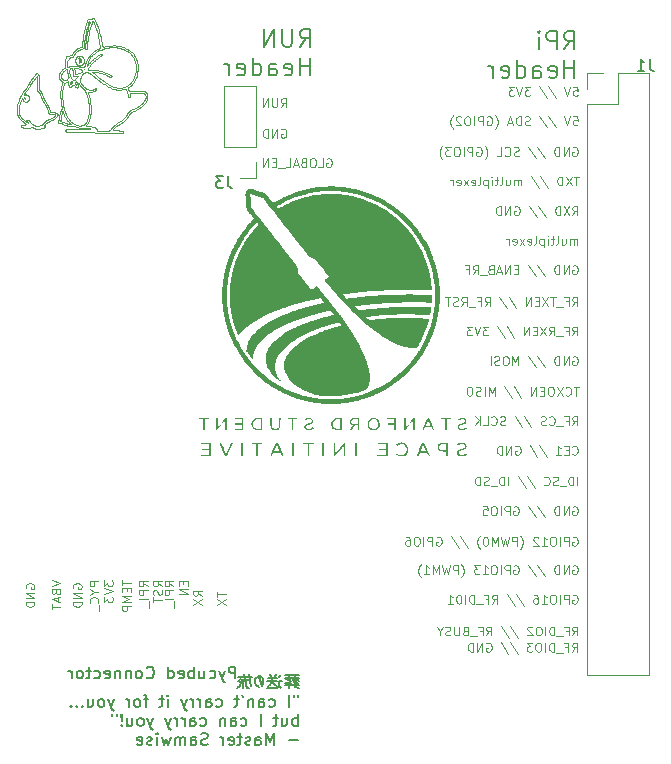
<source format=gbo>
%TF.GenerationSoftware,KiCad,Pcbnew,9.0.1*%
%TF.CreationDate,2025-04-07T05:48:08-07:00*%
%TF.ProjectId,RPi_interface,5250695f-696e-4746-9572-666163652e6b,1.3*%
%TF.SameCoordinates,Original*%
%TF.FileFunction,Legend,Bot*%
%TF.FilePolarity,Positive*%
%FSLAX46Y46*%
G04 Gerber Fmt 4.6, Leading zero omitted, Abs format (unit mm)*
G04 Created by KiCad (PCBNEW 9.0.1) date 2025-04-07 05:48:08*
%MOMM*%
%LPD*%
G01*
G04 APERTURE LIST*
%ADD10C,0.100000*%
%ADD11C,0.200000*%
%ADD12C,0.150000*%
%ADD13C,0.120000*%
%ADD14C,0.000000*%
%ADD15C,4.700000*%
%ADD16R,1.150000X1.150000*%
%ADD17C,1.150000*%
%ADD18C,1.400000*%
%ADD19O,1.400000X1.400000*%
%ADD20C,2.050000*%
%ADD21C,2.250000*%
%ADD22R,1.700000X1.700000*%
%ADD23O,1.700000X1.700000*%
G04 APERTURE END LIST*
D10*
X139080639Y-89928014D02*
X139080639Y-89178014D01*
X138723496Y-89928014D02*
X138723496Y-89178014D01*
X138723496Y-89178014D02*
X138544925Y-89178014D01*
X138544925Y-89178014D02*
X138437782Y-89213728D01*
X138437782Y-89213728D02*
X138366353Y-89285157D01*
X138366353Y-89285157D02*
X138330639Y-89356585D01*
X138330639Y-89356585D02*
X138294925Y-89499442D01*
X138294925Y-89499442D02*
X138294925Y-89606585D01*
X138294925Y-89606585D02*
X138330639Y-89749442D01*
X138330639Y-89749442D02*
X138366353Y-89820871D01*
X138366353Y-89820871D02*
X138437782Y-89892300D01*
X138437782Y-89892300D02*
X138544925Y-89928014D01*
X138544925Y-89928014D02*
X138723496Y-89928014D01*
X138152068Y-89999442D02*
X137580639Y-89999442D01*
X137437781Y-89892300D02*
X137330639Y-89928014D01*
X137330639Y-89928014D02*
X137152067Y-89928014D01*
X137152067Y-89928014D02*
X137080639Y-89892300D01*
X137080639Y-89892300D02*
X137044924Y-89856585D01*
X137044924Y-89856585D02*
X137009210Y-89785157D01*
X137009210Y-89785157D02*
X137009210Y-89713728D01*
X137009210Y-89713728D02*
X137044924Y-89642300D01*
X137044924Y-89642300D02*
X137080639Y-89606585D01*
X137080639Y-89606585D02*
X137152067Y-89570871D01*
X137152067Y-89570871D02*
X137294924Y-89535157D01*
X137294924Y-89535157D02*
X137366353Y-89499442D01*
X137366353Y-89499442D02*
X137402067Y-89463728D01*
X137402067Y-89463728D02*
X137437781Y-89392300D01*
X137437781Y-89392300D02*
X137437781Y-89320871D01*
X137437781Y-89320871D02*
X137402067Y-89249442D01*
X137402067Y-89249442D02*
X137366353Y-89213728D01*
X137366353Y-89213728D02*
X137294924Y-89178014D01*
X137294924Y-89178014D02*
X137116353Y-89178014D01*
X137116353Y-89178014D02*
X137009210Y-89213728D01*
X136259210Y-89856585D02*
X136294924Y-89892300D01*
X136294924Y-89892300D02*
X136402067Y-89928014D01*
X136402067Y-89928014D02*
X136473495Y-89928014D01*
X136473495Y-89928014D02*
X136580638Y-89892300D01*
X136580638Y-89892300D02*
X136652067Y-89820871D01*
X136652067Y-89820871D02*
X136687781Y-89749442D01*
X136687781Y-89749442D02*
X136723495Y-89606585D01*
X136723495Y-89606585D02*
X136723495Y-89499442D01*
X136723495Y-89499442D02*
X136687781Y-89356585D01*
X136687781Y-89356585D02*
X136652067Y-89285157D01*
X136652067Y-89285157D02*
X136580638Y-89213728D01*
X136580638Y-89213728D02*
X136473495Y-89178014D01*
X136473495Y-89178014D02*
X136402067Y-89178014D01*
X136402067Y-89178014D02*
X136294924Y-89213728D01*
X136294924Y-89213728D02*
X136259210Y-89249442D01*
X134830638Y-89142300D02*
X135473495Y-90106585D01*
X134044924Y-89142300D02*
X134687781Y-90106585D01*
X133223495Y-89928014D02*
X133223495Y-89178014D01*
X132866352Y-89928014D02*
X132866352Y-89178014D01*
X132866352Y-89178014D02*
X132687781Y-89178014D01*
X132687781Y-89178014D02*
X132580638Y-89213728D01*
X132580638Y-89213728D02*
X132509209Y-89285157D01*
X132509209Y-89285157D02*
X132473495Y-89356585D01*
X132473495Y-89356585D02*
X132437781Y-89499442D01*
X132437781Y-89499442D02*
X132437781Y-89606585D01*
X132437781Y-89606585D02*
X132473495Y-89749442D01*
X132473495Y-89749442D02*
X132509209Y-89820871D01*
X132509209Y-89820871D02*
X132580638Y-89892300D01*
X132580638Y-89892300D02*
X132687781Y-89928014D01*
X132687781Y-89928014D02*
X132866352Y-89928014D01*
X132294924Y-89999442D02*
X131723495Y-89999442D01*
X131580637Y-89892300D02*
X131473495Y-89928014D01*
X131473495Y-89928014D02*
X131294923Y-89928014D01*
X131294923Y-89928014D02*
X131223495Y-89892300D01*
X131223495Y-89892300D02*
X131187780Y-89856585D01*
X131187780Y-89856585D02*
X131152066Y-89785157D01*
X131152066Y-89785157D02*
X131152066Y-89713728D01*
X131152066Y-89713728D02*
X131187780Y-89642300D01*
X131187780Y-89642300D02*
X131223495Y-89606585D01*
X131223495Y-89606585D02*
X131294923Y-89570871D01*
X131294923Y-89570871D02*
X131437780Y-89535157D01*
X131437780Y-89535157D02*
X131509209Y-89499442D01*
X131509209Y-89499442D02*
X131544923Y-89463728D01*
X131544923Y-89463728D02*
X131580637Y-89392300D01*
X131580637Y-89392300D02*
X131580637Y-89320871D01*
X131580637Y-89320871D02*
X131544923Y-89249442D01*
X131544923Y-89249442D02*
X131509209Y-89213728D01*
X131509209Y-89213728D02*
X131437780Y-89178014D01*
X131437780Y-89178014D02*
X131259209Y-89178014D01*
X131259209Y-89178014D02*
X131152066Y-89213728D01*
X130830637Y-89928014D02*
X130830637Y-89178014D01*
X130830637Y-89178014D02*
X130652066Y-89178014D01*
X130652066Y-89178014D02*
X130544923Y-89213728D01*
X130544923Y-89213728D02*
X130473494Y-89285157D01*
X130473494Y-89285157D02*
X130437780Y-89356585D01*
X130437780Y-89356585D02*
X130402066Y-89499442D01*
X130402066Y-89499442D02*
X130402066Y-89606585D01*
X130402066Y-89606585D02*
X130437780Y-89749442D01*
X130437780Y-89749442D02*
X130473494Y-89820871D01*
X130473494Y-89820871D02*
X130544923Y-89892300D01*
X130544923Y-89892300D02*
X130652066Y-89928014D01*
X130652066Y-89928014D02*
X130830637Y-89928014D01*
X139187782Y-81578014D02*
X138759211Y-81578014D01*
X138973496Y-82328014D02*
X138973496Y-81578014D01*
X138080639Y-82256585D02*
X138116353Y-82292300D01*
X138116353Y-82292300D02*
X138223496Y-82328014D01*
X138223496Y-82328014D02*
X138294924Y-82328014D01*
X138294924Y-82328014D02*
X138402067Y-82292300D01*
X138402067Y-82292300D02*
X138473496Y-82220871D01*
X138473496Y-82220871D02*
X138509210Y-82149442D01*
X138509210Y-82149442D02*
X138544924Y-82006585D01*
X138544924Y-82006585D02*
X138544924Y-81899442D01*
X138544924Y-81899442D02*
X138509210Y-81756585D01*
X138509210Y-81756585D02*
X138473496Y-81685157D01*
X138473496Y-81685157D02*
X138402067Y-81613728D01*
X138402067Y-81613728D02*
X138294924Y-81578014D01*
X138294924Y-81578014D02*
X138223496Y-81578014D01*
X138223496Y-81578014D02*
X138116353Y-81613728D01*
X138116353Y-81613728D02*
X138080639Y-81649442D01*
X137830639Y-81578014D02*
X137330639Y-82328014D01*
X137330639Y-81578014D02*
X137830639Y-82328014D01*
X136902067Y-81578014D02*
X136759210Y-81578014D01*
X136759210Y-81578014D02*
X136687781Y-81613728D01*
X136687781Y-81613728D02*
X136616353Y-81685157D01*
X136616353Y-81685157D02*
X136580638Y-81828014D01*
X136580638Y-81828014D02*
X136580638Y-82078014D01*
X136580638Y-82078014D02*
X136616353Y-82220871D01*
X136616353Y-82220871D02*
X136687781Y-82292300D01*
X136687781Y-82292300D02*
X136759210Y-82328014D01*
X136759210Y-82328014D02*
X136902067Y-82328014D01*
X136902067Y-82328014D02*
X136973496Y-82292300D01*
X136973496Y-82292300D02*
X137044924Y-82220871D01*
X137044924Y-82220871D02*
X137080638Y-82078014D01*
X137080638Y-82078014D02*
X137080638Y-81828014D01*
X137080638Y-81828014D02*
X137044924Y-81685157D01*
X137044924Y-81685157D02*
X136973496Y-81613728D01*
X136973496Y-81613728D02*
X136902067Y-81578014D01*
X136259210Y-81935157D02*
X136009210Y-81935157D01*
X135902067Y-82328014D02*
X136259210Y-82328014D01*
X136259210Y-82328014D02*
X136259210Y-81578014D01*
X136259210Y-81578014D02*
X135902067Y-81578014D01*
X135580639Y-82328014D02*
X135580639Y-81578014D01*
X135580639Y-81578014D02*
X135152068Y-82328014D01*
X135152068Y-82328014D02*
X135152068Y-81578014D01*
X133687782Y-81542300D02*
X134330639Y-82506585D01*
X132902068Y-81542300D02*
X133544925Y-82506585D01*
X132080639Y-82328014D02*
X132080639Y-81578014D01*
X132080639Y-81578014D02*
X131830639Y-82113728D01*
X131830639Y-82113728D02*
X131580639Y-81578014D01*
X131580639Y-81578014D02*
X131580639Y-82328014D01*
X131223496Y-82328014D02*
X131223496Y-81578014D01*
X130902067Y-82292300D02*
X130794925Y-82328014D01*
X130794925Y-82328014D02*
X130616353Y-82328014D01*
X130616353Y-82328014D02*
X130544925Y-82292300D01*
X130544925Y-82292300D02*
X130509210Y-82256585D01*
X130509210Y-82256585D02*
X130473496Y-82185157D01*
X130473496Y-82185157D02*
X130473496Y-82113728D01*
X130473496Y-82113728D02*
X130509210Y-82042300D01*
X130509210Y-82042300D02*
X130544925Y-82006585D01*
X130544925Y-82006585D02*
X130616353Y-81970871D01*
X130616353Y-81970871D02*
X130759210Y-81935157D01*
X130759210Y-81935157D02*
X130830639Y-81899442D01*
X130830639Y-81899442D02*
X130866353Y-81863728D01*
X130866353Y-81863728D02*
X130902067Y-81792300D01*
X130902067Y-81792300D02*
X130902067Y-81720871D01*
X130902067Y-81720871D02*
X130866353Y-81649442D01*
X130866353Y-81649442D02*
X130830639Y-81613728D01*
X130830639Y-81613728D02*
X130759210Y-81578014D01*
X130759210Y-81578014D02*
X130580639Y-81578014D01*
X130580639Y-81578014D02*
X130473496Y-81613728D01*
X130009210Y-81578014D02*
X129866353Y-81578014D01*
X129866353Y-81578014D02*
X129794924Y-81613728D01*
X129794924Y-81613728D02*
X129723496Y-81685157D01*
X129723496Y-81685157D02*
X129687781Y-81828014D01*
X129687781Y-81828014D02*
X129687781Y-82078014D01*
X129687781Y-82078014D02*
X129723496Y-82220871D01*
X129723496Y-82220871D02*
X129794924Y-82292300D01*
X129794924Y-82292300D02*
X129866353Y-82328014D01*
X129866353Y-82328014D02*
X130009210Y-82328014D01*
X130009210Y-82328014D02*
X130080639Y-82292300D01*
X130080639Y-82292300D02*
X130152067Y-82220871D01*
X130152067Y-82220871D02*
X130187781Y-82078014D01*
X130187781Y-82078014D02*
X130187781Y-81828014D01*
X130187781Y-81828014D02*
X130152067Y-81685157D01*
X130152067Y-81685157D02*
X130080639Y-81613728D01*
X130080639Y-81613728D02*
X130009210Y-81578014D01*
X138652068Y-87256585D02*
X138687782Y-87292300D01*
X138687782Y-87292300D02*
X138794925Y-87328014D01*
X138794925Y-87328014D02*
X138866353Y-87328014D01*
X138866353Y-87328014D02*
X138973496Y-87292300D01*
X138973496Y-87292300D02*
X139044925Y-87220871D01*
X139044925Y-87220871D02*
X139080639Y-87149442D01*
X139080639Y-87149442D02*
X139116353Y-87006585D01*
X139116353Y-87006585D02*
X139116353Y-86899442D01*
X139116353Y-86899442D02*
X139080639Y-86756585D01*
X139080639Y-86756585D02*
X139044925Y-86685157D01*
X139044925Y-86685157D02*
X138973496Y-86613728D01*
X138973496Y-86613728D02*
X138866353Y-86578014D01*
X138866353Y-86578014D02*
X138794925Y-86578014D01*
X138794925Y-86578014D02*
X138687782Y-86613728D01*
X138687782Y-86613728D02*
X138652068Y-86649442D01*
X138330639Y-86935157D02*
X138080639Y-86935157D01*
X137973496Y-87328014D02*
X138330639Y-87328014D01*
X138330639Y-87328014D02*
X138330639Y-86578014D01*
X138330639Y-86578014D02*
X137973496Y-86578014D01*
X137259211Y-87328014D02*
X137687782Y-87328014D01*
X137473497Y-87328014D02*
X137473497Y-86578014D01*
X137473497Y-86578014D02*
X137544925Y-86685157D01*
X137544925Y-86685157D02*
X137616354Y-86756585D01*
X137616354Y-86756585D02*
X137687782Y-86792300D01*
X135830639Y-86542300D02*
X136473496Y-87506585D01*
X135044925Y-86542300D02*
X135687782Y-87506585D01*
X133830639Y-86613728D02*
X133902068Y-86578014D01*
X133902068Y-86578014D02*
X134009210Y-86578014D01*
X134009210Y-86578014D02*
X134116353Y-86613728D01*
X134116353Y-86613728D02*
X134187782Y-86685157D01*
X134187782Y-86685157D02*
X134223496Y-86756585D01*
X134223496Y-86756585D02*
X134259210Y-86899442D01*
X134259210Y-86899442D02*
X134259210Y-87006585D01*
X134259210Y-87006585D02*
X134223496Y-87149442D01*
X134223496Y-87149442D02*
X134187782Y-87220871D01*
X134187782Y-87220871D02*
X134116353Y-87292300D01*
X134116353Y-87292300D02*
X134009210Y-87328014D01*
X134009210Y-87328014D02*
X133937782Y-87328014D01*
X133937782Y-87328014D02*
X133830639Y-87292300D01*
X133830639Y-87292300D02*
X133794925Y-87256585D01*
X133794925Y-87256585D02*
X133794925Y-87006585D01*
X133794925Y-87006585D02*
X133937782Y-87006585D01*
X133473496Y-87328014D02*
X133473496Y-86578014D01*
X133473496Y-86578014D02*
X133044925Y-87328014D01*
X133044925Y-87328014D02*
X133044925Y-86578014D01*
X132687782Y-87328014D02*
X132687782Y-86578014D01*
X132687782Y-86578014D02*
X132509211Y-86578014D01*
X132509211Y-86578014D02*
X132402068Y-86613728D01*
X132402068Y-86613728D02*
X132330639Y-86685157D01*
X132330639Y-86685157D02*
X132294925Y-86756585D01*
X132294925Y-86756585D02*
X132259211Y-86899442D01*
X132259211Y-86899442D02*
X132259211Y-87006585D01*
X132259211Y-87006585D02*
X132294925Y-87149442D01*
X132294925Y-87149442D02*
X132330639Y-87220871D01*
X132330639Y-87220871D02*
X132402068Y-87292300D01*
X132402068Y-87292300D02*
X132509211Y-87328014D01*
X132509211Y-87328014D02*
X132687782Y-87328014D01*
X102695556Y-98472931D02*
X102338413Y-98222931D01*
X102695556Y-98044360D02*
X101945556Y-98044360D01*
X101945556Y-98044360D02*
X101945556Y-98330074D01*
X101945556Y-98330074D02*
X101981270Y-98401503D01*
X101981270Y-98401503D02*
X102016984Y-98437217D01*
X102016984Y-98437217D02*
X102088413Y-98472931D01*
X102088413Y-98472931D02*
X102195556Y-98472931D01*
X102195556Y-98472931D02*
X102266984Y-98437217D01*
X102266984Y-98437217D02*
X102302699Y-98401503D01*
X102302699Y-98401503D02*
X102338413Y-98330074D01*
X102338413Y-98330074D02*
X102338413Y-98044360D01*
X102695556Y-98794360D02*
X101945556Y-98794360D01*
X101945556Y-98794360D02*
X101945556Y-99080074D01*
X101945556Y-99080074D02*
X101981270Y-99151503D01*
X101981270Y-99151503D02*
X102016984Y-99187217D01*
X102016984Y-99187217D02*
X102088413Y-99222931D01*
X102088413Y-99222931D02*
X102195556Y-99222931D01*
X102195556Y-99222931D02*
X102266984Y-99187217D01*
X102266984Y-99187217D02*
X102302699Y-99151503D01*
X102302699Y-99151503D02*
X102338413Y-99080074D01*
X102338413Y-99080074D02*
X102338413Y-98794360D01*
X102695556Y-99544360D02*
X101945556Y-99544360D01*
X102766984Y-99722932D02*
X102766984Y-100294360D01*
X103903014Y-98472931D02*
X103545871Y-98222931D01*
X103903014Y-98044360D02*
X103153014Y-98044360D01*
X103153014Y-98044360D02*
X103153014Y-98330074D01*
X103153014Y-98330074D02*
X103188728Y-98401503D01*
X103188728Y-98401503D02*
X103224442Y-98437217D01*
X103224442Y-98437217D02*
X103295871Y-98472931D01*
X103295871Y-98472931D02*
X103403014Y-98472931D01*
X103403014Y-98472931D02*
X103474442Y-98437217D01*
X103474442Y-98437217D02*
X103510157Y-98401503D01*
X103510157Y-98401503D02*
X103545871Y-98330074D01*
X103545871Y-98330074D02*
X103545871Y-98044360D01*
X103867300Y-98758646D02*
X103903014Y-98865789D01*
X103903014Y-98865789D02*
X103903014Y-99044360D01*
X103903014Y-99044360D02*
X103867300Y-99115789D01*
X103867300Y-99115789D02*
X103831585Y-99151503D01*
X103831585Y-99151503D02*
X103760157Y-99187217D01*
X103760157Y-99187217D02*
X103688728Y-99187217D01*
X103688728Y-99187217D02*
X103617300Y-99151503D01*
X103617300Y-99151503D02*
X103581585Y-99115789D01*
X103581585Y-99115789D02*
X103545871Y-99044360D01*
X103545871Y-99044360D02*
X103510157Y-98901503D01*
X103510157Y-98901503D02*
X103474442Y-98830074D01*
X103474442Y-98830074D02*
X103438728Y-98794360D01*
X103438728Y-98794360D02*
X103367300Y-98758646D01*
X103367300Y-98758646D02*
X103295871Y-98758646D01*
X103295871Y-98758646D02*
X103224442Y-98794360D01*
X103224442Y-98794360D02*
X103188728Y-98830074D01*
X103188728Y-98830074D02*
X103153014Y-98901503D01*
X103153014Y-98901503D02*
X103153014Y-99080074D01*
X103153014Y-99080074D02*
X103188728Y-99187217D01*
X103153014Y-99401503D02*
X103153014Y-99830075D01*
X103903014Y-99615789D02*
X103153014Y-99615789D01*
D11*
X115579136Y-52791112D02*
X116079136Y-52076826D01*
X116436279Y-52791112D02*
X116436279Y-51291112D01*
X116436279Y-51291112D02*
X115864850Y-51291112D01*
X115864850Y-51291112D02*
X115721993Y-51362541D01*
X115721993Y-51362541D02*
X115650564Y-51433969D01*
X115650564Y-51433969D02*
X115579136Y-51576826D01*
X115579136Y-51576826D02*
X115579136Y-51791112D01*
X115579136Y-51791112D02*
X115650564Y-51933969D01*
X115650564Y-51933969D02*
X115721993Y-52005398D01*
X115721993Y-52005398D02*
X115864850Y-52076826D01*
X115864850Y-52076826D02*
X116436279Y-52076826D01*
X114936279Y-51291112D02*
X114936279Y-52505398D01*
X114936279Y-52505398D02*
X114864850Y-52648255D01*
X114864850Y-52648255D02*
X114793422Y-52719684D01*
X114793422Y-52719684D02*
X114650564Y-52791112D01*
X114650564Y-52791112D02*
X114364850Y-52791112D01*
X114364850Y-52791112D02*
X114221993Y-52719684D01*
X114221993Y-52719684D02*
X114150564Y-52648255D01*
X114150564Y-52648255D02*
X114079136Y-52505398D01*
X114079136Y-52505398D02*
X114079136Y-51291112D01*
X113364850Y-52791112D02*
X113364850Y-51291112D01*
X113364850Y-51291112D02*
X112507707Y-52791112D01*
X112507707Y-52791112D02*
X112507707Y-51291112D01*
X116436279Y-55206028D02*
X116436279Y-53706028D01*
X116436279Y-54420314D02*
X115579136Y-54420314D01*
X115579136Y-55206028D02*
X115579136Y-53706028D01*
X114293421Y-55134600D02*
X114436278Y-55206028D01*
X114436278Y-55206028D02*
X114721993Y-55206028D01*
X114721993Y-55206028D02*
X114864850Y-55134600D01*
X114864850Y-55134600D02*
X114936278Y-54991742D01*
X114936278Y-54991742D02*
X114936278Y-54420314D01*
X114936278Y-54420314D02*
X114864850Y-54277457D01*
X114864850Y-54277457D02*
X114721993Y-54206028D01*
X114721993Y-54206028D02*
X114436278Y-54206028D01*
X114436278Y-54206028D02*
X114293421Y-54277457D01*
X114293421Y-54277457D02*
X114221993Y-54420314D01*
X114221993Y-54420314D02*
X114221993Y-54563171D01*
X114221993Y-54563171D02*
X114936278Y-54706028D01*
X112936279Y-55206028D02*
X112936279Y-54420314D01*
X112936279Y-54420314D02*
X113007707Y-54277457D01*
X113007707Y-54277457D02*
X113150564Y-54206028D01*
X113150564Y-54206028D02*
X113436279Y-54206028D01*
X113436279Y-54206028D02*
X113579136Y-54277457D01*
X112936279Y-55134600D02*
X113079136Y-55206028D01*
X113079136Y-55206028D02*
X113436279Y-55206028D01*
X113436279Y-55206028D02*
X113579136Y-55134600D01*
X113579136Y-55134600D02*
X113650564Y-54991742D01*
X113650564Y-54991742D02*
X113650564Y-54848885D01*
X113650564Y-54848885D02*
X113579136Y-54706028D01*
X113579136Y-54706028D02*
X113436279Y-54634600D01*
X113436279Y-54634600D02*
X113079136Y-54634600D01*
X113079136Y-54634600D02*
X112936279Y-54563171D01*
X111579136Y-55206028D02*
X111579136Y-53706028D01*
X111579136Y-55134600D02*
X111721993Y-55206028D01*
X111721993Y-55206028D02*
X112007707Y-55206028D01*
X112007707Y-55206028D02*
X112150564Y-55134600D01*
X112150564Y-55134600D02*
X112221993Y-55063171D01*
X112221993Y-55063171D02*
X112293421Y-54920314D01*
X112293421Y-54920314D02*
X112293421Y-54491742D01*
X112293421Y-54491742D02*
X112221993Y-54348885D01*
X112221993Y-54348885D02*
X112150564Y-54277457D01*
X112150564Y-54277457D02*
X112007707Y-54206028D01*
X112007707Y-54206028D02*
X111721993Y-54206028D01*
X111721993Y-54206028D02*
X111579136Y-54277457D01*
X110293421Y-55134600D02*
X110436278Y-55206028D01*
X110436278Y-55206028D02*
X110721993Y-55206028D01*
X110721993Y-55206028D02*
X110864850Y-55134600D01*
X110864850Y-55134600D02*
X110936278Y-54991742D01*
X110936278Y-54991742D02*
X110936278Y-54420314D01*
X110936278Y-54420314D02*
X110864850Y-54277457D01*
X110864850Y-54277457D02*
X110721993Y-54206028D01*
X110721993Y-54206028D02*
X110436278Y-54206028D01*
X110436278Y-54206028D02*
X110293421Y-54277457D01*
X110293421Y-54277457D02*
X110221993Y-54420314D01*
X110221993Y-54420314D02*
X110221993Y-54563171D01*
X110221993Y-54563171D02*
X110936278Y-54706028D01*
X109579136Y-55206028D02*
X109579136Y-54206028D01*
X109579136Y-54491742D02*
X109507707Y-54348885D01*
X109507707Y-54348885D02*
X109436279Y-54277457D01*
X109436279Y-54277457D02*
X109293421Y-54206028D01*
X109293421Y-54206028D02*
X109150564Y-54206028D01*
D10*
X138687782Y-61313728D02*
X138759211Y-61278014D01*
X138759211Y-61278014D02*
X138866353Y-61278014D01*
X138866353Y-61278014D02*
X138973496Y-61313728D01*
X138973496Y-61313728D02*
X139044925Y-61385157D01*
X139044925Y-61385157D02*
X139080639Y-61456585D01*
X139080639Y-61456585D02*
X139116353Y-61599442D01*
X139116353Y-61599442D02*
X139116353Y-61706585D01*
X139116353Y-61706585D02*
X139080639Y-61849442D01*
X139080639Y-61849442D02*
X139044925Y-61920871D01*
X139044925Y-61920871D02*
X138973496Y-61992300D01*
X138973496Y-61992300D02*
X138866353Y-62028014D01*
X138866353Y-62028014D02*
X138794925Y-62028014D01*
X138794925Y-62028014D02*
X138687782Y-61992300D01*
X138687782Y-61992300D02*
X138652068Y-61956585D01*
X138652068Y-61956585D02*
X138652068Y-61706585D01*
X138652068Y-61706585D02*
X138794925Y-61706585D01*
X138330639Y-62028014D02*
X138330639Y-61278014D01*
X138330639Y-61278014D02*
X137902068Y-62028014D01*
X137902068Y-62028014D02*
X137902068Y-61278014D01*
X137544925Y-62028014D02*
X137544925Y-61278014D01*
X137544925Y-61278014D02*
X137366354Y-61278014D01*
X137366354Y-61278014D02*
X137259211Y-61313728D01*
X137259211Y-61313728D02*
X137187782Y-61385157D01*
X137187782Y-61385157D02*
X137152068Y-61456585D01*
X137152068Y-61456585D02*
X137116354Y-61599442D01*
X137116354Y-61599442D02*
X137116354Y-61706585D01*
X137116354Y-61706585D02*
X137152068Y-61849442D01*
X137152068Y-61849442D02*
X137187782Y-61920871D01*
X137187782Y-61920871D02*
X137259211Y-61992300D01*
X137259211Y-61992300D02*
X137366354Y-62028014D01*
X137366354Y-62028014D02*
X137544925Y-62028014D01*
X135687782Y-61242300D02*
X136330639Y-62206585D01*
X134902068Y-61242300D02*
X135544925Y-62206585D01*
X134116353Y-61992300D02*
X134009211Y-62028014D01*
X134009211Y-62028014D02*
X133830639Y-62028014D01*
X133830639Y-62028014D02*
X133759211Y-61992300D01*
X133759211Y-61992300D02*
X133723496Y-61956585D01*
X133723496Y-61956585D02*
X133687782Y-61885157D01*
X133687782Y-61885157D02*
X133687782Y-61813728D01*
X133687782Y-61813728D02*
X133723496Y-61742300D01*
X133723496Y-61742300D02*
X133759211Y-61706585D01*
X133759211Y-61706585D02*
X133830639Y-61670871D01*
X133830639Y-61670871D02*
X133973496Y-61635157D01*
X133973496Y-61635157D02*
X134044925Y-61599442D01*
X134044925Y-61599442D02*
X134080639Y-61563728D01*
X134080639Y-61563728D02*
X134116353Y-61492300D01*
X134116353Y-61492300D02*
X134116353Y-61420871D01*
X134116353Y-61420871D02*
X134080639Y-61349442D01*
X134080639Y-61349442D02*
X134044925Y-61313728D01*
X134044925Y-61313728D02*
X133973496Y-61278014D01*
X133973496Y-61278014D02*
X133794925Y-61278014D01*
X133794925Y-61278014D02*
X133687782Y-61313728D01*
X132937782Y-61956585D02*
X132973496Y-61992300D01*
X132973496Y-61992300D02*
X133080639Y-62028014D01*
X133080639Y-62028014D02*
X133152067Y-62028014D01*
X133152067Y-62028014D02*
X133259210Y-61992300D01*
X133259210Y-61992300D02*
X133330639Y-61920871D01*
X133330639Y-61920871D02*
X133366353Y-61849442D01*
X133366353Y-61849442D02*
X133402067Y-61706585D01*
X133402067Y-61706585D02*
X133402067Y-61599442D01*
X133402067Y-61599442D02*
X133366353Y-61456585D01*
X133366353Y-61456585D02*
X133330639Y-61385157D01*
X133330639Y-61385157D02*
X133259210Y-61313728D01*
X133259210Y-61313728D02*
X133152067Y-61278014D01*
X133152067Y-61278014D02*
X133080639Y-61278014D01*
X133080639Y-61278014D02*
X132973496Y-61313728D01*
X132973496Y-61313728D02*
X132937782Y-61349442D01*
X132259210Y-62028014D02*
X132616353Y-62028014D01*
X132616353Y-62028014D02*
X132616353Y-61278014D01*
X131223495Y-62313728D02*
X131259210Y-62278014D01*
X131259210Y-62278014D02*
X131330638Y-62170871D01*
X131330638Y-62170871D02*
X131366353Y-62099442D01*
X131366353Y-62099442D02*
X131402067Y-61992300D01*
X131402067Y-61992300D02*
X131437781Y-61813728D01*
X131437781Y-61813728D02*
X131437781Y-61670871D01*
X131437781Y-61670871D02*
X131402067Y-61492300D01*
X131402067Y-61492300D02*
X131366353Y-61385157D01*
X131366353Y-61385157D02*
X131330638Y-61313728D01*
X131330638Y-61313728D02*
X131259210Y-61206585D01*
X131259210Y-61206585D02*
X131223495Y-61170871D01*
X130544924Y-61313728D02*
X130616353Y-61278014D01*
X130616353Y-61278014D02*
X130723495Y-61278014D01*
X130723495Y-61278014D02*
X130830638Y-61313728D01*
X130830638Y-61313728D02*
X130902067Y-61385157D01*
X130902067Y-61385157D02*
X130937781Y-61456585D01*
X130937781Y-61456585D02*
X130973495Y-61599442D01*
X130973495Y-61599442D02*
X130973495Y-61706585D01*
X130973495Y-61706585D02*
X130937781Y-61849442D01*
X130937781Y-61849442D02*
X130902067Y-61920871D01*
X130902067Y-61920871D02*
X130830638Y-61992300D01*
X130830638Y-61992300D02*
X130723495Y-62028014D01*
X130723495Y-62028014D02*
X130652067Y-62028014D01*
X130652067Y-62028014D02*
X130544924Y-61992300D01*
X130544924Y-61992300D02*
X130509210Y-61956585D01*
X130509210Y-61956585D02*
X130509210Y-61706585D01*
X130509210Y-61706585D02*
X130652067Y-61706585D01*
X130187781Y-62028014D02*
X130187781Y-61278014D01*
X130187781Y-61278014D02*
X129902067Y-61278014D01*
X129902067Y-61278014D02*
X129830638Y-61313728D01*
X129830638Y-61313728D02*
X129794924Y-61349442D01*
X129794924Y-61349442D02*
X129759210Y-61420871D01*
X129759210Y-61420871D02*
X129759210Y-61528014D01*
X129759210Y-61528014D02*
X129794924Y-61599442D01*
X129794924Y-61599442D02*
X129830638Y-61635157D01*
X129830638Y-61635157D02*
X129902067Y-61670871D01*
X129902067Y-61670871D02*
X130187781Y-61670871D01*
X129437781Y-62028014D02*
X129437781Y-61278014D01*
X128937781Y-61278014D02*
X128794924Y-61278014D01*
X128794924Y-61278014D02*
X128723495Y-61313728D01*
X128723495Y-61313728D02*
X128652067Y-61385157D01*
X128652067Y-61385157D02*
X128616352Y-61528014D01*
X128616352Y-61528014D02*
X128616352Y-61778014D01*
X128616352Y-61778014D02*
X128652067Y-61920871D01*
X128652067Y-61920871D02*
X128723495Y-61992300D01*
X128723495Y-61992300D02*
X128794924Y-62028014D01*
X128794924Y-62028014D02*
X128937781Y-62028014D01*
X128937781Y-62028014D02*
X129009210Y-61992300D01*
X129009210Y-61992300D02*
X129080638Y-61920871D01*
X129080638Y-61920871D02*
X129116352Y-61778014D01*
X129116352Y-61778014D02*
X129116352Y-61528014D01*
X129116352Y-61528014D02*
X129080638Y-61385157D01*
X129080638Y-61385157D02*
X129009210Y-61313728D01*
X129009210Y-61313728D02*
X128937781Y-61278014D01*
X128366353Y-61278014D02*
X127902067Y-61278014D01*
X127902067Y-61278014D02*
X128152067Y-61563728D01*
X128152067Y-61563728D02*
X128044924Y-61563728D01*
X128044924Y-61563728D02*
X127973496Y-61599442D01*
X127973496Y-61599442D02*
X127937781Y-61635157D01*
X127937781Y-61635157D02*
X127902067Y-61706585D01*
X127902067Y-61706585D02*
X127902067Y-61885157D01*
X127902067Y-61885157D02*
X127937781Y-61956585D01*
X127937781Y-61956585D02*
X127973496Y-61992300D01*
X127973496Y-61992300D02*
X128044924Y-62028014D01*
X128044924Y-62028014D02*
X128259210Y-62028014D01*
X128259210Y-62028014D02*
X128330638Y-61992300D01*
X128330638Y-61992300D02*
X128366353Y-61956585D01*
X127652067Y-62313728D02*
X127616352Y-62278014D01*
X127616352Y-62278014D02*
X127544924Y-62170871D01*
X127544924Y-62170871D02*
X127509210Y-62099442D01*
X127509210Y-62099442D02*
X127473495Y-61992300D01*
X127473495Y-61992300D02*
X127437781Y-61813728D01*
X127437781Y-61813728D02*
X127437781Y-61670871D01*
X127437781Y-61670871D02*
X127473495Y-61492300D01*
X127473495Y-61492300D02*
X127509210Y-61385157D01*
X127509210Y-61385157D02*
X127544924Y-61313728D01*
X127544924Y-61313728D02*
X127616352Y-61206585D01*
X127616352Y-61206585D02*
X127652067Y-61170871D01*
X138687782Y-79013728D02*
X138759211Y-78978014D01*
X138759211Y-78978014D02*
X138866353Y-78978014D01*
X138866353Y-78978014D02*
X138973496Y-79013728D01*
X138973496Y-79013728D02*
X139044925Y-79085157D01*
X139044925Y-79085157D02*
X139080639Y-79156585D01*
X139080639Y-79156585D02*
X139116353Y-79299442D01*
X139116353Y-79299442D02*
X139116353Y-79406585D01*
X139116353Y-79406585D02*
X139080639Y-79549442D01*
X139080639Y-79549442D02*
X139044925Y-79620871D01*
X139044925Y-79620871D02*
X138973496Y-79692300D01*
X138973496Y-79692300D02*
X138866353Y-79728014D01*
X138866353Y-79728014D02*
X138794925Y-79728014D01*
X138794925Y-79728014D02*
X138687782Y-79692300D01*
X138687782Y-79692300D02*
X138652068Y-79656585D01*
X138652068Y-79656585D02*
X138652068Y-79406585D01*
X138652068Y-79406585D02*
X138794925Y-79406585D01*
X138330639Y-79728014D02*
X138330639Y-78978014D01*
X138330639Y-78978014D02*
X137902068Y-79728014D01*
X137902068Y-79728014D02*
X137902068Y-78978014D01*
X137544925Y-79728014D02*
X137544925Y-78978014D01*
X137544925Y-78978014D02*
X137366354Y-78978014D01*
X137366354Y-78978014D02*
X137259211Y-79013728D01*
X137259211Y-79013728D02*
X137187782Y-79085157D01*
X137187782Y-79085157D02*
X137152068Y-79156585D01*
X137152068Y-79156585D02*
X137116354Y-79299442D01*
X137116354Y-79299442D02*
X137116354Y-79406585D01*
X137116354Y-79406585D02*
X137152068Y-79549442D01*
X137152068Y-79549442D02*
X137187782Y-79620871D01*
X137187782Y-79620871D02*
X137259211Y-79692300D01*
X137259211Y-79692300D02*
X137366354Y-79728014D01*
X137366354Y-79728014D02*
X137544925Y-79728014D01*
X135687782Y-78942300D02*
X136330639Y-79906585D01*
X134902068Y-78942300D02*
X135544925Y-79906585D01*
X134080639Y-79728014D02*
X134080639Y-78978014D01*
X134080639Y-78978014D02*
X133830639Y-79513728D01*
X133830639Y-79513728D02*
X133580639Y-78978014D01*
X133580639Y-78978014D02*
X133580639Y-79728014D01*
X133080639Y-78978014D02*
X132937782Y-78978014D01*
X132937782Y-78978014D02*
X132866353Y-79013728D01*
X132866353Y-79013728D02*
X132794925Y-79085157D01*
X132794925Y-79085157D02*
X132759210Y-79228014D01*
X132759210Y-79228014D02*
X132759210Y-79478014D01*
X132759210Y-79478014D02*
X132794925Y-79620871D01*
X132794925Y-79620871D02*
X132866353Y-79692300D01*
X132866353Y-79692300D02*
X132937782Y-79728014D01*
X132937782Y-79728014D02*
X133080639Y-79728014D01*
X133080639Y-79728014D02*
X133152068Y-79692300D01*
X133152068Y-79692300D02*
X133223496Y-79620871D01*
X133223496Y-79620871D02*
X133259210Y-79478014D01*
X133259210Y-79478014D02*
X133259210Y-79228014D01*
X133259210Y-79228014D02*
X133223496Y-79085157D01*
X133223496Y-79085157D02*
X133152068Y-79013728D01*
X133152068Y-79013728D02*
X133080639Y-78978014D01*
X132473496Y-79692300D02*
X132366354Y-79728014D01*
X132366354Y-79728014D02*
X132187782Y-79728014D01*
X132187782Y-79728014D02*
X132116354Y-79692300D01*
X132116354Y-79692300D02*
X132080639Y-79656585D01*
X132080639Y-79656585D02*
X132044925Y-79585157D01*
X132044925Y-79585157D02*
X132044925Y-79513728D01*
X132044925Y-79513728D02*
X132080639Y-79442300D01*
X132080639Y-79442300D02*
X132116354Y-79406585D01*
X132116354Y-79406585D02*
X132187782Y-79370871D01*
X132187782Y-79370871D02*
X132330639Y-79335157D01*
X132330639Y-79335157D02*
X132402068Y-79299442D01*
X132402068Y-79299442D02*
X132437782Y-79263728D01*
X132437782Y-79263728D02*
X132473496Y-79192300D01*
X132473496Y-79192300D02*
X132473496Y-79120871D01*
X132473496Y-79120871D02*
X132437782Y-79049442D01*
X132437782Y-79049442D02*
X132402068Y-79013728D01*
X132402068Y-79013728D02*
X132330639Y-78978014D01*
X132330639Y-78978014D02*
X132152068Y-78978014D01*
X132152068Y-78978014D02*
X132044925Y-79013728D01*
X131723496Y-79728014D02*
X131723496Y-78978014D01*
X138687782Y-94313728D02*
X138759211Y-94278014D01*
X138759211Y-94278014D02*
X138866353Y-94278014D01*
X138866353Y-94278014D02*
X138973496Y-94313728D01*
X138973496Y-94313728D02*
X139044925Y-94385157D01*
X139044925Y-94385157D02*
X139080639Y-94456585D01*
X139080639Y-94456585D02*
X139116353Y-94599442D01*
X139116353Y-94599442D02*
X139116353Y-94706585D01*
X139116353Y-94706585D02*
X139080639Y-94849442D01*
X139080639Y-94849442D02*
X139044925Y-94920871D01*
X139044925Y-94920871D02*
X138973496Y-94992300D01*
X138973496Y-94992300D02*
X138866353Y-95028014D01*
X138866353Y-95028014D02*
X138794925Y-95028014D01*
X138794925Y-95028014D02*
X138687782Y-94992300D01*
X138687782Y-94992300D02*
X138652068Y-94956585D01*
X138652068Y-94956585D02*
X138652068Y-94706585D01*
X138652068Y-94706585D02*
X138794925Y-94706585D01*
X138330639Y-95028014D02*
X138330639Y-94278014D01*
X138330639Y-94278014D02*
X138044925Y-94278014D01*
X138044925Y-94278014D02*
X137973496Y-94313728D01*
X137973496Y-94313728D02*
X137937782Y-94349442D01*
X137937782Y-94349442D02*
X137902068Y-94420871D01*
X137902068Y-94420871D02*
X137902068Y-94528014D01*
X137902068Y-94528014D02*
X137937782Y-94599442D01*
X137937782Y-94599442D02*
X137973496Y-94635157D01*
X137973496Y-94635157D02*
X138044925Y-94670871D01*
X138044925Y-94670871D02*
X138330639Y-94670871D01*
X137580639Y-95028014D02*
X137580639Y-94278014D01*
X137080639Y-94278014D02*
X136937782Y-94278014D01*
X136937782Y-94278014D02*
X136866353Y-94313728D01*
X136866353Y-94313728D02*
X136794925Y-94385157D01*
X136794925Y-94385157D02*
X136759210Y-94528014D01*
X136759210Y-94528014D02*
X136759210Y-94778014D01*
X136759210Y-94778014D02*
X136794925Y-94920871D01*
X136794925Y-94920871D02*
X136866353Y-94992300D01*
X136866353Y-94992300D02*
X136937782Y-95028014D01*
X136937782Y-95028014D02*
X137080639Y-95028014D01*
X137080639Y-95028014D02*
X137152068Y-94992300D01*
X137152068Y-94992300D02*
X137223496Y-94920871D01*
X137223496Y-94920871D02*
X137259210Y-94778014D01*
X137259210Y-94778014D02*
X137259210Y-94528014D01*
X137259210Y-94528014D02*
X137223496Y-94385157D01*
X137223496Y-94385157D02*
X137152068Y-94313728D01*
X137152068Y-94313728D02*
X137080639Y-94278014D01*
X136044925Y-95028014D02*
X136473496Y-95028014D01*
X136259211Y-95028014D02*
X136259211Y-94278014D01*
X136259211Y-94278014D02*
X136330639Y-94385157D01*
X136330639Y-94385157D02*
X136402068Y-94456585D01*
X136402068Y-94456585D02*
X136473496Y-94492300D01*
X135759210Y-94349442D02*
X135723496Y-94313728D01*
X135723496Y-94313728D02*
X135652068Y-94278014D01*
X135652068Y-94278014D02*
X135473496Y-94278014D01*
X135473496Y-94278014D02*
X135402068Y-94313728D01*
X135402068Y-94313728D02*
X135366353Y-94349442D01*
X135366353Y-94349442D02*
X135330639Y-94420871D01*
X135330639Y-94420871D02*
X135330639Y-94492300D01*
X135330639Y-94492300D02*
X135366353Y-94599442D01*
X135366353Y-94599442D02*
X135794925Y-95028014D01*
X135794925Y-95028014D02*
X135330639Y-95028014D01*
X134223495Y-95313728D02*
X134259210Y-95278014D01*
X134259210Y-95278014D02*
X134330638Y-95170871D01*
X134330638Y-95170871D02*
X134366353Y-95099442D01*
X134366353Y-95099442D02*
X134402067Y-94992300D01*
X134402067Y-94992300D02*
X134437781Y-94813728D01*
X134437781Y-94813728D02*
X134437781Y-94670871D01*
X134437781Y-94670871D02*
X134402067Y-94492300D01*
X134402067Y-94492300D02*
X134366353Y-94385157D01*
X134366353Y-94385157D02*
X134330638Y-94313728D01*
X134330638Y-94313728D02*
X134259210Y-94206585D01*
X134259210Y-94206585D02*
X134223495Y-94170871D01*
X133937781Y-95028014D02*
X133937781Y-94278014D01*
X133937781Y-94278014D02*
X133652067Y-94278014D01*
X133652067Y-94278014D02*
X133580638Y-94313728D01*
X133580638Y-94313728D02*
X133544924Y-94349442D01*
X133544924Y-94349442D02*
X133509210Y-94420871D01*
X133509210Y-94420871D02*
X133509210Y-94528014D01*
X133509210Y-94528014D02*
X133544924Y-94599442D01*
X133544924Y-94599442D02*
X133580638Y-94635157D01*
X133580638Y-94635157D02*
X133652067Y-94670871D01*
X133652067Y-94670871D02*
X133937781Y-94670871D01*
X133259210Y-94278014D02*
X133080638Y-95028014D01*
X133080638Y-95028014D02*
X132937781Y-94492300D01*
X132937781Y-94492300D02*
X132794924Y-95028014D01*
X132794924Y-95028014D02*
X132616353Y-94278014D01*
X132330638Y-95028014D02*
X132330638Y-94278014D01*
X132330638Y-94278014D02*
X132080638Y-94813728D01*
X132080638Y-94813728D02*
X131830638Y-94278014D01*
X131830638Y-94278014D02*
X131830638Y-95028014D01*
X131330638Y-94278014D02*
X131259209Y-94278014D01*
X131259209Y-94278014D02*
X131187781Y-94313728D01*
X131187781Y-94313728D02*
X131152067Y-94349442D01*
X131152067Y-94349442D02*
X131116352Y-94420871D01*
X131116352Y-94420871D02*
X131080638Y-94563728D01*
X131080638Y-94563728D02*
X131080638Y-94742300D01*
X131080638Y-94742300D02*
X131116352Y-94885157D01*
X131116352Y-94885157D02*
X131152067Y-94956585D01*
X131152067Y-94956585D02*
X131187781Y-94992300D01*
X131187781Y-94992300D02*
X131259209Y-95028014D01*
X131259209Y-95028014D02*
X131330638Y-95028014D01*
X131330638Y-95028014D02*
X131402067Y-94992300D01*
X131402067Y-94992300D02*
X131437781Y-94956585D01*
X131437781Y-94956585D02*
X131473495Y-94885157D01*
X131473495Y-94885157D02*
X131509209Y-94742300D01*
X131509209Y-94742300D02*
X131509209Y-94563728D01*
X131509209Y-94563728D02*
X131473495Y-94420871D01*
X131473495Y-94420871D02*
X131437781Y-94349442D01*
X131437781Y-94349442D02*
X131402067Y-94313728D01*
X131402067Y-94313728D02*
X131330638Y-94278014D01*
X130830638Y-95313728D02*
X130794923Y-95278014D01*
X130794923Y-95278014D02*
X130723495Y-95170871D01*
X130723495Y-95170871D02*
X130687781Y-95099442D01*
X130687781Y-95099442D02*
X130652066Y-94992300D01*
X130652066Y-94992300D02*
X130616352Y-94813728D01*
X130616352Y-94813728D02*
X130616352Y-94670871D01*
X130616352Y-94670871D02*
X130652066Y-94492300D01*
X130652066Y-94492300D02*
X130687781Y-94385157D01*
X130687781Y-94385157D02*
X130723495Y-94313728D01*
X130723495Y-94313728D02*
X130794923Y-94206585D01*
X130794923Y-94206585D02*
X130830638Y-94170871D01*
X129152066Y-94242300D02*
X129794923Y-95206585D01*
X128366352Y-94242300D02*
X129009209Y-95206585D01*
X127152066Y-94313728D02*
X127223495Y-94278014D01*
X127223495Y-94278014D02*
X127330637Y-94278014D01*
X127330637Y-94278014D02*
X127437780Y-94313728D01*
X127437780Y-94313728D02*
X127509209Y-94385157D01*
X127509209Y-94385157D02*
X127544923Y-94456585D01*
X127544923Y-94456585D02*
X127580637Y-94599442D01*
X127580637Y-94599442D02*
X127580637Y-94706585D01*
X127580637Y-94706585D02*
X127544923Y-94849442D01*
X127544923Y-94849442D02*
X127509209Y-94920871D01*
X127509209Y-94920871D02*
X127437780Y-94992300D01*
X127437780Y-94992300D02*
X127330637Y-95028014D01*
X127330637Y-95028014D02*
X127259209Y-95028014D01*
X127259209Y-95028014D02*
X127152066Y-94992300D01*
X127152066Y-94992300D02*
X127116352Y-94956585D01*
X127116352Y-94956585D02*
X127116352Y-94706585D01*
X127116352Y-94706585D02*
X127259209Y-94706585D01*
X126794923Y-95028014D02*
X126794923Y-94278014D01*
X126794923Y-94278014D02*
X126509209Y-94278014D01*
X126509209Y-94278014D02*
X126437780Y-94313728D01*
X126437780Y-94313728D02*
X126402066Y-94349442D01*
X126402066Y-94349442D02*
X126366352Y-94420871D01*
X126366352Y-94420871D02*
X126366352Y-94528014D01*
X126366352Y-94528014D02*
X126402066Y-94599442D01*
X126402066Y-94599442D02*
X126437780Y-94635157D01*
X126437780Y-94635157D02*
X126509209Y-94670871D01*
X126509209Y-94670871D02*
X126794923Y-94670871D01*
X126044923Y-95028014D02*
X126044923Y-94278014D01*
X125544923Y-94278014D02*
X125402066Y-94278014D01*
X125402066Y-94278014D02*
X125330637Y-94313728D01*
X125330637Y-94313728D02*
X125259209Y-94385157D01*
X125259209Y-94385157D02*
X125223494Y-94528014D01*
X125223494Y-94528014D02*
X125223494Y-94778014D01*
X125223494Y-94778014D02*
X125259209Y-94920871D01*
X125259209Y-94920871D02*
X125330637Y-94992300D01*
X125330637Y-94992300D02*
X125402066Y-95028014D01*
X125402066Y-95028014D02*
X125544923Y-95028014D01*
X125544923Y-95028014D02*
X125616352Y-94992300D01*
X125616352Y-94992300D02*
X125687780Y-94920871D01*
X125687780Y-94920871D02*
X125723494Y-94778014D01*
X125723494Y-94778014D02*
X125723494Y-94528014D01*
X125723494Y-94528014D02*
X125687780Y-94385157D01*
X125687780Y-94385157D02*
X125616352Y-94313728D01*
X125616352Y-94313728D02*
X125544923Y-94278014D01*
X124580638Y-94278014D02*
X124723495Y-94278014D01*
X124723495Y-94278014D02*
X124794923Y-94313728D01*
X124794923Y-94313728D02*
X124830638Y-94349442D01*
X124830638Y-94349442D02*
X124902066Y-94456585D01*
X124902066Y-94456585D02*
X124937780Y-94599442D01*
X124937780Y-94599442D02*
X124937780Y-94885157D01*
X124937780Y-94885157D02*
X124902066Y-94956585D01*
X124902066Y-94956585D02*
X124866352Y-94992300D01*
X124866352Y-94992300D02*
X124794923Y-95028014D01*
X124794923Y-95028014D02*
X124652066Y-95028014D01*
X124652066Y-95028014D02*
X124580638Y-94992300D01*
X124580638Y-94992300D02*
X124544923Y-94956585D01*
X124544923Y-94956585D02*
X124509209Y-94885157D01*
X124509209Y-94885157D02*
X124509209Y-94706585D01*
X124509209Y-94706585D02*
X124544923Y-94635157D01*
X124544923Y-94635157D02*
X124580638Y-94599442D01*
X124580638Y-94599442D02*
X124652066Y-94563728D01*
X124652066Y-94563728D02*
X124794923Y-94563728D01*
X124794923Y-94563728D02*
X124866352Y-94599442D01*
X124866352Y-94599442D02*
X124902066Y-94635157D01*
X124902066Y-94635157D02*
X124937780Y-94706585D01*
X138652068Y-102628014D02*
X138902068Y-102270871D01*
X139080639Y-102628014D02*
X139080639Y-101878014D01*
X139080639Y-101878014D02*
X138794925Y-101878014D01*
X138794925Y-101878014D02*
X138723496Y-101913728D01*
X138723496Y-101913728D02*
X138687782Y-101949442D01*
X138687782Y-101949442D02*
X138652068Y-102020871D01*
X138652068Y-102020871D02*
X138652068Y-102128014D01*
X138652068Y-102128014D02*
X138687782Y-102199442D01*
X138687782Y-102199442D02*
X138723496Y-102235157D01*
X138723496Y-102235157D02*
X138794925Y-102270871D01*
X138794925Y-102270871D02*
X139080639Y-102270871D01*
X138080639Y-102235157D02*
X138330639Y-102235157D01*
X138330639Y-102628014D02*
X138330639Y-101878014D01*
X138330639Y-101878014D02*
X137973496Y-101878014D01*
X137866354Y-102699442D02*
X137294925Y-102699442D01*
X137116353Y-102628014D02*
X137116353Y-101878014D01*
X137116353Y-101878014D02*
X136937782Y-101878014D01*
X136937782Y-101878014D02*
X136830639Y-101913728D01*
X136830639Y-101913728D02*
X136759210Y-101985157D01*
X136759210Y-101985157D02*
X136723496Y-102056585D01*
X136723496Y-102056585D02*
X136687782Y-102199442D01*
X136687782Y-102199442D02*
X136687782Y-102306585D01*
X136687782Y-102306585D02*
X136723496Y-102449442D01*
X136723496Y-102449442D02*
X136759210Y-102520871D01*
X136759210Y-102520871D02*
X136830639Y-102592300D01*
X136830639Y-102592300D02*
X136937782Y-102628014D01*
X136937782Y-102628014D02*
X137116353Y-102628014D01*
X136366353Y-102628014D02*
X136366353Y-101878014D01*
X135866353Y-101878014D02*
X135723496Y-101878014D01*
X135723496Y-101878014D02*
X135652067Y-101913728D01*
X135652067Y-101913728D02*
X135580639Y-101985157D01*
X135580639Y-101985157D02*
X135544924Y-102128014D01*
X135544924Y-102128014D02*
X135544924Y-102378014D01*
X135544924Y-102378014D02*
X135580639Y-102520871D01*
X135580639Y-102520871D02*
X135652067Y-102592300D01*
X135652067Y-102592300D02*
X135723496Y-102628014D01*
X135723496Y-102628014D02*
X135866353Y-102628014D01*
X135866353Y-102628014D02*
X135937782Y-102592300D01*
X135937782Y-102592300D02*
X136009210Y-102520871D01*
X136009210Y-102520871D02*
X136044924Y-102378014D01*
X136044924Y-102378014D02*
X136044924Y-102128014D01*
X136044924Y-102128014D02*
X136009210Y-101985157D01*
X136009210Y-101985157D02*
X135937782Y-101913728D01*
X135937782Y-101913728D02*
X135866353Y-101878014D01*
X135259210Y-101949442D02*
X135223496Y-101913728D01*
X135223496Y-101913728D02*
X135152068Y-101878014D01*
X135152068Y-101878014D02*
X134973496Y-101878014D01*
X134973496Y-101878014D02*
X134902068Y-101913728D01*
X134902068Y-101913728D02*
X134866353Y-101949442D01*
X134866353Y-101949442D02*
X134830639Y-102020871D01*
X134830639Y-102020871D02*
X134830639Y-102092300D01*
X134830639Y-102092300D02*
X134866353Y-102199442D01*
X134866353Y-102199442D02*
X135294925Y-102628014D01*
X135294925Y-102628014D02*
X134830639Y-102628014D01*
X133402067Y-101842300D02*
X134044924Y-102806585D01*
X132616353Y-101842300D02*
X133259210Y-102806585D01*
X131366353Y-102628014D02*
X131616353Y-102270871D01*
X131794924Y-102628014D02*
X131794924Y-101878014D01*
X131794924Y-101878014D02*
X131509210Y-101878014D01*
X131509210Y-101878014D02*
X131437781Y-101913728D01*
X131437781Y-101913728D02*
X131402067Y-101949442D01*
X131402067Y-101949442D02*
X131366353Y-102020871D01*
X131366353Y-102020871D02*
X131366353Y-102128014D01*
X131366353Y-102128014D02*
X131402067Y-102199442D01*
X131402067Y-102199442D02*
X131437781Y-102235157D01*
X131437781Y-102235157D02*
X131509210Y-102270871D01*
X131509210Y-102270871D02*
X131794924Y-102270871D01*
X130794924Y-102235157D02*
X131044924Y-102235157D01*
X131044924Y-102628014D02*
X131044924Y-101878014D01*
X131044924Y-101878014D02*
X130687781Y-101878014D01*
X130580639Y-102699442D02*
X130009210Y-102699442D01*
X129580638Y-102235157D02*
X129473495Y-102270871D01*
X129473495Y-102270871D02*
X129437781Y-102306585D01*
X129437781Y-102306585D02*
X129402067Y-102378014D01*
X129402067Y-102378014D02*
X129402067Y-102485157D01*
X129402067Y-102485157D02*
X129437781Y-102556585D01*
X129437781Y-102556585D02*
X129473495Y-102592300D01*
X129473495Y-102592300D02*
X129544924Y-102628014D01*
X129544924Y-102628014D02*
X129830638Y-102628014D01*
X129830638Y-102628014D02*
X129830638Y-101878014D01*
X129830638Y-101878014D02*
X129580638Y-101878014D01*
X129580638Y-101878014D02*
X129509210Y-101913728D01*
X129509210Y-101913728D02*
X129473495Y-101949442D01*
X129473495Y-101949442D02*
X129437781Y-102020871D01*
X129437781Y-102020871D02*
X129437781Y-102092300D01*
X129437781Y-102092300D02*
X129473495Y-102163728D01*
X129473495Y-102163728D02*
X129509210Y-102199442D01*
X129509210Y-102199442D02*
X129580638Y-102235157D01*
X129580638Y-102235157D02*
X129830638Y-102235157D01*
X129080638Y-101878014D02*
X129080638Y-102485157D01*
X129080638Y-102485157D02*
X129044924Y-102556585D01*
X129044924Y-102556585D02*
X129009210Y-102592300D01*
X129009210Y-102592300D02*
X128937781Y-102628014D01*
X128937781Y-102628014D02*
X128794924Y-102628014D01*
X128794924Y-102628014D02*
X128723495Y-102592300D01*
X128723495Y-102592300D02*
X128687781Y-102556585D01*
X128687781Y-102556585D02*
X128652067Y-102485157D01*
X128652067Y-102485157D02*
X128652067Y-101878014D01*
X128330638Y-102592300D02*
X128223496Y-102628014D01*
X128223496Y-102628014D02*
X128044924Y-102628014D01*
X128044924Y-102628014D02*
X127973496Y-102592300D01*
X127973496Y-102592300D02*
X127937781Y-102556585D01*
X127937781Y-102556585D02*
X127902067Y-102485157D01*
X127902067Y-102485157D02*
X127902067Y-102413728D01*
X127902067Y-102413728D02*
X127937781Y-102342300D01*
X127937781Y-102342300D02*
X127973496Y-102306585D01*
X127973496Y-102306585D02*
X128044924Y-102270871D01*
X128044924Y-102270871D02*
X128187781Y-102235157D01*
X128187781Y-102235157D02*
X128259210Y-102199442D01*
X128259210Y-102199442D02*
X128294924Y-102163728D01*
X128294924Y-102163728D02*
X128330638Y-102092300D01*
X128330638Y-102092300D02*
X128330638Y-102020871D01*
X128330638Y-102020871D02*
X128294924Y-101949442D01*
X128294924Y-101949442D02*
X128259210Y-101913728D01*
X128259210Y-101913728D02*
X128187781Y-101878014D01*
X128187781Y-101878014D02*
X128009210Y-101878014D01*
X128009210Y-101878014D02*
X127902067Y-101913728D01*
X127437781Y-102270871D02*
X127437781Y-102628014D01*
X127687781Y-101878014D02*
X127437781Y-102270871D01*
X127437781Y-102270871D02*
X127187781Y-101878014D01*
D12*
X115531077Y-106826891D02*
X114292982Y-106826891D01*
X115531077Y-106017368D02*
X114292982Y-106017368D01*
X115483458Y-106207844D02*
X114340601Y-106207844D01*
X115245363Y-106350701D02*
X115531077Y-106445939D01*
X115197744Y-106969748D02*
X115483458Y-107064987D01*
X115197744Y-106684034D02*
X115197744Y-106922129D01*
X115150125Y-105922129D02*
X115150125Y-106160225D01*
X114816792Y-106636415D02*
X114340601Y-106636415D01*
X114769173Y-106207844D02*
X114769173Y-106588796D01*
X114673935Y-105922129D02*
X114673935Y-106160225D01*
X114673935Y-106684034D02*
X114673935Y-107064987D01*
X114388220Y-106350701D02*
X114816792Y-106445939D01*
X115197744Y-106207844D02*
X115340601Y-106398320D01*
X115340601Y-106398320D02*
X115102506Y-106541177D01*
X115292982Y-106398320D02*
X114959649Y-106350701D01*
X114959649Y-106350701D02*
X115102506Y-106541177D01*
X115102506Y-106541177D02*
X115388220Y-106684034D01*
X113959649Y-105969748D02*
X113816792Y-106160225D01*
X113673935Y-106493558D02*
X112816792Y-106493558D01*
X113626316Y-106207844D02*
X112864411Y-106207844D01*
X113531078Y-105922129D02*
X113435840Y-106112606D01*
X113007268Y-105922129D02*
X113102506Y-106160225D01*
X113912030Y-106969748D02*
X113435840Y-107064987D01*
X113435840Y-107064987D02*
X112816792Y-107064987D01*
X114054887Y-106445939D02*
X113816792Y-106445939D01*
X113816792Y-106445939D02*
X113816792Y-106874510D01*
X113816792Y-106874510D02*
X114007268Y-107064987D01*
X113245364Y-106493558D02*
X113150126Y-106684034D01*
X113150126Y-106684034D02*
X113007268Y-106826891D01*
X113007268Y-106826891D02*
X112864411Y-106874510D01*
X113245364Y-106207844D02*
X113245364Y-106493558D01*
X113245364Y-106493558D02*
X113340602Y-106684034D01*
X113340602Y-106684034D02*
X113483459Y-106826891D01*
X113483459Y-106826891D02*
X113673935Y-106874510D01*
X112150126Y-106112606D02*
X112340602Y-106874510D01*
X112340602Y-106874510D02*
X112483459Y-106731653D01*
X112483459Y-106731653D02*
X112483459Y-106350701D01*
X112483459Y-106350701D02*
X112388221Y-106160225D01*
X112388221Y-106160225D02*
X112150126Y-106064987D01*
X112150126Y-106064987D02*
X111959650Y-106112606D01*
X111959650Y-106112606D02*
X111816793Y-106350701D01*
X111816793Y-106350701D02*
X111816793Y-106636415D01*
X111816793Y-106636415D02*
X111864412Y-106826891D01*
X111864412Y-106826891D02*
X112102507Y-106969748D01*
X111531078Y-106160225D02*
X111007269Y-106160225D01*
X111292983Y-107064987D02*
X111102507Y-107064987D01*
X111245364Y-105922129D02*
X111245364Y-106160225D01*
X110864412Y-106160225D02*
X110340602Y-106160225D01*
X110816793Y-105922129D02*
X110959650Y-106303082D01*
X110769174Y-106398320D02*
X110769174Y-107064987D01*
X110483459Y-106303082D02*
X110959650Y-106445939D01*
X110340602Y-106493558D02*
X110578697Y-106588796D01*
X111340602Y-106160225D02*
X111340602Y-106541177D01*
X111340602Y-106541177D02*
X111435840Y-106922129D01*
X110673936Y-106350701D02*
X110531078Y-106874510D01*
X110531078Y-106874510D02*
X110292983Y-107064987D01*
X111340602Y-106398320D02*
X111054888Y-106398320D01*
X111054888Y-106398320D02*
X111054888Y-106826891D01*
X111054888Y-106826891D02*
X111102507Y-107064987D01*
X115435839Y-107674931D02*
X115435839Y-107865407D01*
X115054887Y-107674931D02*
X115054887Y-107865407D01*
X114626315Y-108674931D02*
X114626315Y-107674931D01*
X112959649Y-108627312D02*
X113054887Y-108674931D01*
X113054887Y-108674931D02*
X113245363Y-108674931D01*
X113245363Y-108674931D02*
X113340601Y-108627312D01*
X113340601Y-108627312D02*
X113388220Y-108579692D01*
X113388220Y-108579692D02*
X113435839Y-108484454D01*
X113435839Y-108484454D02*
X113435839Y-108198740D01*
X113435839Y-108198740D02*
X113388220Y-108103502D01*
X113388220Y-108103502D02*
X113340601Y-108055883D01*
X113340601Y-108055883D02*
X113245363Y-108008264D01*
X113245363Y-108008264D02*
X113054887Y-108008264D01*
X113054887Y-108008264D02*
X112959649Y-108055883D01*
X112102506Y-108674931D02*
X112102506Y-108151121D01*
X112102506Y-108151121D02*
X112150125Y-108055883D01*
X112150125Y-108055883D02*
X112245363Y-108008264D01*
X112245363Y-108008264D02*
X112435839Y-108008264D01*
X112435839Y-108008264D02*
X112531077Y-108055883D01*
X112102506Y-108627312D02*
X112197744Y-108674931D01*
X112197744Y-108674931D02*
X112435839Y-108674931D01*
X112435839Y-108674931D02*
X112531077Y-108627312D01*
X112531077Y-108627312D02*
X112578696Y-108532073D01*
X112578696Y-108532073D02*
X112578696Y-108436835D01*
X112578696Y-108436835D02*
X112531077Y-108341597D01*
X112531077Y-108341597D02*
X112435839Y-108293978D01*
X112435839Y-108293978D02*
X112197744Y-108293978D01*
X112197744Y-108293978D02*
X112102506Y-108246359D01*
X111626315Y-108008264D02*
X111626315Y-108674931D01*
X111626315Y-108103502D02*
X111578696Y-108055883D01*
X111578696Y-108055883D02*
X111483458Y-108008264D01*
X111483458Y-108008264D02*
X111340601Y-108008264D01*
X111340601Y-108008264D02*
X111245363Y-108055883D01*
X111245363Y-108055883D02*
X111197744Y-108151121D01*
X111197744Y-108151121D02*
X111197744Y-108674931D01*
X110673934Y-107674931D02*
X110769172Y-107865407D01*
X110388220Y-108008264D02*
X110007268Y-108008264D01*
X110245363Y-107674931D02*
X110245363Y-108532073D01*
X110245363Y-108532073D02*
X110197744Y-108627312D01*
X110197744Y-108627312D02*
X110102506Y-108674931D01*
X110102506Y-108674931D02*
X110007268Y-108674931D01*
X108483458Y-108627312D02*
X108578696Y-108674931D01*
X108578696Y-108674931D02*
X108769172Y-108674931D01*
X108769172Y-108674931D02*
X108864410Y-108627312D01*
X108864410Y-108627312D02*
X108912029Y-108579692D01*
X108912029Y-108579692D02*
X108959648Y-108484454D01*
X108959648Y-108484454D02*
X108959648Y-108198740D01*
X108959648Y-108198740D02*
X108912029Y-108103502D01*
X108912029Y-108103502D02*
X108864410Y-108055883D01*
X108864410Y-108055883D02*
X108769172Y-108008264D01*
X108769172Y-108008264D02*
X108578696Y-108008264D01*
X108578696Y-108008264D02*
X108483458Y-108055883D01*
X107626315Y-108674931D02*
X107626315Y-108151121D01*
X107626315Y-108151121D02*
X107673934Y-108055883D01*
X107673934Y-108055883D02*
X107769172Y-108008264D01*
X107769172Y-108008264D02*
X107959648Y-108008264D01*
X107959648Y-108008264D02*
X108054886Y-108055883D01*
X107626315Y-108627312D02*
X107721553Y-108674931D01*
X107721553Y-108674931D02*
X107959648Y-108674931D01*
X107959648Y-108674931D02*
X108054886Y-108627312D01*
X108054886Y-108627312D02*
X108102505Y-108532073D01*
X108102505Y-108532073D02*
X108102505Y-108436835D01*
X108102505Y-108436835D02*
X108054886Y-108341597D01*
X108054886Y-108341597D02*
X107959648Y-108293978D01*
X107959648Y-108293978D02*
X107721553Y-108293978D01*
X107721553Y-108293978D02*
X107626315Y-108246359D01*
X107150124Y-108674931D02*
X107150124Y-108008264D01*
X107150124Y-108198740D02*
X107102505Y-108103502D01*
X107102505Y-108103502D02*
X107054886Y-108055883D01*
X107054886Y-108055883D02*
X106959648Y-108008264D01*
X106959648Y-108008264D02*
X106864410Y-108008264D01*
X106531076Y-108674931D02*
X106531076Y-108008264D01*
X106531076Y-108198740D02*
X106483457Y-108103502D01*
X106483457Y-108103502D02*
X106435838Y-108055883D01*
X106435838Y-108055883D02*
X106340600Y-108008264D01*
X106340600Y-108008264D02*
X106245362Y-108008264D01*
X106007266Y-108008264D02*
X105769171Y-108674931D01*
X105531076Y-108008264D02*
X105769171Y-108674931D01*
X105769171Y-108674931D02*
X105864409Y-108913026D01*
X105864409Y-108913026D02*
X105912028Y-108960645D01*
X105912028Y-108960645D02*
X106007266Y-109008264D01*
X104388218Y-108674931D02*
X104388218Y-108008264D01*
X104388218Y-107674931D02*
X104435837Y-107722550D01*
X104435837Y-107722550D02*
X104388218Y-107770169D01*
X104388218Y-107770169D02*
X104340599Y-107722550D01*
X104340599Y-107722550D02*
X104388218Y-107674931D01*
X104388218Y-107674931D02*
X104388218Y-107770169D01*
X104054885Y-108008264D02*
X103673933Y-108008264D01*
X103912028Y-107674931D02*
X103912028Y-108532073D01*
X103912028Y-108532073D02*
X103864409Y-108627312D01*
X103864409Y-108627312D02*
X103769171Y-108674931D01*
X103769171Y-108674931D02*
X103673933Y-108674931D01*
X102721551Y-108008264D02*
X102340599Y-108008264D01*
X102578694Y-108674931D02*
X102578694Y-107817788D01*
X102578694Y-107817788D02*
X102531075Y-107722550D01*
X102531075Y-107722550D02*
X102435837Y-107674931D01*
X102435837Y-107674931D02*
X102340599Y-107674931D01*
X101864408Y-108674931D02*
X101959646Y-108627312D01*
X101959646Y-108627312D02*
X102007265Y-108579692D01*
X102007265Y-108579692D02*
X102054884Y-108484454D01*
X102054884Y-108484454D02*
X102054884Y-108198740D01*
X102054884Y-108198740D02*
X102007265Y-108103502D01*
X102007265Y-108103502D02*
X101959646Y-108055883D01*
X101959646Y-108055883D02*
X101864408Y-108008264D01*
X101864408Y-108008264D02*
X101721551Y-108008264D01*
X101721551Y-108008264D02*
X101626313Y-108055883D01*
X101626313Y-108055883D02*
X101578694Y-108103502D01*
X101578694Y-108103502D02*
X101531075Y-108198740D01*
X101531075Y-108198740D02*
X101531075Y-108484454D01*
X101531075Y-108484454D02*
X101578694Y-108579692D01*
X101578694Y-108579692D02*
X101626313Y-108627312D01*
X101626313Y-108627312D02*
X101721551Y-108674931D01*
X101721551Y-108674931D02*
X101864408Y-108674931D01*
X101102503Y-108674931D02*
X101102503Y-108008264D01*
X101102503Y-108198740D02*
X101054884Y-108103502D01*
X101054884Y-108103502D02*
X101007265Y-108055883D01*
X101007265Y-108055883D02*
X100912027Y-108008264D01*
X100912027Y-108008264D02*
X100816789Y-108008264D01*
X99816788Y-108008264D02*
X99578693Y-108674931D01*
X99340598Y-108008264D02*
X99578693Y-108674931D01*
X99578693Y-108674931D02*
X99673931Y-108913026D01*
X99673931Y-108913026D02*
X99721550Y-108960645D01*
X99721550Y-108960645D02*
X99816788Y-109008264D01*
X98816788Y-108674931D02*
X98912026Y-108627312D01*
X98912026Y-108627312D02*
X98959645Y-108579692D01*
X98959645Y-108579692D02*
X99007264Y-108484454D01*
X99007264Y-108484454D02*
X99007264Y-108198740D01*
X99007264Y-108198740D02*
X98959645Y-108103502D01*
X98959645Y-108103502D02*
X98912026Y-108055883D01*
X98912026Y-108055883D02*
X98816788Y-108008264D01*
X98816788Y-108008264D02*
X98673931Y-108008264D01*
X98673931Y-108008264D02*
X98578693Y-108055883D01*
X98578693Y-108055883D02*
X98531074Y-108103502D01*
X98531074Y-108103502D02*
X98483455Y-108198740D01*
X98483455Y-108198740D02*
X98483455Y-108484454D01*
X98483455Y-108484454D02*
X98531074Y-108579692D01*
X98531074Y-108579692D02*
X98578693Y-108627312D01*
X98578693Y-108627312D02*
X98673931Y-108674931D01*
X98673931Y-108674931D02*
X98816788Y-108674931D01*
X97626312Y-108008264D02*
X97626312Y-108674931D01*
X98054883Y-108008264D02*
X98054883Y-108532073D01*
X98054883Y-108532073D02*
X98007264Y-108627312D01*
X98007264Y-108627312D02*
X97912026Y-108674931D01*
X97912026Y-108674931D02*
X97769169Y-108674931D01*
X97769169Y-108674931D02*
X97673931Y-108627312D01*
X97673931Y-108627312D02*
X97626312Y-108579692D01*
X97150121Y-108579692D02*
X97102502Y-108627312D01*
X97102502Y-108627312D02*
X97150121Y-108674931D01*
X97150121Y-108674931D02*
X97197740Y-108627312D01*
X97197740Y-108627312D02*
X97150121Y-108579692D01*
X97150121Y-108579692D02*
X97150121Y-108674931D01*
X96673931Y-108579692D02*
X96626312Y-108627312D01*
X96626312Y-108627312D02*
X96673931Y-108674931D01*
X96673931Y-108674931D02*
X96721550Y-108627312D01*
X96721550Y-108627312D02*
X96673931Y-108579692D01*
X96673931Y-108579692D02*
X96673931Y-108674931D01*
X96197741Y-108579692D02*
X96150122Y-108627312D01*
X96150122Y-108627312D02*
X96197741Y-108674931D01*
X96197741Y-108674931D02*
X96245360Y-108627312D01*
X96245360Y-108627312D02*
X96197741Y-108579692D01*
X96197741Y-108579692D02*
X96197741Y-108674931D01*
X115388220Y-110284875D02*
X115388220Y-109284875D01*
X115388220Y-109665827D02*
X115292982Y-109618208D01*
X115292982Y-109618208D02*
X115102506Y-109618208D01*
X115102506Y-109618208D02*
X115007268Y-109665827D01*
X115007268Y-109665827D02*
X114959649Y-109713446D01*
X114959649Y-109713446D02*
X114912030Y-109808684D01*
X114912030Y-109808684D02*
X114912030Y-110094398D01*
X114912030Y-110094398D02*
X114959649Y-110189636D01*
X114959649Y-110189636D02*
X115007268Y-110237256D01*
X115007268Y-110237256D02*
X115102506Y-110284875D01*
X115102506Y-110284875D02*
X115292982Y-110284875D01*
X115292982Y-110284875D02*
X115388220Y-110237256D01*
X114054887Y-109618208D02*
X114054887Y-110284875D01*
X114483458Y-109618208D02*
X114483458Y-110142017D01*
X114483458Y-110142017D02*
X114435839Y-110237256D01*
X114435839Y-110237256D02*
X114340601Y-110284875D01*
X114340601Y-110284875D02*
X114197744Y-110284875D01*
X114197744Y-110284875D02*
X114102506Y-110237256D01*
X114102506Y-110237256D02*
X114054887Y-110189636D01*
X113721553Y-109618208D02*
X113340601Y-109618208D01*
X113578696Y-109284875D02*
X113578696Y-110142017D01*
X113578696Y-110142017D02*
X113531077Y-110237256D01*
X113531077Y-110237256D02*
X113435839Y-110284875D01*
X113435839Y-110284875D02*
X113340601Y-110284875D01*
X112245362Y-110284875D02*
X112245362Y-109284875D01*
X110578696Y-110237256D02*
X110673934Y-110284875D01*
X110673934Y-110284875D02*
X110864410Y-110284875D01*
X110864410Y-110284875D02*
X110959648Y-110237256D01*
X110959648Y-110237256D02*
X111007267Y-110189636D01*
X111007267Y-110189636D02*
X111054886Y-110094398D01*
X111054886Y-110094398D02*
X111054886Y-109808684D01*
X111054886Y-109808684D02*
X111007267Y-109713446D01*
X111007267Y-109713446D02*
X110959648Y-109665827D01*
X110959648Y-109665827D02*
X110864410Y-109618208D01*
X110864410Y-109618208D02*
X110673934Y-109618208D01*
X110673934Y-109618208D02*
X110578696Y-109665827D01*
X109721553Y-110284875D02*
X109721553Y-109761065D01*
X109721553Y-109761065D02*
X109769172Y-109665827D01*
X109769172Y-109665827D02*
X109864410Y-109618208D01*
X109864410Y-109618208D02*
X110054886Y-109618208D01*
X110054886Y-109618208D02*
X110150124Y-109665827D01*
X109721553Y-110237256D02*
X109816791Y-110284875D01*
X109816791Y-110284875D02*
X110054886Y-110284875D01*
X110054886Y-110284875D02*
X110150124Y-110237256D01*
X110150124Y-110237256D02*
X110197743Y-110142017D01*
X110197743Y-110142017D02*
X110197743Y-110046779D01*
X110197743Y-110046779D02*
X110150124Y-109951541D01*
X110150124Y-109951541D02*
X110054886Y-109903922D01*
X110054886Y-109903922D02*
X109816791Y-109903922D01*
X109816791Y-109903922D02*
X109721553Y-109856303D01*
X109245362Y-109618208D02*
X109245362Y-110284875D01*
X109245362Y-109713446D02*
X109197743Y-109665827D01*
X109197743Y-109665827D02*
X109102505Y-109618208D01*
X109102505Y-109618208D02*
X108959648Y-109618208D01*
X108959648Y-109618208D02*
X108864410Y-109665827D01*
X108864410Y-109665827D02*
X108816791Y-109761065D01*
X108816791Y-109761065D02*
X108816791Y-110284875D01*
X107150124Y-110237256D02*
X107245362Y-110284875D01*
X107245362Y-110284875D02*
X107435838Y-110284875D01*
X107435838Y-110284875D02*
X107531076Y-110237256D01*
X107531076Y-110237256D02*
X107578695Y-110189636D01*
X107578695Y-110189636D02*
X107626314Y-110094398D01*
X107626314Y-110094398D02*
X107626314Y-109808684D01*
X107626314Y-109808684D02*
X107578695Y-109713446D01*
X107578695Y-109713446D02*
X107531076Y-109665827D01*
X107531076Y-109665827D02*
X107435838Y-109618208D01*
X107435838Y-109618208D02*
X107245362Y-109618208D01*
X107245362Y-109618208D02*
X107150124Y-109665827D01*
X106292981Y-110284875D02*
X106292981Y-109761065D01*
X106292981Y-109761065D02*
X106340600Y-109665827D01*
X106340600Y-109665827D02*
X106435838Y-109618208D01*
X106435838Y-109618208D02*
X106626314Y-109618208D01*
X106626314Y-109618208D02*
X106721552Y-109665827D01*
X106292981Y-110237256D02*
X106388219Y-110284875D01*
X106388219Y-110284875D02*
X106626314Y-110284875D01*
X106626314Y-110284875D02*
X106721552Y-110237256D01*
X106721552Y-110237256D02*
X106769171Y-110142017D01*
X106769171Y-110142017D02*
X106769171Y-110046779D01*
X106769171Y-110046779D02*
X106721552Y-109951541D01*
X106721552Y-109951541D02*
X106626314Y-109903922D01*
X106626314Y-109903922D02*
X106388219Y-109903922D01*
X106388219Y-109903922D02*
X106292981Y-109856303D01*
X105816790Y-110284875D02*
X105816790Y-109618208D01*
X105816790Y-109808684D02*
X105769171Y-109713446D01*
X105769171Y-109713446D02*
X105721552Y-109665827D01*
X105721552Y-109665827D02*
X105626314Y-109618208D01*
X105626314Y-109618208D02*
X105531076Y-109618208D01*
X105197742Y-110284875D02*
X105197742Y-109618208D01*
X105197742Y-109808684D02*
X105150123Y-109713446D01*
X105150123Y-109713446D02*
X105102504Y-109665827D01*
X105102504Y-109665827D02*
X105007266Y-109618208D01*
X105007266Y-109618208D02*
X104912028Y-109618208D01*
X104673932Y-109618208D02*
X104435837Y-110284875D01*
X104197742Y-109618208D02*
X104435837Y-110284875D01*
X104435837Y-110284875D02*
X104531075Y-110522970D01*
X104531075Y-110522970D02*
X104578694Y-110570589D01*
X104578694Y-110570589D02*
X104673932Y-110618208D01*
X103150122Y-109618208D02*
X102912027Y-110284875D01*
X102673932Y-109618208D02*
X102912027Y-110284875D01*
X102912027Y-110284875D02*
X103007265Y-110522970D01*
X103007265Y-110522970D02*
X103054884Y-110570589D01*
X103054884Y-110570589D02*
X103150122Y-110618208D01*
X102150122Y-110284875D02*
X102245360Y-110237256D01*
X102245360Y-110237256D02*
X102292979Y-110189636D01*
X102292979Y-110189636D02*
X102340598Y-110094398D01*
X102340598Y-110094398D02*
X102340598Y-109808684D01*
X102340598Y-109808684D02*
X102292979Y-109713446D01*
X102292979Y-109713446D02*
X102245360Y-109665827D01*
X102245360Y-109665827D02*
X102150122Y-109618208D01*
X102150122Y-109618208D02*
X102007265Y-109618208D01*
X102007265Y-109618208D02*
X101912027Y-109665827D01*
X101912027Y-109665827D02*
X101864408Y-109713446D01*
X101864408Y-109713446D02*
X101816789Y-109808684D01*
X101816789Y-109808684D02*
X101816789Y-110094398D01*
X101816789Y-110094398D02*
X101864408Y-110189636D01*
X101864408Y-110189636D02*
X101912027Y-110237256D01*
X101912027Y-110237256D02*
X102007265Y-110284875D01*
X102007265Y-110284875D02*
X102150122Y-110284875D01*
X100959646Y-109618208D02*
X100959646Y-110284875D01*
X101388217Y-109618208D02*
X101388217Y-110142017D01*
X101388217Y-110142017D02*
X101340598Y-110237256D01*
X101340598Y-110237256D02*
X101245360Y-110284875D01*
X101245360Y-110284875D02*
X101102503Y-110284875D01*
X101102503Y-110284875D02*
X101007265Y-110237256D01*
X101007265Y-110237256D02*
X100959646Y-110189636D01*
X100483455Y-110189636D02*
X100435836Y-110237256D01*
X100435836Y-110237256D02*
X100483455Y-110284875D01*
X100483455Y-110284875D02*
X100531074Y-110237256D01*
X100531074Y-110237256D02*
X100483455Y-110189636D01*
X100483455Y-110189636D02*
X100483455Y-110284875D01*
X100483455Y-109903922D02*
X100531074Y-109332494D01*
X100531074Y-109332494D02*
X100483455Y-109284875D01*
X100483455Y-109284875D02*
X100435836Y-109332494D01*
X100435836Y-109332494D02*
X100483455Y-109903922D01*
X100483455Y-109903922D02*
X100483455Y-109284875D01*
X100054884Y-109284875D02*
X100054884Y-109475351D01*
X99673932Y-109284875D02*
X99673932Y-109475351D01*
X115388220Y-111513866D02*
X114626316Y-111513866D01*
X113388220Y-111894819D02*
X113388220Y-110894819D01*
X113388220Y-110894819D02*
X113054887Y-111609104D01*
X113054887Y-111609104D02*
X112721554Y-110894819D01*
X112721554Y-110894819D02*
X112721554Y-111894819D01*
X111816792Y-111894819D02*
X111816792Y-111371009D01*
X111816792Y-111371009D02*
X111864411Y-111275771D01*
X111864411Y-111275771D02*
X111959649Y-111228152D01*
X111959649Y-111228152D02*
X112150125Y-111228152D01*
X112150125Y-111228152D02*
X112245363Y-111275771D01*
X111816792Y-111847200D02*
X111912030Y-111894819D01*
X111912030Y-111894819D02*
X112150125Y-111894819D01*
X112150125Y-111894819D02*
X112245363Y-111847200D01*
X112245363Y-111847200D02*
X112292982Y-111751961D01*
X112292982Y-111751961D02*
X112292982Y-111656723D01*
X112292982Y-111656723D02*
X112245363Y-111561485D01*
X112245363Y-111561485D02*
X112150125Y-111513866D01*
X112150125Y-111513866D02*
X111912030Y-111513866D01*
X111912030Y-111513866D02*
X111816792Y-111466247D01*
X111388220Y-111847200D02*
X111292982Y-111894819D01*
X111292982Y-111894819D02*
X111102506Y-111894819D01*
X111102506Y-111894819D02*
X111007268Y-111847200D01*
X111007268Y-111847200D02*
X110959649Y-111751961D01*
X110959649Y-111751961D02*
X110959649Y-111704342D01*
X110959649Y-111704342D02*
X111007268Y-111609104D01*
X111007268Y-111609104D02*
X111102506Y-111561485D01*
X111102506Y-111561485D02*
X111245363Y-111561485D01*
X111245363Y-111561485D02*
X111340601Y-111513866D01*
X111340601Y-111513866D02*
X111388220Y-111418628D01*
X111388220Y-111418628D02*
X111388220Y-111371009D01*
X111388220Y-111371009D02*
X111340601Y-111275771D01*
X111340601Y-111275771D02*
X111245363Y-111228152D01*
X111245363Y-111228152D02*
X111102506Y-111228152D01*
X111102506Y-111228152D02*
X111007268Y-111275771D01*
X110673934Y-111228152D02*
X110292982Y-111228152D01*
X110531077Y-110894819D02*
X110531077Y-111751961D01*
X110531077Y-111751961D02*
X110483458Y-111847200D01*
X110483458Y-111847200D02*
X110388220Y-111894819D01*
X110388220Y-111894819D02*
X110292982Y-111894819D01*
X109578696Y-111847200D02*
X109673934Y-111894819D01*
X109673934Y-111894819D02*
X109864410Y-111894819D01*
X109864410Y-111894819D02*
X109959648Y-111847200D01*
X109959648Y-111847200D02*
X110007267Y-111751961D01*
X110007267Y-111751961D02*
X110007267Y-111371009D01*
X110007267Y-111371009D02*
X109959648Y-111275771D01*
X109959648Y-111275771D02*
X109864410Y-111228152D01*
X109864410Y-111228152D02*
X109673934Y-111228152D01*
X109673934Y-111228152D02*
X109578696Y-111275771D01*
X109578696Y-111275771D02*
X109531077Y-111371009D01*
X109531077Y-111371009D02*
X109531077Y-111466247D01*
X109531077Y-111466247D02*
X110007267Y-111561485D01*
X109102505Y-111894819D02*
X109102505Y-111228152D01*
X109102505Y-111418628D02*
X109054886Y-111323390D01*
X109054886Y-111323390D02*
X109007267Y-111275771D01*
X109007267Y-111275771D02*
X108912029Y-111228152D01*
X108912029Y-111228152D02*
X108816791Y-111228152D01*
X107769171Y-111847200D02*
X107626314Y-111894819D01*
X107626314Y-111894819D02*
X107388219Y-111894819D01*
X107388219Y-111894819D02*
X107292981Y-111847200D01*
X107292981Y-111847200D02*
X107245362Y-111799580D01*
X107245362Y-111799580D02*
X107197743Y-111704342D01*
X107197743Y-111704342D02*
X107197743Y-111609104D01*
X107197743Y-111609104D02*
X107245362Y-111513866D01*
X107245362Y-111513866D02*
X107292981Y-111466247D01*
X107292981Y-111466247D02*
X107388219Y-111418628D01*
X107388219Y-111418628D02*
X107578695Y-111371009D01*
X107578695Y-111371009D02*
X107673933Y-111323390D01*
X107673933Y-111323390D02*
X107721552Y-111275771D01*
X107721552Y-111275771D02*
X107769171Y-111180533D01*
X107769171Y-111180533D02*
X107769171Y-111085295D01*
X107769171Y-111085295D02*
X107721552Y-110990057D01*
X107721552Y-110990057D02*
X107673933Y-110942438D01*
X107673933Y-110942438D02*
X107578695Y-110894819D01*
X107578695Y-110894819D02*
X107340600Y-110894819D01*
X107340600Y-110894819D02*
X107197743Y-110942438D01*
X106340600Y-111894819D02*
X106340600Y-111371009D01*
X106340600Y-111371009D02*
X106388219Y-111275771D01*
X106388219Y-111275771D02*
X106483457Y-111228152D01*
X106483457Y-111228152D02*
X106673933Y-111228152D01*
X106673933Y-111228152D02*
X106769171Y-111275771D01*
X106340600Y-111847200D02*
X106435838Y-111894819D01*
X106435838Y-111894819D02*
X106673933Y-111894819D01*
X106673933Y-111894819D02*
X106769171Y-111847200D01*
X106769171Y-111847200D02*
X106816790Y-111751961D01*
X106816790Y-111751961D02*
X106816790Y-111656723D01*
X106816790Y-111656723D02*
X106769171Y-111561485D01*
X106769171Y-111561485D02*
X106673933Y-111513866D01*
X106673933Y-111513866D02*
X106435838Y-111513866D01*
X106435838Y-111513866D02*
X106340600Y-111466247D01*
X105864409Y-111894819D02*
X105864409Y-111228152D01*
X105864409Y-111323390D02*
X105816790Y-111275771D01*
X105816790Y-111275771D02*
X105721552Y-111228152D01*
X105721552Y-111228152D02*
X105578695Y-111228152D01*
X105578695Y-111228152D02*
X105483457Y-111275771D01*
X105483457Y-111275771D02*
X105435838Y-111371009D01*
X105435838Y-111371009D02*
X105435838Y-111894819D01*
X105435838Y-111371009D02*
X105388219Y-111275771D01*
X105388219Y-111275771D02*
X105292981Y-111228152D01*
X105292981Y-111228152D02*
X105150124Y-111228152D01*
X105150124Y-111228152D02*
X105054885Y-111275771D01*
X105054885Y-111275771D02*
X105007266Y-111371009D01*
X105007266Y-111371009D02*
X105007266Y-111894819D01*
X104626314Y-111228152D02*
X104435838Y-111894819D01*
X104435838Y-111894819D02*
X104245362Y-111418628D01*
X104245362Y-111418628D02*
X104054886Y-111894819D01*
X104054886Y-111894819D02*
X103864410Y-111228152D01*
X103483457Y-111894819D02*
X103483457Y-111228152D01*
X103483457Y-110894819D02*
X103531076Y-110942438D01*
X103531076Y-110942438D02*
X103483457Y-110990057D01*
X103483457Y-110990057D02*
X103435838Y-110942438D01*
X103435838Y-110942438D02*
X103483457Y-110894819D01*
X103483457Y-110894819D02*
X103483457Y-110990057D01*
X103054886Y-111847200D02*
X102959648Y-111894819D01*
X102959648Y-111894819D02*
X102769172Y-111894819D01*
X102769172Y-111894819D02*
X102673934Y-111847200D01*
X102673934Y-111847200D02*
X102626315Y-111751961D01*
X102626315Y-111751961D02*
X102626315Y-111704342D01*
X102626315Y-111704342D02*
X102673934Y-111609104D01*
X102673934Y-111609104D02*
X102769172Y-111561485D01*
X102769172Y-111561485D02*
X102912029Y-111561485D01*
X102912029Y-111561485D02*
X103007267Y-111513866D01*
X103007267Y-111513866D02*
X103054886Y-111418628D01*
X103054886Y-111418628D02*
X103054886Y-111371009D01*
X103054886Y-111371009D02*
X103007267Y-111275771D01*
X103007267Y-111275771D02*
X102912029Y-111228152D01*
X102912029Y-111228152D02*
X102769172Y-111228152D01*
X102769172Y-111228152D02*
X102673934Y-111275771D01*
X101816791Y-111847200D02*
X101912029Y-111894819D01*
X101912029Y-111894819D02*
X102102505Y-111894819D01*
X102102505Y-111894819D02*
X102197743Y-111847200D01*
X102197743Y-111847200D02*
X102245362Y-111751961D01*
X102245362Y-111751961D02*
X102245362Y-111371009D01*
X102245362Y-111371009D02*
X102197743Y-111275771D01*
X102197743Y-111275771D02*
X102102505Y-111228152D01*
X102102505Y-111228152D02*
X101912029Y-111228152D01*
X101912029Y-111228152D02*
X101816791Y-111275771D01*
X101816791Y-111275771D02*
X101769172Y-111371009D01*
X101769172Y-111371009D02*
X101769172Y-111466247D01*
X101769172Y-111466247D02*
X102245362Y-111561485D01*
D10*
X100553014Y-97937217D02*
X100553014Y-98365789D01*
X101303014Y-98151503D02*
X100553014Y-98151503D01*
X100910157Y-98615789D02*
X100910157Y-98865789D01*
X101303014Y-98972932D02*
X101303014Y-98615789D01*
X101303014Y-98615789D02*
X100553014Y-98615789D01*
X100553014Y-98615789D02*
X100553014Y-98972932D01*
X101303014Y-99294360D02*
X100553014Y-99294360D01*
X100553014Y-99294360D02*
X101088728Y-99544360D01*
X101088728Y-99544360D02*
X100553014Y-99794360D01*
X100553014Y-99794360D02*
X101303014Y-99794360D01*
X101303014Y-100151503D02*
X100553014Y-100151503D01*
X100553014Y-100151503D02*
X100553014Y-100437217D01*
X100553014Y-100437217D02*
X100588728Y-100508646D01*
X100588728Y-100508646D02*
X100624442Y-100544360D01*
X100624442Y-100544360D02*
X100695871Y-100580074D01*
X100695871Y-100580074D02*
X100803014Y-100580074D01*
X100803014Y-100580074D02*
X100874442Y-100544360D01*
X100874442Y-100544360D02*
X100910157Y-100508646D01*
X100910157Y-100508646D02*
X100945871Y-100437217D01*
X100945871Y-100437217D02*
X100945871Y-100151503D01*
X138723496Y-56178014D02*
X139080639Y-56178014D01*
X139080639Y-56178014D02*
X139116353Y-56535157D01*
X139116353Y-56535157D02*
X139080639Y-56499442D01*
X139080639Y-56499442D02*
X139009211Y-56463728D01*
X139009211Y-56463728D02*
X138830639Y-56463728D01*
X138830639Y-56463728D02*
X138759211Y-56499442D01*
X138759211Y-56499442D02*
X138723496Y-56535157D01*
X138723496Y-56535157D02*
X138687782Y-56606585D01*
X138687782Y-56606585D02*
X138687782Y-56785157D01*
X138687782Y-56785157D02*
X138723496Y-56856585D01*
X138723496Y-56856585D02*
X138759211Y-56892300D01*
X138759211Y-56892300D02*
X138830639Y-56928014D01*
X138830639Y-56928014D02*
X139009211Y-56928014D01*
X139009211Y-56928014D02*
X139080639Y-56892300D01*
X139080639Y-56892300D02*
X139116353Y-56856585D01*
X138473496Y-56178014D02*
X138223496Y-56928014D01*
X138223496Y-56928014D02*
X137973496Y-56178014D01*
X136616353Y-56142300D02*
X137259210Y-57106585D01*
X135830639Y-56142300D02*
X136473496Y-57106585D01*
X135080639Y-56178014D02*
X134616353Y-56178014D01*
X134616353Y-56178014D02*
X134866353Y-56463728D01*
X134866353Y-56463728D02*
X134759210Y-56463728D01*
X134759210Y-56463728D02*
X134687782Y-56499442D01*
X134687782Y-56499442D02*
X134652067Y-56535157D01*
X134652067Y-56535157D02*
X134616353Y-56606585D01*
X134616353Y-56606585D02*
X134616353Y-56785157D01*
X134616353Y-56785157D02*
X134652067Y-56856585D01*
X134652067Y-56856585D02*
X134687782Y-56892300D01*
X134687782Y-56892300D02*
X134759210Y-56928014D01*
X134759210Y-56928014D02*
X134973496Y-56928014D01*
X134973496Y-56928014D02*
X135044924Y-56892300D01*
X135044924Y-56892300D02*
X135080639Y-56856585D01*
X134402067Y-56178014D02*
X134152067Y-56928014D01*
X134152067Y-56928014D02*
X133902067Y-56178014D01*
X133723496Y-56178014D02*
X133259210Y-56178014D01*
X133259210Y-56178014D02*
X133509210Y-56463728D01*
X133509210Y-56463728D02*
X133402067Y-56463728D01*
X133402067Y-56463728D02*
X133330639Y-56499442D01*
X133330639Y-56499442D02*
X133294924Y-56535157D01*
X133294924Y-56535157D02*
X133259210Y-56606585D01*
X133259210Y-56606585D02*
X133259210Y-56785157D01*
X133259210Y-56785157D02*
X133294924Y-56856585D01*
X133294924Y-56856585D02*
X133330639Y-56892300D01*
X133330639Y-56892300D02*
X133402067Y-56928014D01*
X133402067Y-56928014D02*
X133616353Y-56928014D01*
X133616353Y-56928014D02*
X133687781Y-56892300D01*
X133687781Y-56892300D02*
X133723496Y-56856585D01*
X114012782Y-59788728D02*
X114084211Y-59753014D01*
X114084211Y-59753014D02*
X114191353Y-59753014D01*
X114191353Y-59753014D02*
X114298496Y-59788728D01*
X114298496Y-59788728D02*
X114369925Y-59860157D01*
X114369925Y-59860157D02*
X114405639Y-59931585D01*
X114405639Y-59931585D02*
X114441353Y-60074442D01*
X114441353Y-60074442D02*
X114441353Y-60181585D01*
X114441353Y-60181585D02*
X114405639Y-60324442D01*
X114405639Y-60324442D02*
X114369925Y-60395871D01*
X114369925Y-60395871D02*
X114298496Y-60467300D01*
X114298496Y-60467300D02*
X114191353Y-60503014D01*
X114191353Y-60503014D02*
X114119925Y-60503014D01*
X114119925Y-60503014D02*
X114012782Y-60467300D01*
X114012782Y-60467300D02*
X113977068Y-60431585D01*
X113977068Y-60431585D02*
X113977068Y-60181585D01*
X113977068Y-60181585D02*
X114119925Y-60181585D01*
X113655639Y-60503014D02*
X113655639Y-59753014D01*
X113655639Y-59753014D02*
X113227068Y-60503014D01*
X113227068Y-60503014D02*
X113227068Y-59753014D01*
X112869925Y-60503014D02*
X112869925Y-59753014D01*
X112869925Y-59753014D02*
X112691354Y-59753014D01*
X112691354Y-59753014D02*
X112584211Y-59788728D01*
X112584211Y-59788728D02*
X112512782Y-59860157D01*
X112512782Y-59860157D02*
X112477068Y-59931585D01*
X112477068Y-59931585D02*
X112441354Y-60074442D01*
X112441354Y-60074442D02*
X112441354Y-60181585D01*
X112441354Y-60181585D02*
X112477068Y-60324442D01*
X112477068Y-60324442D02*
X112512782Y-60395871D01*
X112512782Y-60395871D02*
X112584211Y-60467300D01*
X112584211Y-60467300D02*
X112691354Y-60503014D01*
X112691354Y-60503014D02*
X112869925Y-60503014D01*
X138687782Y-91713728D02*
X138759211Y-91678014D01*
X138759211Y-91678014D02*
X138866353Y-91678014D01*
X138866353Y-91678014D02*
X138973496Y-91713728D01*
X138973496Y-91713728D02*
X139044925Y-91785157D01*
X139044925Y-91785157D02*
X139080639Y-91856585D01*
X139080639Y-91856585D02*
X139116353Y-91999442D01*
X139116353Y-91999442D02*
X139116353Y-92106585D01*
X139116353Y-92106585D02*
X139080639Y-92249442D01*
X139080639Y-92249442D02*
X139044925Y-92320871D01*
X139044925Y-92320871D02*
X138973496Y-92392300D01*
X138973496Y-92392300D02*
X138866353Y-92428014D01*
X138866353Y-92428014D02*
X138794925Y-92428014D01*
X138794925Y-92428014D02*
X138687782Y-92392300D01*
X138687782Y-92392300D02*
X138652068Y-92356585D01*
X138652068Y-92356585D02*
X138652068Y-92106585D01*
X138652068Y-92106585D02*
X138794925Y-92106585D01*
X138330639Y-92428014D02*
X138330639Y-91678014D01*
X138330639Y-91678014D02*
X137902068Y-92428014D01*
X137902068Y-92428014D02*
X137902068Y-91678014D01*
X137544925Y-92428014D02*
X137544925Y-91678014D01*
X137544925Y-91678014D02*
X137366354Y-91678014D01*
X137366354Y-91678014D02*
X137259211Y-91713728D01*
X137259211Y-91713728D02*
X137187782Y-91785157D01*
X137187782Y-91785157D02*
X137152068Y-91856585D01*
X137152068Y-91856585D02*
X137116354Y-91999442D01*
X137116354Y-91999442D02*
X137116354Y-92106585D01*
X137116354Y-92106585D02*
X137152068Y-92249442D01*
X137152068Y-92249442D02*
X137187782Y-92320871D01*
X137187782Y-92320871D02*
X137259211Y-92392300D01*
X137259211Y-92392300D02*
X137366354Y-92428014D01*
X137366354Y-92428014D02*
X137544925Y-92428014D01*
X135687782Y-91642300D02*
X136330639Y-92606585D01*
X134902068Y-91642300D02*
X135544925Y-92606585D01*
X133687782Y-91713728D02*
X133759211Y-91678014D01*
X133759211Y-91678014D02*
X133866353Y-91678014D01*
X133866353Y-91678014D02*
X133973496Y-91713728D01*
X133973496Y-91713728D02*
X134044925Y-91785157D01*
X134044925Y-91785157D02*
X134080639Y-91856585D01*
X134080639Y-91856585D02*
X134116353Y-91999442D01*
X134116353Y-91999442D02*
X134116353Y-92106585D01*
X134116353Y-92106585D02*
X134080639Y-92249442D01*
X134080639Y-92249442D02*
X134044925Y-92320871D01*
X134044925Y-92320871D02*
X133973496Y-92392300D01*
X133973496Y-92392300D02*
X133866353Y-92428014D01*
X133866353Y-92428014D02*
X133794925Y-92428014D01*
X133794925Y-92428014D02*
X133687782Y-92392300D01*
X133687782Y-92392300D02*
X133652068Y-92356585D01*
X133652068Y-92356585D02*
X133652068Y-92106585D01*
X133652068Y-92106585D02*
X133794925Y-92106585D01*
X133330639Y-92428014D02*
X133330639Y-91678014D01*
X133330639Y-91678014D02*
X133044925Y-91678014D01*
X133044925Y-91678014D02*
X132973496Y-91713728D01*
X132973496Y-91713728D02*
X132937782Y-91749442D01*
X132937782Y-91749442D02*
X132902068Y-91820871D01*
X132902068Y-91820871D02*
X132902068Y-91928014D01*
X132902068Y-91928014D02*
X132937782Y-91999442D01*
X132937782Y-91999442D02*
X132973496Y-92035157D01*
X132973496Y-92035157D02*
X133044925Y-92070871D01*
X133044925Y-92070871D02*
X133330639Y-92070871D01*
X132580639Y-92428014D02*
X132580639Y-91678014D01*
X132080639Y-91678014D02*
X131937782Y-91678014D01*
X131937782Y-91678014D02*
X131866353Y-91713728D01*
X131866353Y-91713728D02*
X131794925Y-91785157D01*
X131794925Y-91785157D02*
X131759210Y-91928014D01*
X131759210Y-91928014D02*
X131759210Y-92178014D01*
X131759210Y-92178014D02*
X131794925Y-92320871D01*
X131794925Y-92320871D02*
X131866353Y-92392300D01*
X131866353Y-92392300D02*
X131937782Y-92428014D01*
X131937782Y-92428014D02*
X132080639Y-92428014D01*
X132080639Y-92428014D02*
X132152068Y-92392300D01*
X132152068Y-92392300D02*
X132223496Y-92320871D01*
X132223496Y-92320871D02*
X132259210Y-92178014D01*
X132259210Y-92178014D02*
X132259210Y-91928014D01*
X132259210Y-91928014D02*
X132223496Y-91785157D01*
X132223496Y-91785157D02*
X132152068Y-91713728D01*
X132152068Y-91713728D02*
X132080639Y-91678014D01*
X131080639Y-91678014D02*
X131437782Y-91678014D01*
X131437782Y-91678014D02*
X131473496Y-92035157D01*
X131473496Y-92035157D02*
X131437782Y-91999442D01*
X131437782Y-91999442D02*
X131366354Y-91963728D01*
X131366354Y-91963728D02*
X131187782Y-91963728D01*
X131187782Y-91963728D02*
X131116354Y-91999442D01*
X131116354Y-91999442D02*
X131080639Y-92035157D01*
X131080639Y-92035157D02*
X131044925Y-92106585D01*
X131044925Y-92106585D02*
X131044925Y-92285157D01*
X131044925Y-92285157D02*
X131080639Y-92356585D01*
X131080639Y-92356585D02*
X131116354Y-92392300D01*
X131116354Y-92392300D02*
X131187782Y-92428014D01*
X131187782Y-92428014D02*
X131366354Y-92428014D01*
X131366354Y-92428014D02*
X131437782Y-92392300D01*
X131437782Y-92392300D02*
X131473496Y-92356585D01*
X96388728Y-98637217D02*
X96353014Y-98565789D01*
X96353014Y-98565789D02*
X96353014Y-98458646D01*
X96353014Y-98458646D02*
X96388728Y-98351503D01*
X96388728Y-98351503D02*
X96460157Y-98280074D01*
X96460157Y-98280074D02*
X96531585Y-98244360D01*
X96531585Y-98244360D02*
X96674442Y-98208646D01*
X96674442Y-98208646D02*
X96781585Y-98208646D01*
X96781585Y-98208646D02*
X96924442Y-98244360D01*
X96924442Y-98244360D02*
X96995871Y-98280074D01*
X96995871Y-98280074D02*
X97067300Y-98351503D01*
X97067300Y-98351503D02*
X97103014Y-98458646D01*
X97103014Y-98458646D02*
X97103014Y-98530074D01*
X97103014Y-98530074D02*
X97067300Y-98637217D01*
X97067300Y-98637217D02*
X97031585Y-98672931D01*
X97031585Y-98672931D02*
X96781585Y-98672931D01*
X96781585Y-98672931D02*
X96781585Y-98530074D01*
X97103014Y-98994360D02*
X96353014Y-98994360D01*
X96353014Y-98994360D02*
X97103014Y-99422931D01*
X97103014Y-99422931D02*
X96353014Y-99422931D01*
X97103014Y-99780074D02*
X96353014Y-99780074D01*
X96353014Y-99780074D02*
X96353014Y-99958645D01*
X96353014Y-99958645D02*
X96388728Y-100065788D01*
X96388728Y-100065788D02*
X96460157Y-100137217D01*
X96460157Y-100137217D02*
X96531585Y-100172931D01*
X96531585Y-100172931D02*
X96674442Y-100208645D01*
X96674442Y-100208645D02*
X96781585Y-100208645D01*
X96781585Y-100208645D02*
X96924442Y-100172931D01*
X96924442Y-100172931D02*
X96995871Y-100137217D01*
X96995871Y-100137217D02*
X97067300Y-100065788D01*
X97067300Y-100065788D02*
X97103014Y-99958645D01*
X97103014Y-99958645D02*
X97103014Y-99780074D01*
D11*
X137954136Y-52991112D02*
X138454136Y-52276826D01*
X138811279Y-52991112D02*
X138811279Y-51491112D01*
X138811279Y-51491112D02*
X138239850Y-51491112D01*
X138239850Y-51491112D02*
X138096993Y-51562541D01*
X138096993Y-51562541D02*
X138025564Y-51633969D01*
X138025564Y-51633969D02*
X137954136Y-51776826D01*
X137954136Y-51776826D02*
X137954136Y-51991112D01*
X137954136Y-51991112D02*
X138025564Y-52133969D01*
X138025564Y-52133969D02*
X138096993Y-52205398D01*
X138096993Y-52205398D02*
X138239850Y-52276826D01*
X138239850Y-52276826D02*
X138811279Y-52276826D01*
X137311279Y-52991112D02*
X137311279Y-51491112D01*
X137311279Y-51491112D02*
X136739850Y-51491112D01*
X136739850Y-51491112D02*
X136596993Y-51562541D01*
X136596993Y-51562541D02*
X136525564Y-51633969D01*
X136525564Y-51633969D02*
X136454136Y-51776826D01*
X136454136Y-51776826D02*
X136454136Y-51991112D01*
X136454136Y-51991112D02*
X136525564Y-52133969D01*
X136525564Y-52133969D02*
X136596993Y-52205398D01*
X136596993Y-52205398D02*
X136739850Y-52276826D01*
X136739850Y-52276826D02*
X137311279Y-52276826D01*
X135811279Y-52991112D02*
X135811279Y-51991112D01*
X135811279Y-51491112D02*
X135882707Y-51562541D01*
X135882707Y-51562541D02*
X135811279Y-51633969D01*
X135811279Y-51633969D02*
X135739850Y-51562541D01*
X135739850Y-51562541D02*
X135811279Y-51491112D01*
X135811279Y-51491112D02*
X135811279Y-51633969D01*
X138811279Y-55406028D02*
X138811279Y-53906028D01*
X138811279Y-54620314D02*
X137954136Y-54620314D01*
X137954136Y-55406028D02*
X137954136Y-53906028D01*
X136668421Y-55334600D02*
X136811278Y-55406028D01*
X136811278Y-55406028D02*
X137096993Y-55406028D01*
X137096993Y-55406028D02*
X137239850Y-55334600D01*
X137239850Y-55334600D02*
X137311278Y-55191742D01*
X137311278Y-55191742D02*
X137311278Y-54620314D01*
X137311278Y-54620314D02*
X137239850Y-54477457D01*
X137239850Y-54477457D02*
X137096993Y-54406028D01*
X137096993Y-54406028D02*
X136811278Y-54406028D01*
X136811278Y-54406028D02*
X136668421Y-54477457D01*
X136668421Y-54477457D02*
X136596993Y-54620314D01*
X136596993Y-54620314D02*
X136596993Y-54763171D01*
X136596993Y-54763171D02*
X137311278Y-54906028D01*
X135311279Y-55406028D02*
X135311279Y-54620314D01*
X135311279Y-54620314D02*
X135382707Y-54477457D01*
X135382707Y-54477457D02*
X135525564Y-54406028D01*
X135525564Y-54406028D02*
X135811279Y-54406028D01*
X135811279Y-54406028D02*
X135954136Y-54477457D01*
X135311279Y-55334600D02*
X135454136Y-55406028D01*
X135454136Y-55406028D02*
X135811279Y-55406028D01*
X135811279Y-55406028D02*
X135954136Y-55334600D01*
X135954136Y-55334600D02*
X136025564Y-55191742D01*
X136025564Y-55191742D02*
X136025564Y-55048885D01*
X136025564Y-55048885D02*
X135954136Y-54906028D01*
X135954136Y-54906028D02*
X135811279Y-54834600D01*
X135811279Y-54834600D02*
X135454136Y-54834600D01*
X135454136Y-54834600D02*
X135311279Y-54763171D01*
X133954136Y-55406028D02*
X133954136Y-53906028D01*
X133954136Y-55334600D02*
X134096993Y-55406028D01*
X134096993Y-55406028D02*
X134382707Y-55406028D01*
X134382707Y-55406028D02*
X134525564Y-55334600D01*
X134525564Y-55334600D02*
X134596993Y-55263171D01*
X134596993Y-55263171D02*
X134668421Y-55120314D01*
X134668421Y-55120314D02*
X134668421Y-54691742D01*
X134668421Y-54691742D02*
X134596993Y-54548885D01*
X134596993Y-54548885D02*
X134525564Y-54477457D01*
X134525564Y-54477457D02*
X134382707Y-54406028D01*
X134382707Y-54406028D02*
X134096993Y-54406028D01*
X134096993Y-54406028D02*
X133954136Y-54477457D01*
X132668421Y-55334600D02*
X132811278Y-55406028D01*
X132811278Y-55406028D02*
X133096993Y-55406028D01*
X133096993Y-55406028D02*
X133239850Y-55334600D01*
X133239850Y-55334600D02*
X133311278Y-55191742D01*
X133311278Y-55191742D02*
X133311278Y-54620314D01*
X133311278Y-54620314D02*
X133239850Y-54477457D01*
X133239850Y-54477457D02*
X133096993Y-54406028D01*
X133096993Y-54406028D02*
X132811278Y-54406028D01*
X132811278Y-54406028D02*
X132668421Y-54477457D01*
X132668421Y-54477457D02*
X132596993Y-54620314D01*
X132596993Y-54620314D02*
X132596993Y-54763171D01*
X132596993Y-54763171D02*
X133311278Y-54906028D01*
X131954136Y-55406028D02*
X131954136Y-54406028D01*
X131954136Y-54691742D02*
X131882707Y-54548885D01*
X131882707Y-54548885D02*
X131811279Y-54477457D01*
X131811279Y-54477457D02*
X131668421Y-54406028D01*
X131668421Y-54406028D02*
X131525564Y-54406028D01*
D10*
X138687782Y-99213728D02*
X138759211Y-99178014D01*
X138759211Y-99178014D02*
X138866353Y-99178014D01*
X138866353Y-99178014D02*
X138973496Y-99213728D01*
X138973496Y-99213728D02*
X139044925Y-99285157D01*
X139044925Y-99285157D02*
X139080639Y-99356585D01*
X139080639Y-99356585D02*
X139116353Y-99499442D01*
X139116353Y-99499442D02*
X139116353Y-99606585D01*
X139116353Y-99606585D02*
X139080639Y-99749442D01*
X139080639Y-99749442D02*
X139044925Y-99820871D01*
X139044925Y-99820871D02*
X138973496Y-99892300D01*
X138973496Y-99892300D02*
X138866353Y-99928014D01*
X138866353Y-99928014D02*
X138794925Y-99928014D01*
X138794925Y-99928014D02*
X138687782Y-99892300D01*
X138687782Y-99892300D02*
X138652068Y-99856585D01*
X138652068Y-99856585D02*
X138652068Y-99606585D01*
X138652068Y-99606585D02*
X138794925Y-99606585D01*
X138330639Y-99928014D02*
X138330639Y-99178014D01*
X138330639Y-99178014D02*
X138044925Y-99178014D01*
X138044925Y-99178014D02*
X137973496Y-99213728D01*
X137973496Y-99213728D02*
X137937782Y-99249442D01*
X137937782Y-99249442D02*
X137902068Y-99320871D01*
X137902068Y-99320871D02*
X137902068Y-99428014D01*
X137902068Y-99428014D02*
X137937782Y-99499442D01*
X137937782Y-99499442D02*
X137973496Y-99535157D01*
X137973496Y-99535157D02*
X138044925Y-99570871D01*
X138044925Y-99570871D02*
X138330639Y-99570871D01*
X137580639Y-99928014D02*
X137580639Y-99178014D01*
X137080639Y-99178014D02*
X136937782Y-99178014D01*
X136937782Y-99178014D02*
X136866353Y-99213728D01*
X136866353Y-99213728D02*
X136794925Y-99285157D01*
X136794925Y-99285157D02*
X136759210Y-99428014D01*
X136759210Y-99428014D02*
X136759210Y-99678014D01*
X136759210Y-99678014D02*
X136794925Y-99820871D01*
X136794925Y-99820871D02*
X136866353Y-99892300D01*
X136866353Y-99892300D02*
X136937782Y-99928014D01*
X136937782Y-99928014D02*
X137080639Y-99928014D01*
X137080639Y-99928014D02*
X137152068Y-99892300D01*
X137152068Y-99892300D02*
X137223496Y-99820871D01*
X137223496Y-99820871D02*
X137259210Y-99678014D01*
X137259210Y-99678014D02*
X137259210Y-99428014D01*
X137259210Y-99428014D02*
X137223496Y-99285157D01*
X137223496Y-99285157D02*
X137152068Y-99213728D01*
X137152068Y-99213728D02*
X137080639Y-99178014D01*
X136044925Y-99928014D02*
X136473496Y-99928014D01*
X136259211Y-99928014D02*
X136259211Y-99178014D01*
X136259211Y-99178014D02*
X136330639Y-99285157D01*
X136330639Y-99285157D02*
X136402068Y-99356585D01*
X136402068Y-99356585D02*
X136473496Y-99392300D01*
X135402068Y-99178014D02*
X135544925Y-99178014D01*
X135544925Y-99178014D02*
X135616353Y-99213728D01*
X135616353Y-99213728D02*
X135652068Y-99249442D01*
X135652068Y-99249442D02*
X135723496Y-99356585D01*
X135723496Y-99356585D02*
X135759210Y-99499442D01*
X135759210Y-99499442D02*
X135759210Y-99785157D01*
X135759210Y-99785157D02*
X135723496Y-99856585D01*
X135723496Y-99856585D02*
X135687782Y-99892300D01*
X135687782Y-99892300D02*
X135616353Y-99928014D01*
X135616353Y-99928014D02*
X135473496Y-99928014D01*
X135473496Y-99928014D02*
X135402068Y-99892300D01*
X135402068Y-99892300D02*
X135366353Y-99856585D01*
X135366353Y-99856585D02*
X135330639Y-99785157D01*
X135330639Y-99785157D02*
X135330639Y-99606585D01*
X135330639Y-99606585D02*
X135366353Y-99535157D01*
X135366353Y-99535157D02*
X135402068Y-99499442D01*
X135402068Y-99499442D02*
X135473496Y-99463728D01*
X135473496Y-99463728D02*
X135616353Y-99463728D01*
X135616353Y-99463728D02*
X135687782Y-99499442D01*
X135687782Y-99499442D02*
X135723496Y-99535157D01*
X135723496Y-99535157D02*
X135759210Y-99606585D01*
X133902067Y-99142300D02*
X134544924Y-100106585D01*
X133116353Y-99142300D02*
X133759210Y-100106585D01*
X131866353Y-99928014D02*
X132116353Y-99570871D01*
X132294924Y-99928014D02*
X132294924Y-99178014D01*
X132294924Y-99178014D02*
X132009210Y-99178014D01*
X132009210Y-99178014D02*
X131937781Y-99213728D01*
X131937781Y-99213728D02*
X131902067Y-99249442D01*
X131902067Y-99249442D02*
X131866353Y-99320871D01*
X131866353Y-99320871D02*
X131866353Y-99428014D01*
X131866353Y-99428014D02*
X131902067Y-99499442D01*
X131902067Y-99499442D02*
X131937781Y-99535157D01*
X131937781Y-99535157D02*
X132009210Y-99570871D01*
X132009210Y-99570871D02*
X132294924Y-99570871D01*
X131294924Y-99535157D02*
X131544924Y-99535157D01*
X131544924Y-99928014D02*
X131544924Y-99178014D01*
X131544924Y-99178014D02*
X131187781Y-99178014D01*
X131080639Y-99999442D02*
X130509210Y-99999442D01*
X130330638Y-99928014D02*
X130330638Y-99178014D01*
X130330638Y-99178014D02*
X130152067Y-99178014D01*
X130152067Y-99178014D02*
X130044924Y-99213728D01*
X130044924Y-99213728D02*
X129973495Y-99285157D01*
X129973495Y-99285157D02*
X129937781Y-99356585D01*
X129937781Y-99356585D02*
X129902067Y-99499442D01*
X129902067Y-99499442D02*
X129902067Y-99606585D01*
X129902067Y-99606585D02*
X129937781Y-99749442D01*
X129937781Y-99749442D02*
X129973495Y-99820871D01*
X129973495Y-99820871D02*
X130044924Y-99892300D01*
X130044924Y-99892300D02*
X130152067Y-99928014D01*
X130152067Y-99928014D02*
X130330638Y-99928014D01*
X129580638Y-99928014D02*
X129580638Y-99178014D01*
X129080638Y-99178014D02*
X129009209Y-99178014D01*
X129009209Y-99178014D02*
X128937781Y-99213728D01*
X128937781Y-99213728D02*
X128902067Y-99249442D01*
X128902067Y-99249442D02*
X128866352Y-99320871D01*
X128866352Y-99320871D02*
X128830638Y-99463728D01*
X128830638Y-99463728D02*
X128830638Y-99642300D01*
X128830638Y-99642300D02*
X128866352Y-99785157D01*
X128866352Y-99785157D02*
X128902067Y-99856585D01*
X128902067Y-99856585D02*
X128937781Y-99892300D01*
X128937781Y-99892300D02*
X129009209Y-99928014D01*
X129009209Y-99928014D02*
X129080638Y-99928014D01*
X129080638Y-99928014D02*
X129152067Y-99892300D01*
X129152067Y-99892300D02*
X129187781Y-99856585D01*
X129187781Y-99856585D02*
X129223495Y-99785157D01*
X129223495Y-99785157D02*
X129259209Y-99642300D01*
X129259209Y-99642300D02*
X129259209Y-99463728D01*
X129259209Y-99463728D02*
X129223495Y-99320871D01*
X129223495Y-99320871D02*
X129187781Y-99249442D01*
X129187781Y-99249442D02*
X129152067Y-99213728D01*
X129152067Y-99213728D02*
X129080638Y-99178014D01*
X128116352Y-99928014D02*
X128544923Y-99928014D01*
X128330638Y-99928014D02*
X128330638Y-99178014D01*
X128330638Y-99178014D02*
X128402066Y-99285157D01*
X128402066Y-99285157D02*
X128473495Y-99356585D01*
X128473495Y-99356585D02*
X128544923Y-99392300D01*
D12*
X110118220Y-106269819D02*
X110118220Y-105269819D01*
X110118220Y-105269819D02*
X109737268Y-105269819D01*
X109737268Y-105269819D02*
X109642030Y-105317438D01*
X109642030Y-105317438D02*
X109594411Y-105365057D01*
X109594411Y-105365057D02*
X109546792Y-105460295D01*
X109546792Y-105460295D02*
X109546792Y-105603152D01*
X109546792Y-105603152D02*
X109594411Y-105698390D01*
X109594411Y-105698390D02*
X109642030Y-105746009D01*
X109642030Y-105746009D02*
X109737268Y-105793628D01*
X109737268Y-105793628D02*
X110118220Y-105793628D01*
X109213458Y-105603152D02*
X108975363Y-106269819D01*
X108737268Y-105603152D02*
X108975363Y-106269819D01*
X108975363Y-106269819D02*
X109070601Y-106507914D01*
X109070601Y-106507914D02*
X109118220Y-106555533D01*
X109118220Y-106555533D02*
X109213458Y-106603152D01*
X107927744Y-106222200D02*
X108022982Y-106269819D01*
X108022982Y-106269819D02*
X108213458Y-106269819D01*
X108213458Y-106269819D02*
X108308696Y-106222200D01*
X108308696Y-106222200D02*
X108356315Y-106174580D01*
X108356315Y-106174580D02*
X108403934Y-106079342D01*
X108403934Y-106079342D02*
X108403934Y-105793628D01*
X108403934Y-105793628D02*
X108356315Y-105698390D01*
X108356315Y-105698390D02*
X108308696Y-105650771D01*
X108308696Y-105650771D02*
X108213458Y-105603152D01*
X108213458Y-105603152D02*
X108022982Y-105603152D01*
X108022982Y-105603152D02*
X107927744Y-105650771D01*
X107070601Y-105603152D02*
X107070601Y-106269819D01*
X107499172Y-105603152D02*
X107499172Y-106126961D01*
X107499172Y-106126961D02*
X107451553Y-106222200D01*
X107451553Y-106222200D02*
X107356315Y-106269819D01*
X107356315Y-106269819D02*
X107213458Y-106269819D01*
X107213458Y-106269819D02*
X107118220Y-106222200D01*
X107118220Y-106222200D02*
X107070601Y-106174580D01*
X106594410Y-106269819D02*
X106594410Y-105269819D01*
X106594410Y-105650771D02*
X106499172Y-105603152D01*
X106499172Y-105603152D02*
X106308696Y-105603152D01*
X106308696Y-105603152D02*
X106213458Y-105650771D01*
X106213458Y-105650771D02*
X106165839Y-105698390D01*
X106165839Y-105698390D02*
X106118220Y-105793628D01*
X106118220Y-105793628D02*
X106118220Y-106079342D01*
X106118220Y-106079342D02*
X106165839Y-106174580D01*
X106165839Y-106174580D02*
X106213458Y-106222200D01*
X106213458Y-106222200D02*
X106308696Y-106269819D01*
X106308696Y-106269819D02*
X106499172Y-106269819D01*
X106499172Y-106269819D02*
X106594410Y-106222200D01*
X105308696Y-106222200D02*
X105403934Y-106269819D01*
X105403934Y-106269819D02*
X105594410Y-106269819D01*
X105594410Y-106269819D02*
X105689648Y-106222200D01*
X105689648Y-106222200D02*
X105737267Y-106126961D01*
X105737267Y-106126961D02*
X105737267Y-105746009D01*
X105737267Y-105746009D02*
X105689648Y-105650771D01*
X105689648Y-105650771D02*
X105594410Y-105603152D01*
X105594410Y-105603152D02*
X105403934Y-105603152D01*
X105403934Y-105603152D02*
X105308696Y-105650771D01*
X105308696Y-105650771D02*
X105261077Y-105746009D01*
X105261077Y-105746009D02*
X105261077Y-105841247D01*
X105261077Y-105841247D02*
X105737267Y-105936485D01*
X104403934Y-106269819D02*
X104403934Y-105269819D01*
X104403934Y-106222200D02*
X104499172Y-106269819D01*
X104499172Y-106269819D02*
X104689648Y-106269819D01*
X104689648Y-106269819D02*
X104784886Y-106222200D01*
X104784886Y-106222200D02*
X104832505Y-106174580D01*
X104832505Y-106174580D02*
X104880124Y-106079342D01*
X104880124Y-106079342D02*
X104880124Y-105793628D01*
X104880124Y-105793628D02*
X104832505Y-105698390D01*
X104832505Y-105698390D02*
X104784886Y-105650771D01*
X104784886Y-105650771D02*
X104689648Y-105603152D01*
X104689648Y-105603152D02*
X104499172Y-105603152D01*
X104499172Y-105603152D02*
X104403934Y-105650771D01*
X102594410Y-106174580D02*
X102642029Y-106222200D01*
X102642029Y-106222200D02*
X102784886Y-106269819D01*
X102784886Y-106269819D02*
X102880124Y-106269819D01*
X102880124Y-106269819D02*
X103022981Y-106222200D01*
X103022981Y-106222200D02*
X103118219Y-106126961D01*
X103118219Y-106126961D02*
X103165838Y-106031723D01*
X103165838Y-106031723D02*
X103213457Y-105841247D01*
X103213457Y-105841247D02*
X103213457Y-105698390D01*
X103213457Y-105698390D02*
X103165838Y-105507914D01*
X103165838Y-105507914D02*
X103118219Y-105412676D01*
X103118219Y-105412676D02*
X103022981Y-105317438D01*
X103022981Y-105317438D02*
X102880124Y-105269819D01*
X102880124Y-105269819D02*
X102784886Y-105269819D01*
X102784886Y-105269819D02*
X102642029Y-105317438D01*
X102642029Y-105317438D02*
X102594410Y-105365057D01*
X102022981Y-106269819D02*
X102118219Y-106222200D01*
X102118219Y-106222200D02*
X102165838Y-106174580D01*
X102165838Y-106174580D02*
X102213457Y-106079342D01*
X102213457Y-106079342D02*
X102213457Y-105793628D01*
X102213457Y-105793628D02*
X102165838Y-105698390D01*
X102165838Y-105698390D02*
X102118219Y-105650771D01*
X102118219Y-105650771D02*
X102022981Y-105603152D01*
X102022981Y-105603152D02*
X101880124Y-105603152D01*
X101880124Y-105603152D02*
X101784886Y-105650771D01*
X101784886Y-105650771D02*
X101737267Y-105698390D01*
X101737267Y-105698390D02*
X101689648Y-105793628D01*
X101689648Y-105793628D02*
X101689648Y-106079342D01*
X101689648Y-106079342D02*
X101737267Y-106174580D01*
X101737267Y-106174580D02*
X101784886Y-106222200D01*
X101784886Y-106222200D02*
X101880124Y-106269819D01*
X101880124Y-106269819D02*
X102022981Y-106269819D01*
X101261076Y-105603152D02*
X101261076Y-106269819D01*
X101261076Y-105698390D02*
X101213457Y-105650771D01*
X101213457Y-105650771D02*
X101118219Y-105603152D01*
X101118219Y-105603152D02*
X100975362Y-105603152D01*
X100975362Y-105603152D02*
X100880124Y-105650771D01*
X100880124Y-105650771D02*
X100832505Y-105746009D01*
X100832505Y-105746009D02*
X100832505Y-106269819D01*
X100356314Y-105603152D02*
X100356314Y-106269819D01*
X100356314Y-105698390D02*
X100308695Y-105650771D01*
X100308695Y-105650771D02*
X100213457Y-105603152D01*
X100213457Y-105603152D02*
X100070600Y-105603152D01*
X100070600Y-105603152D02*
X99975362Y-105650771D01*
X99975362Y-105650771D02*
X99927743Y-105746009D01*
X99927743Y-105746009D02*
X99927743Y-106269819D01*
X99070600Y-106222200D02*
X99165838Y-106269819D01*
X99165838Y-106269819D02*
X99356314Y-106269819D01*
X99356314Y-106269819D02*
X99451552Y-106222200D01*
X99451552Y-106222200D02*
X99499171Y-106126961D01*
X99499171Y-106126961D02*
X99499171Y-105746009D01*
X99499171Y-105746009D02*
X99451552Y-105650771D01*
X99451552Y-105650771D02*
X99356314Y-105603152D01*
X99356314Y-105603152D02*
X99165838Y-105603152D01*
X99165838Y-105603152D02*
X99070600Y-105650771D01*
X99070600Y-105650771D02*
X99022981Y-105746009D01*
X99022981Y-105746009D02*
X99022981Y-105841247D01*
X99022981Y-105841247D02*
X99499171Y-105936485D01*
X98165838Y-106222200D02*
X98261076Y-106269819D01*
X98261076Y-106269819D02*
X98451552Y-106269819D01*
X98451552Y-106269819D02*
X98546790Y-106222200D01*
X98546790Y-106222200D02*
X98594409Y-106174580D01*
X98594409Y-106174580D02*
X98642028Y-106079342D01*
X98642028Y-106079342D02*
X98642028Y-105793628D01*
X98642028Y-105793628D02*
X98594409Y-105698390D01*
X98594409Y-105698390D02*
X98546790Y-105650771D01*
X98546790Y-105650771D02*
X98451552Y-105603152D01*
X98451552Y-105603152D02*
X98261076Y-105603152D01*
X98261076Y-105603152D02*
X98165838Y-105650771D01*
X97880123Y-105603152D02*
X97499171Y-105603152D01*
X97737266Y-105269819D02*
X97737266Y-106126961D01*
X97737266Y-106126961D02*
X97689647Y-106222200D01*
X97689647Y-106222200D02*
X97594409Y-106269819D01*
X97594409Y-106269819D02*
X97499171Y-106269819D01*
X97022980Y-106269819D02*
X97118218Y-106222200D01*
X97118218Y-106222200D02*
X97165837Y-106174580D01*
X97165837Y-106174580D02*
X97213456Y-106079342D01*
X97213456Y-106079342D02*
X97213456Y-105793628D01*
X97213456Y-105793628D02*
X97165837Y-105698390D01*
X97165837Y-105698390D02*
X97118218Y-105650771D01*
X97118218Y-105650771D02*
X97022980Y-105603152D01*
X97022980Y-105603152D02*
X96880123Y-105603152D01*
X96880123Y-105603152D02*
X96784885Y-105650771D01*
X96784885Y-105650771D02*
X96737266Y-105698390D01*
X96737266Y-105698390D02*
X96689647Y-105793628D01*
X96689647Y-105793628D02*
X96689647Y-106079342D01*
X96689647Y-106079342D02*
X96737266Y-106174580D01*
X96737266Y-106174580D02*
X96784885Y-106222200D01*
X96784885Y-106222200D02*
X96880123Y-106269819D01*
X96880123Y-106269819D02*
X97022980Y-106269819D01*
X96261075Y-106269819D02*
X96261075Y-105603152D01*
X96261075Y-105793628D02*
X96213456Y-105698390D01*
X96213456Y-105698390D02*
X96165837Y-105650771D01*
X96165837Y-105650771D02*
X96070599Y-105603152D01*
X96070599Y-105603152D02*
X95975361Y-105603152D01*
D10*
X113977068Y-57903014D02*
X114227068Y-57545871D01*
X114405639Y-57903014D02*
X114405639Y-57153014D01*
X114405639Y-57153014D02*
X114119925Y-57153014D01*
X114119925Y-57153014D02*
X114048496Y-57188728D01*
X114048496Y-57188728D02*
X114012782Y-57224442D01*
X114012782Y-57224442D02*
X113977068Y-57295871D01*
X113977068Y-57295871D02*
X113977068Y-57403014D01*
X113977068Y-57403014D02*
X114012782Y-57474442D01*
X114012782Y-57474442D02*
X114048496Y-57510157D01*
X114048496Y-57510157D02*
X114119925Y-57545871D01*
X114119925Y-57545871D02*
X114405639Y-57545871D01*
X113655639Y-57153014D02*
X113655639Y-57760157D01*
X113655639Y-57760157D02*
X113619925Y-57831585D01*
X113619925Y-57831585D02*
X113584211Y-57867300D01*
X113584211Y-57867300D02*
X113512782Y-57903014D01*
X113512782Y-57903014D02*
X113369925Y-57903014D01*
X113369925Y-57903014D02*
X113298496Y-57867300D01*
X113298496Y-57867300D02*
X113262782Y-57831585D01*
X113262782Y-57831585D02*
X113227068Y-57760157D01*
X113227068Y-57760157D02*
X113227068Y-57153014D01*
X112869925Y-57903014D02*
X112869925Y-57153014D01*
X112869925Y-57153014D02*
X112441354Y-57903014D01*
X112441354Y-57903014D02*
X112441354Y-57153014D01*
X138652068Y-84828014D02*
X138902068Y-84470871D01*
X139080639Y-84828014D02*
X139080639Y-84078014D01*
X139080639Y-84078014D02*
X138794925Y-84078014D01*
X138794925Y-84078014D02*
X138723496Y-84113728D01*
X138723496Y-84113728D02*
X138687782Y-84149442D01*
X138687782Y-84149442D02*
X138652068Y-84220871D01*
X138652068Y-84220871D02*
X138652068Y-84328014D01*
X138652068Y-84328014D02*
X138687782Y-84399442D01*
X138687782Y-84399442D02*
X138723496Y-84435157D01*
X138723496Y-84435157D02*
X138794925Y-84470871D01*
X138794925Y-84470871D02*
X139080639Y-84470871D01*
X138080639Y-84435157D02*
X138330639Y-84435157D01*
X138330639Y-84828014D02*
X138330639Y-84078014D01*
X138330639Y-84078014D02*
X137973496Y-84078014D01*
X137866354Y-84899442D02*
X137294925Y-84899442D01*
X136687782Y-84756585D02*
X136723496Y-84792300D01*
X136723496Y-84792300D02*
X136830639Y-84828014D01*
X136830639Y-84828014D02*
X136902067Y-84828014D01*
X136902067Y-84828014D02*
X137009210Y-84792300D01*
X137009210Y-84792300D02*
X137080639Y-84720871D01*
X137080639Y-84720871D02*
X137116353Y-84649442D01*
X137116353Y-84649442D02*
X137152067Y-84506585D01*
X137152067Y-84506585D02*
X137152067Y-84399442D01*
X137152067Y-84399442D02*
X137116353Y-84256585D01*
X137116353Y-84256585D02*
X137080639Y-84185157D01*
X137080639Y-84185157D02*
X137009210Y-84113728D01*
X137009210Y-84113728D02*
X136902067Y-84078014D01*
X136902067Y-84078014D02*
X136830639Y-84078014D01*
X136830639Y-84078014D02*
X136723496Y-84113728D01*
X136723496Y-84113728D02*
X136687782Y-84149442D01*
X136402067Y-84792300D02*
X136294925Y-84828014D01*
X136294925Y-84828014D02*
X136116353Y-84828014D01*
X136116353Y-84828014D02*
X136044925Y-84792300D01*
X136044925Y-84792300D02*
X136009210Y-84756585D01*
X136009210Y-84756585D02*
X135973496Y-84685157D01*
X135973496Y-84685157D02*
X135973496Y-84613728D01*
X135973496Y-84613728D02*
X136009210Y-84542300D01*
X136009210Y-84542300D02*
X136044925Y-84506585D01*
X136044925Y-84506585D02*
X136116353Y-84470871D01*
X136116353Y-84470871D02*
X136259210Y-84435157D01*
X136259210Y-84435157D02*
X136330639Y-84399442D01*
X136330639Y-84399442D02*
X136366353Y-84363728D01*
X136366353Y-84363728D02*
X136402067Y-84292300D01*
X136402067Y-84292300D02*
X136402067Y-84220871D01*
X136402067Y-84220871D02*
X136366353Y-84149442D01*
X136366353Y-84149442D02*
X136330639Y-84113728D01*
X136330639Y-84113728D02*
X136259210Y-84078014D01*
X136259210Y-84078014D02*
X136080639Y-84078014D01*
X136080639Y-84078014D02*
X135973496Y-84113728D01*
X134544924Y-84042300D02*
X135187781Y-85006585D01*
X133759210Y-84042300D02*
X134402067Y-85006585D01*
X132973495Y-84792300D02*
X132866353Y-84828014D01*
X132866353Y-84828014D02*
X132687781Y-84828014D01*
X132687781Y-84828014D02*
X132616353Y-84792300D01*
X132616353Y-84792300D02*
X132580638Y-84756585D01*
X132580638Y-84756585D02*
X132544924Y-84685157D01*
X132544924Y-84685157D02*
X132544924Y-84613728D01*
X132544924Y-84613728D02*
X132580638Y-84542300D01*
X132580638Y-84542300D02*
X132616353Y-84506585D01*
X132616353Y-84506585D02*
X132687781Y-84470871D01*
X132687781Y-84470871D02*
X132830638Y-84435157D01*
X132830638Y-84435157D02*
X132902067Y-84399442D01*
X132902067Y-84399442D02*
X132937781Y-84363728D01*
X132937781Y-84363728D02*
X132973495Y-84292300D01*
X132973495Y-84292300D02*
X132973495Y-84220871D01*
X132973495Y-84220871D02*
X132937781Y-84149442D01*
X132937781Y-84149442D02*
X132902067Y-84113728D01*
X132902067Y-84113728D02*
X132830638Y-84078014D01*
X132830638Y-84078014D02*
X132652067Y-84078014D01*
X132652067Y-84078014D02*
X132544924Y-84113728D01*
X131794924Y-84756585D02*
X131830638Y-84792300D01*
X131830638Y-84792300D02*
X131937781Y-84828014D01*
X131937781Y-84828014D02*
X132009209Y-84828014D01*
X132009209Y-84828014D02*
X132116352Y-84792300D01*
X132116352Y-84792300D02*
X132187781Y-84720871D01*
X132187781Y-84720871D02*
X132223495Y-84649442D01*
X132223495Y-84649442D02*
X132259209Y-84506585D01*
X132259209Y-84506585D02*
X132259209Y-84399442D01*
X132259209Y-84399442D02*
X132223495Y-84256585D01*
X132223495Y-84256585D02*
X132187781Y-84185157D01*
X132187781Y-84185157D02*
X132116352Y-84113728D01*
X132116352Y-84113728D02*
X132009209Y-84078014D01*
X132009209Y-84078014D02*
X131937781Y-84078014D01*
X131937781Y-84078014D02*
X131830638Y-84113728D01*
X131830638Y-84113728D02*
X131794924Y-84149442D01*
X131116352Y-84828014D02*
X131473495Y-84828014D01*
X131473495Y-84828014D02*
X131473495Y-84078014D01*
X130866352Y-84828014D02*
X130866352Y-84078014D01*
X130437781Y-84828014D02*
X130759209Y-84399442D01*
X130437781Y-84078014D02*
X130866352Y-84506585D01*
X138652068Y-77228014D02*
X138902068Y-76870871D01*
X139080639Y-77228014D02*
X139080639Y-76478014D01*
X139080639Y-76478014D02*
X138794925Y-76478014D01*
X138794925Y-76478014D02*
X138723496Y-76513728D01*
X138723496Y-76513728D02*
X138687782Y-76549442D01*
X138687782Y-76549442D02*
X138652068Y-76620871D01*
X138652068Y-76620871D02*
X138652068Y-76728014D01*
X138652068Y-76728014D02*
X138687782Y-76799442D01*
X138687782Y-76799442D02*
X138723496Y-76835157D01*
X138723496Y-76835157D02*
X138794925Y-76870871D01*
X138794925Y-76870871D02*
X139080639Y-76870871D01*
X138080639Y-76835157D02*
X138330639Y-76835157D01*
X138330639Y-77228014D02*
X138330639Y-76478014D01*
X138330639Y-76478014D02*
X137973496Y-76478014D01*
X137866354Y-77299442D02*
X137294925Y-77299442D01*
X136687782Y-77228014D02*
X136937782Y-76870871D01*
X137116353Y-77228014D02*
X137116353Y-76478014D01*
X137116353Y-76478014D02*
X136830639Y-76478014D01*
X136830639Y-76478014D02*
X136759210Y-76513728D01*
X136759210Y-76513728D02*
X136723496Y-76549442D01*
X136723496Y-76549442D02*
X136687782Y-76620871D01*
X136687782Y-76620871D02*
X136687782Y-76728014D01*
X136687782Y-76728014D02*
X136723496Y-76799442D01*
X136723496Y-76799442D02*
X136759210Y-76835157D01*
X136759210Y-76835157D02*
X136830639Y-76870871D01*
X136830639Y-76870871D02*
X137116353Y-76870871D01*
X136437782Y-76478014D02*
X135937782Y-77228014D01*
X135937782Y-76478014D02*
X136437782Y-77228014D01*
X135652067Y-76835157D02*
X135402067Y-76835157D01*
X135294924Y-77228014D02*
X135652067Y-77228014D01*
X135652067Y-77228014D02*
X135652067Y-76478014D01*
X135652067Y-76478014D02*
X135294924Y-76478014D01*
X134973496Y-77228014D02*
X134973496Y-76478014D01*
X134973496Y-76478014D02*
X134544925Y-77228014D01*
X134544925Y-77228014D02*
X134544925Y-76478014D01*
X133080639Y-76442300D02*
X133723496Y-77406585D01*
X132294925Y-76442300D02*
X132937782Y-77406585D01*
X131544925Y-76478014D02*
X131080639Y-76478014D01*
X131080639Y-76478014D02*
X131330639Y-76763728D01*
X131330639Y-76763728D02*
X131223496Y-76763728D01*
X131223496Y-76763728D02*
X131152068Y-76799442D01*
X131152068Y-76799442D02*
X131116353Y-76835157D01*
X131116353Y-76835157D02*
X131080639Y-76906585D01*
X131080639Y-76906585D02*
X131080639Y-77085157D01*
X131080639Y-77085157D02*
X131116353Y-77156585D01*
X131116353Y-77156585D02*
X131152068Y-77192300D01*
X131152068Y-77192300D02*
X131223496Y-77228014D01*
X131223496Y-77228014D02*
X131437782Y-77228014D01*
X131437782Y-77228014D02*
X131509210Y-77192300D01*
X131509210Y-77192300D02*
X131544925Y-77156585D01*
X130866353Y-76478014D02*
X130616353Y-77228014D01*
X130616353Y-77228014D02*
X130366353Y-76478014D01*
X130187782Y-76478014D02*
X129723496Y-76478014D01*
X129723496Y-76478014D02*
X129973496Y-76763728D01*
X129973496Y-76763728D02*
X129866353Y-76763728D01*
X129866353Y-76763728D02*
X129794925Y-76799442D01*
X129794925Y-76799442D02*
X129759210Y-76835157D01*
X129759210Y-76835157D02*
X129723496Y-76906585D01*
X129723496Y-76906585D02*
X129723496Y-77085157D01*
X129723496Y-77085157D02*
X129759210Y-77156585D01*
X129759210Y-77156585D02*
X129794925Y-77192300D01*
X129794925Y-77192300D02*
X129866353Y-77228014D01*
X129866353Y-77228014D02*
X130080639Y-77228014D01*
X130080639Y-77228014D02*
X130152067Y-77192300D01*
X130152067Y-77192300D02*
X130187782Y-77156585D01*
X139187782Y-63778014D02*
X138759211Y-63778014D01*
X138973496Y-64528014D02*
X138973496Y-63778014D01*
X138580639Y-63778014D02*
X138080639Y-64528014D01*
X138080639Y-63778014D02*
X138580639Y-64528014D01*
X137794924Y-64528014D02*
X137794924Y-63778014D01*
X137794924Y-63778014D02*
X137616353Y-63778014D01*
X137616353Y-63778014D02*
X137509210Y-63813728D01*
X137509210Y-63813728D02*
X137437781Y-63885157D01*
X137437781Y-63885157D02*
X137402067Y-63956585D01*
X137402067Y-63956585D02*
X137366353Y-64099442D01*
X137366353Y-64099442D02*
X137366353Y-64206585D01*
X137366353Y-64206585D02*
X137402067Y-64349442D01*
X137402067Y-64349442D02*
X137437781Y-64420871D01*
X137437781Y-64420871D02*
X137509210Y-64492300D01*
X137509210Y-64492300D02*
X137616353Y-64528014D01*
X137616353Y-64528014D02*
X137794924Y-64528014D01*
X135937781Y-63742300D02*
X136580638Y-64706585D01*
X135152067Y-63742300D02*
X135794924Y-64706585D01*
X134330638Y-64528014D02*
X134330638Y-64028014D01*
X134330638Y-64099442D02*
X134294924Y-64063728D01*
X134294924Y-64063728D02*
X134223495Y-64028014D01*
X134223495Y-64028014D02*
X134116352Y-64028014D01*
X134116352Y-64028014D02*
X134044924Y-64063728D01*
X134044924Y-64063728D02*
X134009210Y-64135157D01*
X134009210Y-64135157D02*
X134009210Y-64528014D01*
X134009210Y-64135157D02*
X133973495Y-64063728D01*
X133973495Y-64063728D02*
X133902067Y-64028014D01*
X133902067Y-64028014D02*
X133794924Y-64028014D01*
X133794924Y-64028014D02*
X133723495Y-64063728D01*
X133723495Y-64063728D02*
X133687781Y-64135157D01*
X133687781Y-64135157D02*
X133687781Y-64528014D01*
X133009210Y-64028014D02*
X133009210Y-64528014D01*
X133330638Y-64028014D02*
X133330638Y-64420871D01*
X133330638Y-64420871D02*
X133294924Y-64492300D01*
X133294924Y-64492300D02*
X133223495Y-64528014D01*
X133223495Y-64528014D02*
X133116352Y-64528014D01*
X133116352Y-64528014D02*
X133044924Y-64492300D01*
X133044924Y-64492300D02*
X133009210Y-64456585D01*
X132544924Y-64528014D02*
X132616353Y-64492300D01*
X132616353Y-64492300D02*
X132652067Y-64420871D01*
X132652067Y-64420871D02*
X132652067Y-63778014D01*
X132366353Y-64028014D02*
X132080639Y-64028014D01*
X132259210Y-63778014D02*
X132259210Y-64420871D01*
X132259210Y-64420871D02*
X132223496Y-64492300D01*
X132223496Y-64492300D02*
X132152067Y-64528014D01*
X132152067Y-64528014D02*
X132080639Y-64528014D01*
X131830639Y-64528014D02*
X131830639Y-64028014D01*
X131830639Y-63778014D02*
X131866353Y-63813728D01*
X131866353Y-63813728D02*
X131830639Y-63849442D01*
X131830639Y-63849442D02*
X131794925Y-63813728D01*
X131794925Y-63813728D02*
X131830639Y-63778014D01*
X131830639Y-63778014D02*
X131830639Y-63849442D01*
X131473496Y-64028014D02*
X131473496Y-64778014D01*
X131473496Y-64063728D02*
X131402068Y-64028014D01*
X131402068Y-64028014D02*
X131259210Y-64028014D01*
X131259210Y-64028014D02*
X131187782Y-64063728D01*
X131187782Y-64063728D02*
X131152068Y-64099442D01*
X131152068Y-64099442D02*
X131116353Y-64170871D01*
X131116353Y-64170871D02*
X131116353Y-64385157D01*
X131116353Y-64385157D02*
X131152068Y-64456585D01*
X131152068Y-64456585D02*
X131187782Y-64492300D01*
X131187782Y-64492300D02*
X131259210Y-64528014D01*
X131259210Y-64528014D02*
X131402068Y-64528014D01*
X131402068Y-64528014D02*
X131473496Y-64492300D01*
X130687782Y-64528014D02*
X130759211Y-64492300D01*
X130759211Y-64492300D02*
X130794925Y-64420871D01*
X130794925Y-64420871D02*
X130794925Y-63778014D01*
X130116354Y-64492300D02*
X130187782Y-64528014D01*
X130187782Y-64528014D02*
X130330640Y-64528014D01*
X130330640Y-64528014D02*
X130402068Y-64492300D01*
X130402068Y-64492300D02*
X130437782Y-64420871D01*
X130437782Y-64420871D02*
X130437782Y-64135157D01*
X130437782Y-64135157D02*
X130402068Y-64063728D01*
X130402068Y-64063728D02*
X130330640Y-64028014D01*
X130330640Y-64028014D02*
X130187782Y-64028014D01*
X130187782Y-64028014D02*
X130116354Y-64063728D01*
X130116354Y-64063728D02*
X130080640Y-64135157D01*
X130080640Y-64135157D02*
X130080640Y-64206585D01*
X130080640Y-64206585D02*
X130437782Y-64278014D01*
X129830640Y-64528014D02*
X129437783Y-64028014D01*
X129830640Y-64028014D02*
X129437783Y-64528014D01*
X128866354Y-64492300D02*
X128937782Y-64528014D01*
X128937782Y-64528014D02*
X129080640Y-64528014D01*
X129080640Y-64528014D02*
X129152068Y-64492300D01*
X129152068Y-64492300D02*
X129187782Y-64420871D01*
X129187782Y-64420871D02*
X129187782Y-64135157D01*
X129187782Y-64135157D02*
X129152068Y-64063728D01*
X129152068Y-64063728D02*
X129080640Y-64028014D01*
X129080640Y-64028014D02*
X128937782Y-64028014D01*
X128937782Y-64028014D02*
X128866354Y-64063728D01*
X128866354Y-64063728D02*
X128830640Y-64135157D01*
X128830640Y-64135157D02*
X128830640Y-64206585D01*
X128830640Y-64206585D02*
X129187782Y-64278014D01*
X128509211Y-64528014D02*
X128509211Y-64028014D01*
X128509211Y-64170871D02*
X128473497Y-64099442D01*
X128473497Y-64099442D02*
X128437783Y-64063728D01*
X128437783Y-64063728D02*
X128366354Y-64028014D01*
X128366354Y-64028014D02*
X128294925Y-64028014D01*
X107303014Y-99272931D02*
X106945871Y-99022931D01*
X107303014Y-98844360D02*
X106553014Y-98844360D01*
X106553014Y-98844360D02*
X106553014Y-99130074D01*
X106553014Y-99130074D02*
X106588728Y-99201503D01*
X106588728Y-99201503D02*
X106624442Y-99237217D01*
X106624442Y-99237217D02*
X106695871Y-99272931D01*
X106695871Y-99272931D02*
X106803014Y-99272931D01*
X106803014Y-99272931D02*
X106874442Y-99237217D01*
X106874442Y-99237217D02*
X106910157Y-99201503D01*
X106910157Y-99201503D02*
X106945871Y-99130074D01*
X106945871Y-99130074D02*
X106945871Y-98844360D01*
X106553014Y-99522931D02*
X107303014Y-100022931D01*
X106553014Y-100022931D02*
X107303014Y-99522931D01*
X117862782Y-62256270D02*
X117934211Y-62220556D01*
X117934211Y-62220556D02*
X118041353Y-62220556D01*
X118041353Y-62220556D02*
X118148496Y-62256270D01*
X118148496Y-62256270D02*
X118219925Y-62327699D01*
X118219925Y-62327699D02*
X118255639Y-62399127D01*
X118255639Y-62399127D02*
X118291353Y-62541984D01*
X118291353Y-62541984D02*
X118291353Y-62649127D01*
X118291353Y-62649127D02*
X118255639Y-62791984D01*
X118255639Y-62791984D02*
X118219925Y-62863413D01*
X118219925Y-62863413D02*
X118148496Y-62934842D01*
X118148496Y-62934842D02*
X118041353Y-62970556D01*
X118041353Y-62970556D02*
X117969925Y-62970556D01*
X117969925Y-62970556D02*
X117862782Y-62934842D01*
X117862782Y-62934842D02*
X117827068Y-62899127D01*
X117827068Y-62899127D02*
X117827068Y-62649127D01*
X117827068Y-62649127D02*
X117969925Y-62649127D01*
X117148496Y-62970556D02*
X117505639Y-62970556D01*
X117505639Y-62970556D02*
X117505639Y-62220556D01*
X116755639Y-62220556D02*
X116612782Y-62220556D01*
X116612782Y-62220556D02*
X116541353Y-62256270D01*
X116541353Y-62256270D02*
X116469925Y-62327699D01*
X116469925Y-62327699D02*
X116434210Y-62470556D01*
X116434210Y-62470556D02*
X116434210Y-62720556D01*
X116434210Y-62720556D02*
X116469925Y-62863413D01*
X116469925Y-62863413D02*
X116541353Y-62934842D01*
X116541353Y-62934842D02*
X116612782Y-62970556D01*
X116612782Y-62970556D02*
X116755639Y-62970556D01*
X116755639Y-62970556D02*
X116827068Y-62934842D01*
X116827068Y-62934842D02*
X116898496Y-62863413D01*
X116898496Y-62863413D02*
X116934210Y-62720556D01*
X116934210Y-62720556D02*
X116934210Y-62470556D01*
X116934210Y-62470556D02*
X116898496Y-62327699D01*
X116898496Y-62327699D02*
X116827068Y-62256270D01*
X116827068Y-62256270D02*
X116755639Y-62220556D01*
X115862782Y-62577699D02*
X115755639Y-62613413D01*
X115755639Y-62613413D02*
X115719925Y-62649127D01*
X115719925Y-62649127D02*
X115684211Y-62720556D01*
X115684211Y-62720556D02*
X115684211Y-62827699D01*
X115684211Y-62827699D02*
X115719925Y-62899127D01*
X115719925Y-62899127D02*
X115755639Y-62934842D01*
X115755639Y-62934842D02*
X115827068Y-62970556D01*
X115827068Y-62970556D02*
X116112782Y-62970556D01*
X116112782Y-62970556D02*
X116112782Y-62220556D01*
X116112782Y-62220556D02*
X115862782Y-62220556D01*
X115862782Y-62220556D02*
X115791354Y-62256270D01*
X115791354Y-62256270D02*
X115755639Y-62291984D01*
X115755639Y-62291984D02*
X115719925Y-62363413D01*
X115719925Y-62363413D02*
X115719925Y-62434842D01*
X115719925Y-62434842D02*
X115755639Y-62506270D01*
X115755639Y-62506270D02*
X115791354Y-62541984D01*
X115791354Y-62541984D02*
X115862782Y-62577699D01*
X115862782Y-62577699D02*
X116112782Y-62577699D01*
X115398496Y-62756270D02*
X115041354Y-62756270D01*
X115469925Y-62970556D02*
X115219925Y-62220556D01*
X115219925Y-62220556D02*
X114969925Y-62970556D01*
X114362782Y-62970556D02*
X114719925Y-62970556D01*
X114719925Y-62970556D02*
X114719925Y-62220556D01*
X114291354Y-63041984D02*
X113719925Y-63041984D01*
X113541353Y-62577699D02*
X113291353Y-62577699D01*
X113184210Y-62970556D02*
X113541353Y-62970556D01*
X113541353Y-62970556D02*
X113541353Y-62220556D01*
X113541353Y-62220556D02*
X113184210Y-62220556D01*
X112862782Y-62970556D02*
X112862782Y-62220556D01*
X112862782Y-62220556D02*
X112434211Y-62970556D01*
X112434211Y-62970556D02*
X112434211Y-62220556D01*
X138723496Y-58678014D02*
X139080639Y-58678014D01*
X139080639Y-58678014D02*
X139116353Y-59035157D01*
X139116353Y-59035157D02*
X139080639Y-58999442D01*
X139080639Y-58999442D02*
X139009211Y-58963728D01*
X139009211Y-58963728D02*
X138830639Y-58963728D01*
X138830639Y-58963728D02*
X138759211Y-58999442D01*
X138759211Y-58999442D02*
X138723496Y-59035157D01*
X138723496Y-59035157D02*
X138687782Y-59106585D01*
X138687782Y-59106585D02*
X138687782Y-59285157D01*
X138687782Y-59285157D02*
X138723496Y-59356585D01*
X138723496Y-59356585D02*
X138759211Y-59392300D01*
X138759211Y-59392300D02*
X138830639Y-59428014D01*
X138830639Y-59428014D02*
X139009211Y-59428014D01*
X139009211Y-59428014D02*
X139080639Y-59392300D01*
X139080639Y-59392300D02*
X139116353Y-59356585D01*
X138473496Y-58678014D02*
X138223496Y-59428014D01*
X138223496Y-59428014D02*
X137973496Y-58678014D01*
X136616353Y-58642300D02*
X137259210Y-59606585D01*
X135830639Y-58642300D02*
X136473496Y-59606585D01*
X135044924Y-59392300D02*
X134937782Y-59428014D01*
X134937782Y-59428014D02*
X134759210Y-59428014D01*
X134759210Y-59428014D02*
X134687782Y-59392300D01*
X134687782Y-59392300D02*
X134652067Y-59356585D01*
X134652067Y-59356585D02*
X134616353Y-59285157D01*
X134616353Y-59285157D02*
X134616353Y-59213728D01*
X134616353Y-59213728D02*
X134652067Y-59142300D01*
X134652067Y-59142300D02*
X134687782Y-59106585D01*
X134687782Y-59106585D02*
X134759210Y-59070871D01*
X134759210Y-59070871D02*
X134902067Y-59035157D01*
X134902067Y-59035157D02*
X134973496Y-58999442D01*
X134973496Y-58999442D02*
X135009210Y-58963728D01*
X135009210Y-58963728D02*
X135044924Y-58892300D01*
X135044924Y-58892300D02*
X135044924Y-58820871D01*
X135044924Y-58820871D02*
X135009210Y-58749442D01*
X135009210Y-58749442D02*
X134973496Y-58713728D01*
X134973496Y-58713728D02*
X134902067Y-58678014D01*
X134902067Y-58678014D02*
X134723496Y-58678014D01*
X134723496Y-58678014D02*
X134616353Y-58713728D01*
X134294924Y-59428014D02*
X134294924Y-58678014D01*
X134294924Y-58678014D02*
X134116353Y-58678014D01*
X134116353Y-58678014D02*
X134009210Y-58713728D01*
X134009210Y-58713728D02*
X133937781Y-58785157D01*
X133937781Y-58785157D02*
X133902067Y-58856585D01*
X133902067Y-58856585D02*
X133866353Y-58999442D01*
X133866353Y-58999442D02*
X133866353Y-59106585D01*
X133866353Y-59106585D02*
X133902067Y-59249442D01*
X133902067Y-59249442D02*
X133937781Y-59320871D01*
X133937781Y-59320871D02*
X134009210Y-59392300D01*
X134009210Y-59392300D02*
X134116353Y-59428014D01*
X134116353Y-59428014D02*
X134294924Y-59428014D01*
X133580638Y-59213728D02*
X133223496Y-59213728D01*
X133652067Y-59428014D02*
X133402067Y-58678014D01*
X133402067Y-58678014D02*
X133152067Y-59428014D01*
X132116352Y-59713728D02*
X132152067Y-59678014D01*
X132152067Y-59678014D02*
X132223495Y-59570871D01*
X132223495Y-59570871D02*
X132259210Y-59499442D01*
X132259210Y-59499442D02*
X132294924Y-59392300D01*
X132294924Y-59392300D02*
X132330638Y-59213728D01*
X132330638Y-59213728D02*
X132330638Y-59070871D01*
X132330638Y-59070871D02*
X132294924Y-58892300D01*
X132294924Y-58892300D02*
X132259210Y-58785157D01*
X132259210Y-58785157D02*
X132223495Y-58713728D01*
X132223495Y-58713728D02*
X132152067Y-58606585D01*
X132152067Y-58606585D02*
X132116352Y-58570871D01*
X131437781Y-58713728D02*
X131509210Y-58678014D01*
X131509210Y-58678014D02*
X131616352Y-58678014D01*
X131616352Y-58678014D02*
X131723495Y-58713728D01*
X131723495Y-58713728D02*
X131794924Y-58785157D01*
X131794924Y-58785157D02*
X131830638Y-58856585D01*
X131830638Y-58856585D02*
X131866352Y-58999442D01*
X131866352Y-58999442D02*
X131866352Y-59106585D01*
X131866352Y-59106585D02*
X131830638Y-59249442D01*
X131830638Y-59249442D02*
X131794924Y-59320871D01*
X131794924Y-59320871D02*
X131723495Y-59392300D01*
X131723495Y-59392300D02*
X131616352Y-59428014D01*
X131616352Y-59428014D02*
X131544924Y-59428014D01*
X131544924Y-59428014D02*
X131437781Y-59392300D01*
X131437781Y-59392300D02*
X131402067Y-59356585D01*
X131402067Y-59356585D02*
X131402067Y-59106585D01*
X131402067Y-59106585D02*
X131544924Y-59106585D01*
X131080638Y-59428014D02*
X131080638Y-58678014D01*
X131080638Y-58678014D02*
X130794924Y-58678014D01*
X130794924Y-58678014D02*
X130723495Y-58713728D01*
X130723495Y-58713728D02*
X130687781Y-58749442D01*
X130687781Y-58749442D02*
X130652067Y-58820871D01*
X130652067Y-58820871D02*
X130652067Y-58928014D01*
X130652067Y-58928014D02*
X130687781Y-58999442D01*
X130687781Y-58999442D02*
X130723495Y-59035157D01*
X130723495Y-59035157D02*
X130794924Y-59070871D01*
X130794924Y-59070871D02*
X131080638Y-59070871D01*
X130330638Y-59428014D02*
X130330638Y-58678014D01*
X129830638Y-58678014D02*
X129687781Y-58678014D01*
X129687781Y-58678014D02*
X129616352Y-58713728D01*
X129616352Y-58713728D02*
X129544924Y-58785157D01*
X129544924Y-58785157D02*
X129509209Y-58928014D01*
X129509209Y-58928014D02*
X129509209Y-59178014D01*
X129509209Y-59178014D02*
X129544924Y-59320871D01*
X129544924Y-59320871D02*
X129616352Y-59392300D01*
X129616352Y-59392300D02*
X129687781Y-59428014D01*
X129687781Y-59428014D02*
X129830638Y-59428014D01*
X129830638Y-59428014D02*
X129902067Y-59392300D01*
X129902067Y-59392300D02*
X129973495Y-59320871D01*
X129973495Y-59320871D02*
X130009209Y-59178014D01*
X130009209Y-59178014D02*
X130009209Y-58928014D01*
X130009209Y-58928014D02*
X129973495Y-58785157D01*
X129973495Y-58785157D02*
X129902067Y-58713728D01*
X129902067Y-58713728D02*
X129830638Y-58678014D01*
X129223495Y-58749442D02*
X129187781Y-58713728D01*
X129187781Y-58713728D02*
X129116353Y-58678014D01*
X129116353Y-58678014D02*
X128937781Y-58678014D01*
X128937781Y-58678014D02*
X128866353Y-58713728D01*
X128866353Y-58713728D02*
X128830638Y-58749442D01*
X128830638Y-58749442D02*
X128794924Y-58820871D01*
X128794924Y-58820871D02*
X128794924Y-58892300D01*
X128794924Y-58892300D02*
X128830638Y-58999442D01*
X128830638Y-58999442D02*
X129259210Y-59428014D01*
X129259210Y-59428014D02*
X128794924Y-59428014D01*
X128544924Y-59713728D02*
X128509209Y-59678014D01*
X128509209Y-59678014D02*
X128437781Y-59570871D01*
X128437781Y-59570871D02*
X128402067Y-59499442D01*
X128402067Y-59499442D02*
X128366352Y-59392300D01*
X128366352Y-59392300D02*
X128330638Y-59213728D01*
X128330638Y-59213728D02*
X128330638Y-59070871D01*
X128330638Y-59070871D02*
X128366352Y-58892300D01*
X128366352Y-58892300D02*
X128402067Y-58785157D01*
X128402067Y-58785157D02*
X128437781Y-58713728D01*
X128437781Y-58713728D02*
X128509209Y-58606585D01*
X128509209Y-58606585D02*
X128544924Y-58570871D01*
X92388728Y-98637217D02*
X92353014Y-98565789D01*
X92353014Y-98565789D02*
X92353014Y-98458646D01*
X92353014Y-98458646D02*
X92388728Y-98351503D01*
X92388728Y-98351503D02*
X92460157Y-98280074D01*
X92460157Y-98280074D02*
X92531585Y-98244360D01*
X92531585Y-98244360D02*
X92674442Y-98208646D01*
X92674442Y-98208646D02*
X92781585Y-98208646D01*
X92781585Y-98208646D02*
X92924442Y-98244360D01*
X92924442Y-98244360D02*
X92995871Y-98280074D01*
X92995871Y-98280074D02*
X93067300Y-98351503D01*
X93067300Y-98351503D02*
X93103014Y-98458646D01*
X93103014Y-98458646D02*
X93103014Y-98530074D01*
X93103014Y-98530074D02*
X93067300Y-98637217D01*
X93067300Y-98637217D02*
X93031585Y-98672931D01*
X93031585Y-98672931D02*
X92781585Y-98672931D01*
X92781585Y-98672931D02*
X92781585Y-98530074D01*
X93103014Y-98994360D02*
X92353014Y-98994360D01*
X92353014Y-98994360D02*
X93103014Y-99422931D01*
X93103014Y-99422931D02*
X92353014Y-99422931D01*
X93103014Y-99780074D02*
X92353014Y-99780074D01*
X92353014Y-99780074D02*
X92353014Y-99958645D01*
X92353014Y-99958645D02*
X92388728Y-100065788D01*
X92388728Y-100065788D02*
X92460157Y-100137217D01*
X92460157Y-100137217D02*
X92531585Y-100172931D01*
X92531585Y-100172931D02*
X92674442Y-100208645D01*
X92674442Y-100208645D02*
X92781585Y-100208645D01*
X92781585Y-100208645D02*
X92924442Y-100172931D01*
X92924442Y-100172931D02*
X92995871Y-100137217D01*
X92995871Y-100137217D02*
X93067300Y-100065788D01*
X93067300Y-100065788D02*
X93103014Y-99958645D01*
X93103014Y-99958645D02*
X93103014Y-99780074D01*
X94553014Y-97937217D02*
X95303014Y-98187217D01*
X95303014Y-98187217D02*
X94553014Y-98437217D01*
X94910157Y-98937217D02*
X94945871Y-99044360D01*
X94945871Y-99044360D02*
X94981585Y-99080074D01*
X94981585Y-99080074D02*
X95053014Y-99115788D01*
X95053014Y-99115788D02*
X95160157Y-99115788D01*
X95160157Y-99115788D02*
X95231585Y-99080074D01*
X95231585Y-99080074D02*
X95267300Y-99044360D01*
X95267300Y-99044360D02*
X95303014Y-98972931D01*
X95303014Y-98972931D02*
X95303014Y-98687217D01*
X95303014Y-98687217D02*
X94553014Y-98687217D01*
X94553014Y-98687217D02*
X94553014Y-98937217D01*
X94553014Y-98937217D02*
X94588728Y-99008646D01*
X94588728Y-99008646D02*
X94624442Y-99044360D01*
X94624442Y-99044360D02*
X94695871Y-99080074D01*
X94695871Y-99080074D02*
X94767300Y-99080074D01*
X94767300Y-99080074D02*
X94838728Y-99044360D01*
X94838728Y-99044360D02*
X94874442Y-99008646D01*
X94874442Y-99008646D02*
X94910157Y-98937217D01*
X94910157Y-98937217D02*
X94910157Y-98687217D01*
X95088728Y-99401503D02*
X95088728Y-99758646D01*
X95303014Y-99330074D02*
X94553014Y-99580074D01*
X94553014Y-99580074D02*
X95303014Y-99830074D01*
X94553014Y-99972931D02*
X94553014Y-100401503D01*
X95303014Y-100187217D02*
X94553014Y-100187217D01*
X138652068Y-67028014D02*
X138902068Y-66670871D01*
X139080639Y-67028014D02*
X139080639Y-66278014D01*
X139080639Y-66278014D02*
X138794925Y-66278014D01*
X138794925Y-66278014D02*
X138723496Y-66313728D01*
X138723496Y-66313728D02*
X138687782Y-66349442D01*
X138687782Y-66349442D02*
X138652068Y-66420871D01*
X138652068Y-66420871D02*
X138652068Y-66528014D01*
X138652068Y-66528014D02*
X138687782Y-66599442D01*
X138687782Y-66599442D02*
X138723496Y-66635157D01*
X138723496Y-66635157D02*
X138794925Y-66670871D01*
X138794925Y-66670871D02*
X139080639Y-66670871D01*
X138402068Y-66278014D02*
X137902068Y-67028014D01*
X137902068Y-66278014D02*
X138402068Y-67028014D01*
X137616353Y-67028014D02*
X137616353Y-66278014D01*
X137616353Y-66278014D02*
X137437782Y-66278014D01*
X137437782Y-66278014D02*
X137330639Y-66313728D01*
X137330639Y-66313728D02*
X137259210Y-66385157D01*
X137259210Y-66385157D02*
X137223496Y-66456585D01*
X137223496Y-66456585D02*
X137187782Y-66599442D01*
X137187782Y-66599442D02*
X137187782Y-66706585D01*
X137187782Y-66706585D02*
X137223496Y-66849442D01*
X137223496Y-66849442D02*
X137259210Y-66920871D01*
X137259210Y-66920871D02*
X137330639Y-66992300D01*
X137330639Y-66992300D02*
X137437782Y-67028014D01*
X137437782Y-67028014D02*
X137616353Y-67028014D01*
X135759210Y-66242300D02*
X136402067Y-67206585D01*
X134973496Y-66242300D02*
X135616353Y-67206585D01*
X133759210Y-66313728D02*
X133830639Y-66278014D01*
X133830639Y-66278014D02*
X133937781Y-66278014D01*
X133937781Y-66278014D02*
X134044924Y-66313728D01*
X134044924Y-66313728D02*
X134116353Y-66385157D01*
X134116353Y-66385157D02*
X134152067Y-66456585D01*
X134152067Y-66456585D02*
X134187781Y-66599442D01*
X134187781Y-66599442D02*
X134187781Y-66706585D01*
X134187781Y-66706585D02*
X134152067Y-66849442D01*
X134152067Y-66849442D02*
X134116353Y-66920871D01*
X134116353Y-66920871D02*
X134044924Y-66992300D01*
X134044924Y-66992300D02*
X133937781Y-67028014D01*
X133937781Y-67028014D02*
X133866353Y-67028014D01*
X133866353Y-67028014D02*
X133759210Y-66992300D01*
X133759210Y-66992300D02*
X133723496Y-66956585D01*
X133723496Y-66956585D02*
X133723496Y-66706585D01*
X133723496Y-66706585D02*
X133866353Y-66706585D01*
X133402067Y-67028014D02*
X133402067Y-66278014D01*
X133402067Y-66278014D02*
X132973496Y-67028014D01*
X132973496Y-67028014D02*
X132973496Y-66278014D01*
X132616353Y-67028014D02*
X132616353Y-66278014D01*
X132616353Y-66278014D02*
X132437782Y-66278014D01*
X132437782Y-66278014D02*
X132330639Y-66313728D01*
X132330639Y-66313728D02*
X132259210Y-66385157D01*
X132259210Y-66385157D02*
X132223496Y-66456585D01*
X132223496Y-66456585D02*
X132187782Y-66599442D01*
X132187782Y-66599442D02*
X132187782Y-66706585D01*
X132187782Y-66706585D02*
X132223496Y-66849442D01*
X132223496Y-66849442D02*
X132259210Y-66920871D01*
X132259210Y-66920871D02*
X132330639Y-66992300D01*
X132330639Y-66992300D02*
X132437782Y-67028014D01*
X132437782Y-67028014D02*
X132616353Y-67028014D01*
X138687782Y-96713728D02*
X138759211Y-96678014D01*
X138759211Y-96678014D02*
X138866353Y-96678014D01*
X138866353Y-96678014D02*
X138973496Y-96713728D01*
X138973496Y-96713728D02*
X139044925Y-96785157D01*
X139044925Y-96785157D02*
X139080639Y-96856585D01*
X139080639Y-96856585D02*
X139116353Y-96999442D01*
X139116353Y-96999442D02*
X139116353Y-97106585D01*
X139116353Y-97106585D02*
X139080639Y-97249442D01*
X139080639Y-97249442D02*
X139044925Y-97320871D01*
X139044925Y-97320871D02*
X138973496Y-97392300D01*
X138973496Y-97392300D02*
X138866353Y-97428014D01*
X138866353Y-97428014D02*
X138794925Y-97428014D01*
X138794925Y-97428014D02*
X138687782Y-97392300D01*
X138687782Y-97392300D02*
X138652068Y-97356585D01*
X138652068Y-97356585D02*
X138652068Y-97106585D01*
X138652068Y-97106585D02*
X138794925Y-97106585D01*
X138330639Y-97428014D02*
X138330639Y-96678014D01*
X138330639Y-96678014D02*
X137902068Y-97428014D01*
X137902068Y-97428014D02*
X137902068Y-96678014D01*
X137544925Y-97428014D02*
X137544925Y-96678014D01*
X137544925Y-96678014D02*
X137366354Y-96678014D01*
X137366354Y-96678014D02*
X137259211Y-96713728D01*
X137259211Y-96713728D02*
X137187782Y-96785157D01*
X137187782Y-96785157D02*
X137152068Y-96856585D01*
X137152068Y-96856585D02*
X137116354Y-96999442D01*
X137116354Y-96999442D02*
X137116354Y-97106585D01*
X137116354Y-97106585D02*
X137152068Y-97249442D01*
X137152068Y-97249442D02*
X137187782Y-97320871D01*
X137187782Y-97320871D02*
X137259211Y-97392300D01*
X137259211Y-97392300D02*
X137366354Y-97428014D01*
X137366354Y-97428014D02*
X137544925Y-97428014D01*
X135687782Y-96642300D02*
X136330639Y-97606585D01*
X134902068Y-96642300D02*
X135544925Y-97606585D01*
X133687782Y-96713728D02*
X133759211Y-96678014D01*
X133759211Y-96678014D02*
X133866353Y-96678014D01*
X133866353Y-96678014D02*
X133973496Y-96713728D01*
X133973496Y-96713728D02*
X134044925Y-96785157D01*
X134044925Y-96785157D02*
X134080639Y-96856585D01*
X134080639Y-96856585D02*
X134116353Y-96999442D01*
X134116353Y-96999442D02*
X134116353Y-97106585D01*
X134116353Y-97106585D02*
X134080639Y-97249442D01*
X134080639Y-97249442D02*
X134044925Y-97320871D01*
X134044925Y-97320871D02*
X133973496Y-97392300D01*
X133973496Y-97392300D02*
X133866353Y-97428014D01*
X133866353Y-97428014D02*
X133794925Y-97428014D01*
X133794925Y-97428014D02*
X133687782Y-97392300D01*
X133687782Y-97392300D02*
X133652068Y-97356585D01*
X133652068Y-97356585D02*
X133652068Y-97106585D01*
X133652068Y-97106585D02*
X133794925Y-97106585D01*
X133330639Y-97428014D02*
X133330639Y-96678014D01*
X133330639Y-96678014D02*
X133044925Y-96678014D01*
X133044925Y-96678014D02*
X132973496Y-96713728D01*
X132973496Y-96713728D02*
X132937782Y-96749442D01*
X132937782Y-96749442D02*
X132902068Y-96820871D01*
X132902068Y-96820871D02*
X132902068Y-96928014D01*
X132902068Y-96928014D02*
X132937782Y-96999442D01*
X132937782Y-96999442D02*
X132973496Y-97035157D01*
X132973496Y-97035157D02*
X133044925Y-97070871D01*
X133044925Y-97070871D02*
X133330639Y-97070871D01*
X132580639Y-97428014D02*
X132580639Y-96678014D01*
X132080639Y-96678014D02*
X131937782Y-96678014D01*
X131937782Y-96678014D02*
X131866353Y-96713728D01*
X131866353Y-96713728D02*
X131794925Y-96785157D01*
X131794925Y-96785157D02*
X131759210Y-96928014D01*
X131759210Y-96928014D02*
X131759210Y-97178014D01*
X131759210Y-97178014D02*
X131794925Y-97320871D01*
X131794925Y-97320871D02*
X131866353Y-97392300D01*
X131866353Y-97392300D02*
X131937782Y-97428014D01*
X131937782Y-97428014D02*
X132080639Y-97428014D01*
X132080639Y-97428014D02*
X132152068Y-97392300D01*
X132152068Y-97392300D02*
X132223496Y-97320871D01*
X132223496Y-97320871D02*
X132259210Y-97178014D01*
X132259210Y-97178014D02*
X132259210Y-96928014D01*
X132259210Y-96928014D02*
X132223496Y-96785157D01*
X132223496Y-96785157D02*
X132152068Y-96713728D01*
X132152068Y-96713728D02*
X132080639Y-96678014D01*
X131044925Y-97428014D02*
X131473496Y-97428014D01*
X131259211Y-97428014D02*
X131259211Y-96678014D01*
X131259211Y-96678014D02*
X131330639Y-96785157D01*
X131330639Y-96785157D02*
X131402068Y-96856585D01*
X131402068Y-96856585D02*
X131473496Y-96892300D01*
X130794925Y-96678014D02*
X130330639Y-96678014D01*
X130330639Y-96678014D02*
X130580639Y-96963728D01*
X130580639Y-96963728D02*
X130473496Y-96963728D01*
X130473496Y-96963728D02*
X130402068Y-96999442D01*
X130402068Y-96999442D02*
X130366353Y-97035157D01*
X130366353Y-97035157D02*
X130330639Y-97106585D01*
X130330639Y-97106585D02*
X130330639Y-97285157D01*
X130330639Y-97285157D02*
X130366353Y-97356585D01*
X130366353Y-97356585D02*
X130402068Y-97392300D01*
X130402068Y-97392300D02*
X130473496Y-97428014D01*
X130473496Y-97428014D02*
X130687782Y-97428014D01*
X130687782Y-97428014D02*
X130759210Y-97392300D01*
X130759210Y-97392300D02*
X130794925Y-97356585D01*
X129223495Y-97713728D02*
X129259210Y-97678014D01*
X129259210Y-97678014D02*
X129330638Y-97570871D01*
X129330638Y-97570871D02*
X129366353Y-97499442D01*
X129366353Y-97499442D02*
X129402067Y-97392300D01*
X129402067Y-97392300D02*
X129437781Y-97213728D01*
X129437781Y-97213728D02*
X129437781Y-97070871D01*
X129437781Y-97070871D02*
X129402067Y-96892300D01*
X129402067Y-96892300D02*
X129366353Y-96785157D01*
X129366353Y-96785157D02*
X129330638Y-96713728D01*
X129330638Y-96713728D02*
X129259210Y-96606585D01*
X129259210Y-96606585D02*
X129223495Y-96570871D01*
X128937781Y-97428014D02*
X128937781Y-96678014D01*
X128937781Y-96678014D02*
X128652067Y-96678014D01*
X128652067Y-96678014D02*
X128580638Y-96713728D01*
X128580638Y-96713728D02*
X128544924Y-96749442D01*
X128544924Y-96749442D02*
X128509210Y-96820871D01*
X128509210Y-96820871D02*
X128509210Y-96928014D01*
X128509210Y-96928014D02*
X128544924Y-96999442D01*
X128544924Y-96999442D02*
X128580638Y-97035157D01*
X128580638Y-97035157D02*
X128652067Y-97070871D01*
X128652067Y-97070871D02*
X128937781Y-97070871D01*
X128259210Y-96678014D02*
X128080638Y-97428014D01*
X128080638Y-97428014D02*
X127937781Y-96892300D01*
X127937781Y-96892300D02*
X127794924Y-97428014D01*
X127794924Y-97428014D02*
X127616353Y-96678014D01*
X127330638Y-97428014D02*
X127330638Y-96678014D01*
X127330638Y-96678014D02*
X127080638Y-97213728D01*
X127080638Y-97213728D02*
X126830638Y-96678014D01*
X126830638Y-96678014D02*
X126830638Y-97428014D01*
X126080638Y-97428014D02*
X126509209Y-97428014D01*
X126294924Y-97428014D02*
X126294924Y-96678014D01*
X126294924Y-96678014D02*
X126366352Y-96785157D01*
X126366352Y-96785157D02*
X126437781Y-96856585D01*
X126437781Y-96856585D02*
X126509209Y-96892300D01*
X125830638Y-97713728D02*
X125794923Y-97678014D01*
X125794923Y-97678014D02*
X125723495Y-97570871D01*
X125723495Y-97570871D02*
X125687781Y-97499442D01*
X125687781Y-97499442D02*
X125652066Y-97392300D01*
X125652066Y-97392300D02*
X125616352Y-97213728D01*
X125616352Y-97213728D02*
X125616352Y-97070871D01*
X125616352Y-97070871D02*
X125652066Y-96892300D01*
X125652066Y-96892300D02*
X125687781Y-96785157D01*
X125687781Y-96785157D02*
X125723495Y-96713728D01*
X125723495Y-96713728D02*
X125794923Y-96606585D01*
X125794923Y-96606585D02*
X125830638Y-96570871D01*
X138687782Y-71313728D02*
X138759211Y-71278014D01*
X138759211Y-71278014D02*
X138866353Y-71278014D01*
X138866353Y-71278014D02*
X138973496Y-71313728D01*
X138973496Y-71313728D02*
X139044925Y-71385157D01*
X139044925Y-71385157D02*
X139080639Y-71456585D01*
X139080639Y-71456585D02*
X139116353Y-71599442D01*
X139116353Y-71599442D02*
X139116353Y-71706585D01*
X139116353Y-71706585D02*
X139080639Y-71849442D01*
X139080639Y-71849442D02*
X139044925Y-71920871D01*
X139044925Y-71920871D02*
X138973496Y-71992300D01*
X138973496Y-71992300D02*
X138866353Y-72028014D01*
X138866353Y-72028014D02*
X138794925Y-72028014D01*
X138794925Y-72028014D02*
X138687782Y-71992300D01*
X138687782Y-71992300D02*
X138652068Y-71956585D01*
X138652068Y-71956585D02*
X138652068Y-71706585D01*
X138652068Y-71706585D02*
X138794925Y-71706585D01*
X138330639Y-72028014D02*
X138330639Y-71278014D01*
X138330639Y-71278014D02*
X137902068Y-72028014D01*
X137902068Y-72028014D02*
X137902068Y-71278014D01*
X137544925Y-72028014D02*
X137544925Y-71278014D01*
X137544925Y-71278014D02*
X137366354Y-71278014D01*
X137366354Y-71278014D02*
X137259211Y-71313728D01*
X137259211Y-71313728D02*
X137187782Y-71385157D01*
X137187782Y-71385157D02*
X137152068Y-71456585D01*
X137152068Y-71456585D02*
X137116354Y-71599442D01*
X137116354Y-71599442D02*
X137116354Y-71706585D01*
X137116354Y-71706585D02*
X137152068Y-71849442D01*
X137152068Y-71849442D02*
X137187782Y-71920871D01*
X137187782Y-71920871D02*
X137259211Y-71992300D01*
X137259211Y-71992300D02*
X137366354Y-72028014D01*
X137366354Y-72028014D02*
X137544925Y-72028014D01*
X135687782Y-71242300D02*
X136330639Y-72206585D01*
X134902068Y-71242300D02*
X135544925Y-72206585D01*
X134080639Y-71635157D02*
X133830639Y-71635157D01*
X133723496Y-72028014D02*
X134080639Y-72028014D01*
X134080639Y-72028014D02*
X134080639Y-71278014D01*
X134080639Y-71278014D02*
X133723496Y-71278014D01*
X133402068Y-72028014D02*
X133402068Y-71278014D01*
X133402068Y-71278014D02*
X132973497Y-72028014D01*
X132973497Y-72028014D02*
X132973497Y-71278014D01*
X132652068Y-71813728D02*
X132294926Y-71813728D01*
X132723497Y-72028014D02*
X132473497Y-71278014D01*
X132473497Y-71278014D02*
X132223497Y-72028014D01*
X131723497Y-71635157D02*
X131616354Y-71670871D01*
X131616354Y-71670871D02*
X131580640Y-71706585D01*
X131580640Y-71706585D02*
X131544926Y-71778014D01*
X131544926Y-71778014D02*
X131544926Y-71885157D01*
X131544926Y-71885157D02*
X131580640Y-71956585D01*
X131580640Y-71956585D02*
X131616354Y-71992300D01*
X131616354Y-71992300D02*
X131687783Y-72028014D01*
X131687783Y-72028014D02*
X131973497Y-72028014D01*
X131973497Y-72028014D02*
X131973497Y-71278014D01*
X131973497Y-71278014D02*
X131723497Y-71278014D01*
X131723497Y-71278014D02*
X131652069Y-71313728D01*
X131652069Y-71313728D02*
X131616354Y-71349442D01*
X131616354Y-71349442D02*
X131580640Y-71420871D01*
X131580640Y-71420871D02*
X131580640Y-71492300D01*
X131580640Y-71492300D02*
X131616354Y-71563728D01*
X131616354Y-71563728D02*
X131652069Y-71599442D01*
X131652069Y-71599442D02*
X131723497Y-71635157D01*
X131723497Y-71635157D02*
X131973497Y-71635157D01*
X131402069Y-72099442D02*
X130830640Y-72099442D01*
X130223497Y-72028014D02*
X130473497Y-71670871D01*
X130652068Y-72028014D02*
X130652068Y-71278014D01*
X130652068Y-71278014D02*
X130366354Y-71278014D01*
X130366354Y-71278014D02*
X130294925Y-71313728D01*
X130294925Y-71313728D02*
X130259211Y-71349442D01*
X130259211Y-71349442D02*
X130223497Y-71420871D01*
X130223497Y-71420871D02*
X130223497Y-71528014D01*
X130223497Y-71528014D02*
X130259211Y-71599442D01*
X130259211Y-71599442D02*
X130294925Y-71635157D01*
X130294925Y-71635157D02*
X130366354Y-71670871D01*
X130366354Y-71670871D02*
X130652068Y-71670871D01*
X129652068Y-71635157D02*
X129902068Y-71635157D01*
X129902068Y-72028014D02*
X129902068Y-71278014D01*
X129902068Y-71278014D02*
X129544925Y-71278014D01*
X138627068Y-104003014D02*
X138877068Y-103645871D01*
X139055639Y-104003014D02*
X139055639Y-103253014D01*
X139055639Y-103253014D02*
X138769925Y-103253014D01*
X138769925Y-103253014D02*
X138698496Y-103288728D01*
X138698496Y-103288728D02*
X138662782Y-103324442D01*
X138662782Y-103324442D02*
X138627068Y-103395871D01*
X138627068Y-103395871D02*
X138627068Y-103503014D01*
X138627068Y-103503014D02*
X138662782Y-103574442D01*
X138662782Y-103574442D02*
X138698496Y-103610157D01*
X138698496Y-103610157D02*
X138769925Y-103645871D01*
X138769925Y-103645871D02*
X139055639Y-103645871D01*
X138055639Y-103610157D02*
X138305639Y-103610157D01*
X138305639Y-104003014D02*
X138305639Y-103253014D01*
X138305639Y-103253014D02*
X137948496Y-103253014D01*
X137841354Y-104074442D02*
X137269925Y-104074442D01*
X137091353Y-104003014D02*
X137091353Y-103253014D01*
X137091353Y-103253014D02*
X136912782Y-103253014D01*
X136912782Y-103253014D02*
X136805639Y-103288728D01*
X136805639Y-103288728D02*
X136734210Y-103360157D01*
X136734210Y-103360157D02*
X136698496Y-103431585D01*
X136698496Y-103431585D02*
X136662782Y-103574442D01*
X136662782Y-103574442D02*
X136662782Y-103681585D01*
X136662782Y-103681585D02*
X136698496Y-103824442D01*
X136698496Y-103824442D02*
X136734210Y-103895871D01*
X136734210Y-103895871D02*
X136805639Y-103967300D01*
X136805639Y-103967300D02*
X136912782Y-104003014D01*
X136912782Y-104003014D02*
X137091353Y-104003014D01*
X136341353Y-104003014D02*
X136341353Y-103253014D01*
X135841353Y-103253014D02*
X135698496Y-103253014D01*
X135698496Y-103253014D02*
X135627067Y-103288728D01*
X135627067Y-103288728D02*
X135555639Y-103360157D01*
X135555639Y-103360157D02*
X135519924Y-103503014D01*
X135519924Y-103503014D02*
X135519924Y-103753014D01*
X135519924Y-103753014D02*
X135555639Y-103895871D01*
X135555639Y-103895871D02*
X135627067Y-103967300D01*
X135627067Y-103967300D02*
X135698496Y-104003014D01*
X135698496Y-104003014D02*
X135841353Y-104003014D01*
X135841353Y-104003014D02*
X135912782Y-103967300D01*
X135912782Y-103967300D02*
X135984210Y-103895871D01*
X135984210Y-103895871D02*
X136019924Y-103753014D01*
X136019924Y-103753014D02*
X136019924Y-103503014D01*
X136019924Y-103503014D02*
X135984210Y-103360157D01*
X135984210Y-103360157D02*
X135912782Y-103288728D01*
X135912782Y-103288728D02*
X135841353Y-103253014D01*
X135269925Y-103253014D02*
X134805639Y-103253014D01*
X134805639Y-103253014D02*
X135055639Y-103538728D01*
X135055639Y-103538728D02*
X134948496Y-103538728D01*
X134948496Y-103538728D02*
X134877068Y-103574442D01*
X134877068Y-103574442D02*
X134841353Y-103610157D01*
X134841353Y-103610157D02*
X134805639Y-103681585D01*
X134805639Y-103681585D02*
X134805639Y-103860157D01*
X134805639Y-103860157D02*
X134841353Y-103931585D01*
X134841353Y-103931585D02*
X134877068Y-103967300D01*
X134877068Y-103967300D02*
X134948496Y-104003014D01*
X134948496Y-104003014D02*
X135162782Y-104003014D01*
X135162782Y-104003014D02*
X135234210Y-103967300D01*
X135234210Y-103967300D02*
X135269925Y-103931585D01*
X133377067Y-103217300D02*
X134019924Y-104181585D01*
X132591353Y-103217300D02*
X133234210Y-104181585D01*
X131377067Y-103288728D02*
X131448496Y-103253014D01*
X131448496Y-103253014D02*
X131555638Y-103253014D01*
X131555638Y-103253014D02*
X131662781Y-103288728D01*
X131662781Y-103288728D02*
X131734210Y-103360157D01*
X131734210Y-103360157D02*
X131769924Y-103431585D01*
X131769924Y-103431585D02*
X131805638Y-103574442D01*
X131805638Y-103574442D02*
X131805638Y-103681585D01*
X131805638Y-103681585D02*
X131769924Y-103824442D01*
X131769924Y-103824442D02*
X131734210Y-103895871D01*
X131734210Y-103895871D02*
X131662781Y-103967300D01*
X131662781Y-103967300D02*
X131555638Y-104003014D01*
X131555638Y-104003014D02*
X131484210Y-104003014D01*
X131484210Y-104003014D02*
X131377067Y-103967300D01*
X131377067Y-103967300D02*
X131341353Y-103931585D01*
X131341353Y-103931585D02*
X131341353Y-103681585D01*
X131341353Y-103681585D02*
X131484210Y-103681585D01*
X131019924Y-104003014D02*
X131019924Y-103253014D01*
X131019924Y-103253014D02*
X130591353Y-104003014D01*
X130591353Y-104003014D02*
X130591353Y-103253014D01*
X130234210Y-104003014D02*
X130234210Y-103253014D01*
X130234210Y-103253014D02*
X130055639Y-103253014D01*
X130055639Y-103253014D02*
X129948496Y-103288728D01*
X129948496Y-103288728D02*
X129877067Y-103360157D01*
X129877067Y-103360157D02*
X129841353Y-103431585D01*
X129841353Y-103431585D02*
X129805639Y-103574442D01*
X129805639Y-103574442D02*
X129805639Y-103681585D01*
X129805639Y-103681585D02*
X129841353Y-103824442D01*
X129841353Y-103824442D02*
X129877067Y-103895871D01*
X129877067Y-103895871D02*
X129948496Y-103967300D01*
X129948496Y-103967300D02*
X130055639Y-104003014D01*
X130055639Y-104003014D02*
X130234210Y-104003014D01*
X104870556Y-98472931D02*
X104513413Y-98222931D01*
X104870556Y-98044360D02*
X104120556Y-98044360D01*
X104120556Y-98044360D02*
X104120556Y-98330074D01*
X104120556Y-98330074D02*
X104156270Y-98401503D01*
X104156270Y-98401503D02*
X104191984Y-98437217D01*
X104191984Y-98437217D02*
X104263413Y-98472931D01*
X104263413Y-98472931D02*
X104370556Y-98472931D01*
X104370556Y-98472931D02*
X104441984Y-98437217D01*
X104441984Y-98437217D02*
X104477699Y-98401503D01*
X104477699Y-98401503D02*
X104513413Y-98330074D01*
X104513413Y-98330074D02*
X104513413Y-98044360D01*
X104870556Y-98794360D02*
X104120556Y-98794360D01*
X104120556Y-98794360D02*
X104120556Y-99080074D01*
X104120556Y-99080074D02*
X104156270Y-99151503D01*
X104156270Y-99151503D02*
X104191984Y-99187217D01*
X104191984Y-99187217D02*
X104263413Y-99222931D01*
X104263413Y-99222931D02*
X104370556Y-99222931D01*
X104370556Y-99222931D02*
X104441984Y-99187217D01*
X104441984Y-99187217D02*
X104477699Y-99151503D01*
X104477699Y-99151503D02*
X104513413Y-99080074D01*
X104513413Y-99080074D02*
X104513413Y-98794360D01*
X104870556Y-99544360D02*
X104120556Y-99544360D01*
X104941984Y-99722932D02*
X104941984Y-100294360D01*
X105685157Y-98044360D02*
X105685157Y-98294360D01*
X106078014Y-98401503D02*
X106078014Y-98044360D01*
X106078014Y-98044360D02*
X105328014Y-98044360D01*
X105328014Y-98044360D02*
X105328014Y-98401503D01*
X106078014Y-98722931D02*
X105328014Y-98722931D01*
X105328014Y-98722931D02*
X106078014Y-99151502D01*
X106078014Y-99151502D02*
X105328014Y-99151502D01*
X98520556Y-98044360D02*
X97770556Y-98044360D01*
X97770556Y-98044360D02*
X97770556Y-98330074D01*
X97770556Y-98330074D02*
X97806270Y-98401503D01*
X97806270Y-98401503D02*
X97841984Y-98437217D01*
X97841984Y-98437217D02*
X97913413Y-98472931D01*
X97913413Y-98472931D02*
X98020556Y-98472931D01*
X98020556Y-98472931D02*
X98091984Y-98437217D01*
X98091984Y-98437217D02*
X98127699Y-98401503D01*
X98127699Y-98401503D02*
X98163413Y-98330074D01*
X98163413Y-98330074D02*
X98163413Y-98044360D01*
X98163413Y-98937217D02*
X98520556Y-98937217D01*
X97770556Y-98687217D02*
X98163413Y-98937217D01*
X98163413Y-98937217D02*
X97770556Y-99187217D01*
X98449127Y-99865788D02*
X98484842Y-99830074D01*
X98484842Y-99830074D02*
X98520556Y-99722931D01*
X98520556Y-99722931D02*
X98520556Y-99651503D01*
X98520556Y-99651503D02*
X98484842Y-99544360D01*
X98484842Y-99544360D02*
X98413413Y-99472931D01*
X98413413Y-99472931D02*
X98341984Y-99437217D01*
X98341984Y-99437217D02*
X98199127Y-99401503D01*
X98199127Y-99401503D02*
X98091984Y-99401503D01*
X98091984Y-99401503D02*
X97949127Y-99437217D01*
X97949127Y-99437217D02*
X97877699Y-99472931D01*
X97877699Y-99472931D02*
X97806270Y-99544360D01*
X97806270Y-99544360D02*
X97770556Y-99651503D01*
X97770556Y-99651503D02*
X97770556Y-99722931D01*
X97770556Y-99722931D02*
X97806270Y-99830074D01*
X97806270Y-99830074D02*
X97841984Y-99865788D01*
X98591984Y-100008646D02*
X98591984Y-100580074D01*
X98978014Y-97972931D02*
X98978014Y-98437217D01*
X98978014Y-98437217D02*
X99263728Y-98187217D01*
X99263728Y-98187217D02*
X99263728Y-98294360D01*
X99263728Y-98294360D02*
X99299442Y-98365789D01*
X99299442Y-98365789D02*
X99335157Y-98401503D01*
X99335157Y-98401503D02*
X99406585Y-98437217D01*
X99406585Y-98437217D02*
X99585157Y-98437217D01*
X99585157Y-98437217D02*
X99656585Y-98401503D01*
X99656585Y-98401503D02*
X99692300Y-98365789D01*
X99692300Y-98365789D02*
X99728014Y-98294360D01*
X99728014Y-98294360D02*
X99728014Y-98080074D01*
X99728014Y-98080074D02*
X99692300Y-98008646D01*
X99692300Y-98008646D02*
X99656585Y-97972931D01*
X98978014Y-98651503D02*
X99728014Y-98901503D01*
X99728014Y-98901503D02*
X98978014Y-99151503D01*
X98978014Y-99330074D02*
X98978014Y-99794360D01*
X98978014Y-99794360D02*
X99263728Y-99544360D01*
X99263728Y-99544360D02*
X99263728Y-99651503D01*
X99263728Y-99651503D02*
X99299442Y-99722932D01*
X99299442Y-99722932D02*
X99335157Y-99758646D01*
X99335157Y-99758646D02*
X99406585Y-99794360D01*
X99406585Y-99794360D02*
X99585157Y-99794360D01*
X99585157Y-99794360D02*
X99656585Y-99758646D01*
X99656585Y-99758646D02*
X99692300Y-99722932D01*
X99692300Y-99722932D02*
X99728014Y-99651503D01*
X99728014Y-99651503D02*
X99728014Y-99437217D01*
X99728014Y-99437217D02*
X99692300Y-99365789D01*
X99692300Y-99365789D02*
X99656585Y-99330074D01*
X138652068Y-74728014D02*
X138902068Y-74370871D01*
X139080639Y-74728014D02*
X139080639Y-73978014D01*
X139080639Y-73978014D02*
X138794925Y-73978014D01*
X138794925Y-73978014D02*
X138723496Y-74013728D01*
X138723496Y-74013728D02*
X138687782Y-74049442D01*
X138687782Y-74049442D02*
X138652068Y-74120871D01*
X138652068Y-74120871D02*
X138652068Y-74228014D01*
X138652068Y-74228014D02*
X138687782Y-74299442D01*
X138687782Y-74299442D02*
X138723496Y-74335157D01*
X138723496Y-74335157D02*
X138794925Y-74370871D01*
X138794925Y-74370871D02*
X139080639Y-74370871D01*
X138080639Y-74335157D02*
X138330639Y-74335157D01*
X138330639Y-74728014D02*
X138330639Y-73978014D01*
X138330639Y-73978014D02*
X137973496Y-73978014D01*
X137866354Y-74799442D02*
X137294925Y-74799442D01*
X137223496Y-73978014D02*
X136794925Y-73978014D01*
X137009210Y-74728014D02*
X137009210Y-73978014D01*
X136616353Y-73978014D02*
X136116353Y-74728014D01*
X136116353Y-73978014D02*
X136616353Y-74728014D01*
X135830638Y-74335157D02*
X135580638Y-74335157D01*
X135473495Y-74728014D02*
X135830638Y-74728014D01*
X135830638Y-74728014D02*
X135830638Y-73978014D01*
X135830638Y-73978014D02*
X135473495Y-73978014D01*
X135152067Y-74728014D02*
X135152067Y-73978014D01*
X135152067Y-73978014D02*
X134723496Y-74728014D01*
X134723496Y-74728014D02*
X134723496Y-73978014D01*
X133259210Y-73942300D02*
X133902067Y-74906585D01*
X132473496Y-73942300D02*
X133116353Y-74906585D01*
X131223496Y-74728014D02*
X131473496Y-74370871D01*
X131652067Y-74728014D02*
X131652067Y-73978014D01*
X131652067Y-73978014D02*
X131366353Y-73978014D01*
X131366353Y-73978014D02*
X131294924Y-74013728D01*
X131294924Y-74013728D02*
X131259210Y-74049442D01*
X131259210Y-74049442D02*
X131223496Y-74120871D01*
X131223496Y-74120871D02*
X131223496Y-74228014D01*
X131223496Y-74228014D02*
X131259210Y-74299442D01*
X131259210Y-74299442D02*
X131294924Y-74335157D01*
X131294924Y-74335157D02*
X131366353Y-74370871D01*
X131366353Y-74370871D02*
X131652067Y-74370871D01*
X130652067Y-74335157D02*
X130902067Y-74335157D01*
X130902067Y-74728014D02*
X130902067Y-73978014D01*
X130902067Y-73978014D02*
X130544924Y-73978014D01*
X130437782Y-74799442D02*
X129866353Y-74799442D01*
X129259210Y-74728014D02*
X129509210Y-74370871D01*
X129687781Y-74728014D02*
X129687781Y-73978014D01*
X129687781Y-73978014D02*
X129402067Y-73978014D01*
X129402067Y-73978014D02*
X129330638Y-74013728D01*
X129330638Y-74013728D02*
X129294924Y-74049442D01*
X129294924Y-74049442D02*
X129259210Y-74120871D01*
X129259210Y-74120871D02*
X129259210Y-74228014D01*
X129259210Y-74228014D02*
X129294924Y-74299442D01*
X129294924Y-74299442D02*
X129330638Y-74335157D01*
X129330638Y-74335157D02*
X129402067Y-74370871D01*
X129402067Y-74370871D02*
X129687781Y-74370871D01*
X128973495Y-74692300D02*
X128866353Y-74728014D01*
X128866353Y-74728014D02*
X128687781Y-74728014D01*
X128687781Y-74728014D02*
X128616353Y-74692300D01*
X128616353Y-74692300D02*
X128580638Y-74656585D01*
X128580638Y-74656585D02*
X128544924Y-74585157D01*
X128544924Y-74585157D02*
X128544924Y-74513728D01*
X128544924Y-74513728D02*
X128580638Y-74442300D01*
X128580638Y-74442300D02*
X128616353Y-74406585D01*
X128616353Y-74406585D02*
X128687781Y-74370871D01*
X128687781Y-74370871D02*
X128830638Y-74335157D01*
X128830638Y-74335157D02*
X128902067Y-74299442D01*
X128902067Y-74299442D02*
X128937781Y-74263728D01*
X128937781Y-74263728D02*
X128973495Y-74192300D01*
X128973495Y-74192300D02*
X128973495Y-74120871D01*
X128973495Y-74120871D02*
X128937781Y-74049442D01*
X128937781Y-74049442D02*
X128902067Y-74013728D01*
X128902067Y-74013728D02*
X128830638Y-73978014D01*
X128830638Y-73978014D02*
X128652067Y-73978014D01*
X128652067Y-73978014D02*
X128544924Y-74013728D01*
X128330638Y-73978014D02*
X127902067Y-73978014D01*
X128116352Y-74728014D02*
X128116352Y-73978014D01*
X139080639Y-69528014D02*
X139080639Y-69028014D01*
X139080639Y-69099442D02*
X139044925Y-69063728D01*
X139044925Y-69063728D02*
X138973496Y-69028014D01*
X138973496Y-69028014D02*
X138866353Y-69028014D01*
X138866353Y-69028014D02*
X138794925Y-69063728D01*
X138794925Y-69063728D02*
X138759211Y-69135157D01*
X138759211Y-69135157D02*
X138759211Y-69528014D01*
X138759211Y-69135157D02*
X138723496Y-69063728D01*
X138723496Y-69063728D02*
X138652068Y-69028014D01*
X138652068Y-69028014D02*
X138544925Y-69028014D01*
X138544925Y-69028014D02*
X138473496Y-69063728D01*
X138473496Y-69063728D02*
X138437782Y-69135157D01*
X138437782Y-69135157D02*
X138437782Y-69528014D01*
X137759211Y-69028014D02*
X137759211Y-69528014D01*
X138080639Y-69028014D02*
X138080639Y-69420871D01*
X138080639Y-69420871D02*
X138044925Y-69492300D01*
X138044925Y-69492300D02*
X137973496Y-69528014D01*
X137973496Y-69528014D02*
X137866353Y-69528014D01*
X137866353Y-69528014D02*
X137794925Y-69492300D01*
X137794925Y-69492300D02*
X137759211Y-69456585D01*
X137294925Y-69528014D02*
X137366354Y-69492300D01*
X137366354Y-69492300D02*
X137402068Y-69420871D01*
X137402068Y-69420871D02*
X137402068Y-68778014D01*
X137116354Y-69028014D02*
X136830640Y-69028014D01*
X137009211Y-68778014D02*
X137009211Y-69420871D01*
X137009211Y-69420871D02*
X136973497Y-69492300D01*
X136973497Y-69492300D02*
X136902068Y-69528014D01*
X136902068Y-69528014D02*
X136830640Y-69528014D01*
X136580640Y-69528014D02*
X136580640Y-69028014D01*
X136580640Y-68778014D02*
X136616354Y-68813728D01*
X136616354Y-68813728D02*
X136580640Y-68849442D01*
X136580640Y-68849442D02*
X136544926Y-68813728D01*
X136544926Y-68813728D02*
X136580640Y-68778014D01*
X136580640Y-68778014D02*
X136580640Y-68849442D01*
X136223497Y-69028014D02*
X136223497Y-69778014D01*
X136223497Y-69063728D02*
X136152069Y-69028014D01*
X136152069Y-69028014D02*
X136009211Y-69028014D01*
X136009211Y-69028014D02*
X135937783Y-69063728D01*
X135937783Y-69063728D02*
X135902069Y-69099442D01*
X135902069Y-69099442D02*
X135866354Y-69170871D01*
X135866354Y-69170871D02*
X135866354Y-69385157D01*
X135866354Y-69385157D02*
X135902069Y-69456585D01*
X135902069Y-69456585D02*
X135937783Y-69492300D01*
X135937783Y-69492300D02*
X136009211Y-69528014D01*
X136009211Y-69528014D02*
X136152069Y-69528014D01*
X136152069Y-69528014D02*
X136223497Y-69492300D01*
X135437783Y-69528014D02*
X135509212Y-69492300D01*
X135509212Y-69492300D02*
X135544926Y-69420871D01*
X135544926Y-69420871D02*
X135544926Y-68778014D01*
X134866355Y-69492300D02*
X134937783Y-69528014D01*
X134937783Y-69528014D02*
X135080641Y-69528014D01*
X135080641Y-69528014D02*
X135152069Y-69492300D01*
X135152069Y-69492300D02*
X135187783Y-69420871D01*
X135187783Y-69420871D02*
X135187783Y-69135157D01*
X135187783Y-69135157D02*
X135152069Y-69063728D01*
X135152069Y-69063728D02*
X135080641Y-69028014D01*
X135080641Y-69028014D02*
X134937783Y-69028014D01*
X134937783Y-69028014D02*
X134866355Y-69063728D01*
X134866355Y-69063728D02*
X134830641Y-69135157D01*
X134830641Y-69135157D02*
X134830641Y-69206585D01*
X134830641Y-69206585D02*
X135187783Y-69278014D01*
X134580641Y-69528014D02*
X134187784Y-69028014D01*
X134580641Y-69028014D02*
X134187784Y-69528014D01*
X133616355Y-69492300D02*
X133687783Y-69528014D01*
X133687783Y-69528014D02*
X133830641Y-69528014D01*
X133830641Y-69528014D02*
X133902069Y-69492300D01*
X133902069Y-69492300D02*
X133937783Y-69420871D01*
X133937783Y-69420871D02*
X133937783Y-69135157D01*
X133937783Y-69135157D02*
X133902069Y-69063728D01*
X133902069Y-69063728D02*
X133830641Y-69028014D01*
X133830641Y-69028014D02*
X133687783Y-69028014D01*
X133687783Y-69028014D02*
X133616355Y-69063728D01*
X133616355Y-69063728D02*
X133580641Y-69135157D01*
X133580641Y-69135157D02*
X133580641Y-69206585D01*
X133580641Y-69206585D02*
X133937783Y-69278014D01*
X133259212Y-69528014D02*
X133259212Y-69028014D01*
X133259212Y-69170871D02*
X133223498Y-69099442D01*
X133223498Y-69099442D02*
X133187784Y-69063728D01*
X133187784Y-69063728D02*
X133116355Y-69028014D01*
X133116355Y-69028014D02*
X133044926Y-69028014D01*
X108553014Y-98937217D02*
X108553014Y-99365789D01*
X109303014Y-99151503D02*
X108553014Y-99151503D01*
X108553014Y-99544360D02*
X109303014Y-100044360D01*
X108553014Y-100044360D02*
X109303014Y-99544360D01*
D12*
X109483333Y-63729819D02*
X109483333Y-64444104D01*
X109483333Y-64444104D02*
X109530952Y-64586961D01*
X109530952Y-64586961D02*
X109626190Y-64682200D01*
X109626190Y-64682200D02*
X109769047Y-64729819D01*
X109769047Y-64729819D02*
X109864285Y-64729819D01*
X109102380Y-63729819D02*
X108483333Y-63729819D01*
X108483333Y-63729819D02*
X108816666Y-64110771D01*
X108816666Y-64110771D02*
X108673809Y-64110771D01*
X108673809Y-64110771D02*
X108578571Y-64158390D01*
X108578571Y-64158390D02*
X108530952Y-64206009D01*
X108530952Y-64206009D02*
X108483333Y-64301247D01*
X108483333Y-64301247D02*
X108483333Y-64539342D01*
X108483333Y-64539342D02*
X108530952Y-64634580D01*
X108530952Y-64634580D02*
X108578571Y-64682200D01*
X108578571Y-64682200D02*
X108673809Y-64729819D01*
X108673809Y-64729819D02*
X108959523Y-64729819D01*
X108959523Y-64729819D02*
X109054761Y-64682200D01*
X109054761Y-64682200D02*
X109102380Y-64634580D01*
X145183333Y-53829819D02*
X145183333Y-54544104D01*
X145183333Y-54544104D02*
X145230952Y-54686961D01*
X145230952Y-54686961D02*
X145326190Y-54782200D01*
X145326190Y-54782200D02*
X145469047Y-54829819D01*
X145469047Y-54829819D02*
X145564285Y-54829819D01*
X144183333Y-54829819D02*
X144754761Y-54829819D01*
X144469047Y-54829819D02*
X144469047Y-53829819D01*
X144469047Y-53829819D02*
X144564285Y-53972676D01*
X144564285Y-53972676D02*
X144659523Y-54067914D01*
X144659523Y-54067914D02*
X144754761Y-54115533D01*
D13*
%TO.C,J3*%
X109170000Y-56130000D02*
X109170000Y-61270000D01*
X111830000Y-56130000D02*
X109170000Y-56130000D01*
X111830000Y-56130000D02*
X111830000Y-61270000D01*
X111830000Y-61270000D02*
X109170000Y-61270000D01*
X111830000Y-62540000D02*
X111830000Y-63870000D01*
X111830000Y-63870000D02*
X110500000Y-63870000D01*
D10*
%TO.C,REF\u002A\u002A*%
X91592225Y-58144603D02*
X91597879Y-58033374D01*
X91592966Y-58198596D02*
X91592225Y-58144603D01*
X91596107Y-58251589D02*
X91592966Y-58198596D01*
X91597879Y-58033374D02*
X91612944Y-57917417D01*
X91601663Y-58303643D02*
X91596107Y-58251589D01*
X91609650Y-58354819D02*
X91601663Y-58303643D01*
X91612944Y-57917417D02*
X91637297Y-57796243D01*
X91620082Y-58405178D02*
X91609650Y-58354819D01*
X91632976Y-58454780D02*
X91620082Y-58405178D01*
X91637297Y-57796243D02*
X91670813Y-57669366D01*
X91648347Y-58503686D02*
X91632976Y-58454780D01*
X91666210Y-58551958D02*
X91648347Y-58503686D01*
X91670813Y-57669366D02*
X91713368Y-57536299D01*
X91686582Y-58599656D02*
X91666210Y-58551958D01*
X91709477Y-58646841D02*
X91686582Y-58599656D01*
X91713368Y-57536299D02*
X91741713Y-57457164D01*
X91734911Y-58693574D02*
X91709477Y-58646841D01*
X91741713Y-57457164D02*
X91771724Y-57378479D01*
X91762900Y-58739916D02*
X91734911Y-58693574D01*
X91763178Y-58122143D02*
X91765591Y-58204648D01*
X91765591Y-58204648D02*
X91773984Y-58288513D01*
X91766294Y-58040858D02*
X91763178Y-58122143D01*
X91771724Y-57378479D02*
X91803087Y-57300013D01*
X91773984Y-58288513D02*
X91788811Y-58373877D01*
X91774483Y-57960654D02*
X91766294Y-58040858D01*
X91787294Y-57881391D02*
X91774483Y-57960654D01*
X91788811Y-58373877D02*
X91795918Y-58404573D01*
X91795918Y-58404573D02*
X91804116Y-58434619D01*
X91803087Y-57300013D02*
X91835488Y-57221531D01*
X91804116Y-58434619D02*
X91813374Y-58464037D01*
X91804273Y-57802930D02*
X91787294Y-57881391D01*
X91813374Y-58464037D02*
X91823664Y-58492849D01*
X91823664Y-58492849D02*
X91834954Y-58521077D01*
X91824967Y-57725132D02*
X91804273Y-57802930D01*
X91826603Y-58831668D02*
X91762900Y-58739916D01*
X91834954Y-58521077D02*
X91847216Y-58548745D01*
X91835488Y-57221531D02*
X91969200Y-56902811D01*
X91847216Y-58548745D02*
X91860420Y-58575874D01*
X91848923Y-57647856D02*
X91824967Y-57725132D01*
X91860420Y-58575874D02*
X91874535Y-58602487D01*
X91874535Y-58602487D02*
X91889532Y-58628607D01*
X91875688Y-57570964D02*
X91848923Y-57647856D01*
X91889532Y-58628607D02*
X91905382Y-58654256D01*
X91900712Y-58922584D02*
X91826603Y-58831668D01*
X91904809Y-57494316D02*
X91875688Y-57570964D01*
X91905382Y-58654256D02*
X91922054Y-58679456D01*
X91922054Y-58679456D02*
X91939519Y-58704230D01*
X91935832Y-57417773D02*
X91904809Y-57494316D01*
X91937644Y-59525859D02*
X91937874Y-59520621D01*
X91937718Y-59531333D02*
X91937644Y-59525859D01*
X91937874Y-59520621D02*
X91938395Y-59515609D01*
X91938118Y-59537214D02*
X91937718Y-59531333D01*
X91938395Y-59515609D02*
X91939197Y-59510816D01*
X91938812Y-59542761D02*
X91938118Y-59537214D01*
X91939197Y-59510816D02*
X91940268Y-59506232D01*
X91939519Y-58704230D02*
X91957747Y-58728600D01*
X91939791Y-59547984D02*
X91938812Y-59542761D01*
X91940268Y-59506232D02*
X91941596Y-59501850D01*
X91941044Y-59552895D02*
X91939791Y-59547984D01*
X91941596Y-59501850D02*
X91943170Y-59497661D01*
X91942559Y-59557506D02*
X91941044Y-59552895D01*
X91943170Y-59497661D02*
X91944980Y-59493655D01*
X91944325Y-59561828D02*
X91942559Y-59557506D01*
X91944980Y-59493655D02*
X91947012Y-59489825D01*
X91946332Y-59565873D02*
X91944325Y-59561828D01*
X91947012Y-59489825D02*
X91949255Y-59486162D01*
X91948568Y-59569652D02*
X91946332Y-59565873D01*
X91949255Y-59486162D02*
X91951699Y-59482658D01*
X91951023Y-59573176D02*
X91948568Y-59569652D01*
X91951699Y-59482658D02*
X91954332Y-59479303D01*
X91953686Y-59576458D02*
X91951023Y-59573176D01*
X91954332Y-59479303D02*
X91957142Y-59476089D01*
X91956546Y-59579509D02*
X91953686Y-59576458D01*
X91957142Y-59476089D02*
X91960117Y-59473008D01*
X91957747Y-58728600D02*
X91976708Y-58752590D01*
X91959591Y-59582339D02*
X91956546Y-59579509D01*
X91960117Y-59473008D02*
X91966520Y-59467211D01*
X91962812Y-59584962D02*
X91959591Y-59582339D01*
X91966196Y-59587387D02*
X91962812Y-59584962D01*
X91966520Y-59467211D02*
X91973448Y-59461841D01*
X91969200Y-56902811D02*
X91993954Y-56846753D01*
X91969733Y-59589627D02*
X91966196Y-59587387D01*
X91973412Y-59591693D02*
X91969733Y-59589627D01*
X91973448Y-59461841D02*
X91980809Y-59456831D01*
X91976708Y-58752590D02*
X91996373Y-58776220D01*
X91977223Y-59593597D02*
X91973412Y-59591693D01*
X91980809Y-59456831D02*
X91988511Y-59452112D01*
X91981154Y-59595350D02*
X91977223Y-59593597D01*
X91985194Y-59596964D02*
X91981154Y-59595350D01*
X91985348Y-59013153D02*
X91900712Y-58922584D01*
X91988511Y-59452112D02*
X91996464Y-59447616D01*
X91989332Y-59598449D02*
X91985194Y-59596964D01*
X91993954Y-56846753D02*
X92019500Y-56792088D01*
X91996373Y-58776220D02*
X92016711Y-58799514D01*
X91996464Y-59447616D02*
X92028935Y-59430488D01*
X91997859Y-59601083D02*
X91989332Y-59598449D01*
X92006649Y-59603343D02*
X91997859Y-59601083D01*
X92015613Y-59605321D02*
X92006649Y-59603343D01*
X92016711Y-58799514D02*
X92048553Y-58834309D01*
X92019500Y-56792088D02*
X92046118Y-56738853D01*
X92024664Y-59607110D02*
X92015613Y-59605321D01*
X92028935Y-59430488D02*
X92048404Y-59420636D01*
X92042676Y-59610485D02*
X92024664Y-59607110D01*
X92046118Y-56738853D02*
X92074090Y-56687088D01*
X92048404Y-59420636D02*
X92068189Y-59412089D01*
X92048553Y-58834309D02*
X92081120Y-58868261D01*
X92068189Y-59412089D02*
X92088271Y-59404727D01*
X92069890Y-57109856D02*
X91935832Y-57417773D01*
X92074090Y-56687088D02*
X92088671Y-56661769D01*
X92080638Y-59103859D02*
X91985348Y-59013153D01*
X92081120Y-58868261D02*
X92114391Y-58901405D01*
X92085887Y-57158411D02*
X92069890Y-57109856D01*
X92088271Y-59404727D02*
X92108634Y-59398426D01*
X92088671Y-56661769D02*
X92103696Y-56636832D01*
X92095129Y-59619926D02*
X92042676Y-59610485D01*
X92102686Y-57203092D02*
X92085887Y-57158411D01*
X92103696Y-56636832D02*
X92119199Y-56612283D01*
X92108634Y-59398426D02*
X92129260Y-59393065D01*
X92114391Y-58901405D02*
X92148343Y-58933774D01*
X92119199Y-56612283D02*
X92135215Y-56588125D01*
X92120295Y-57243930D02*
X92102686Y-57203092D01*
X92129260Y-59393065D02*
X92150130Y-59388522D01*
X92135215Y-56588125D02*
X92151780Y-56564364D01*
X92138721Y-57280954D02*
X92120295Y-57243930D01*
X92147576Y-59628037D02*
X92095129Y-59619926D01*
X92148343Y-58933774D02*
X92182954Y-58965404D01*
X92150130Y-59388522D02*
X92171228Y-59384676D01*
X92151780Y-56564364D02*
X92168929Y-56541005D01*
X92157972Y-57314197D02*
X92138721Y-57280954D01*
X92168929Y-56541005D02*
X92186697Y-56518052D01*
X92171228Y-59384676D02*
X92192534Y-59381405D01*
X92178056Y-57343689D02*
X92157972Y-57314197D01*
X92182954Y-58965404D02*
X92218202Y-58996327D01*
X92186697Y-56518052D02*
X92205118Y-56495511D01*
X92186705Y-59195190D02*
X92080638Y-59103859D01*
X92188413Y-57357037D02*
X92178056Y-57343689D01*
X92192534Y-59381405D02*
X92368396Y-59361310D01*
X92192842Y-56843604D02*
X92216826Y-56838862D01*
X92198099Y-59204330D02*
X92186705Y-59195190D01*
X92198980Y-57369459D02*
X92188413Y-57357037D01*
X92200014Y-59634812D02*
X92147576Y-59628037D01*
X92203934Y-56815693D02*
X92192842Y-56843604D01*
X92205118Y-56495511D02*
X92220277Y-56478020D01*
X92209724Y-59213258D02*
X92198099Y-59204330D01*
X92209759Y-57380959D02*
X92198980Y-57369459D01*
X92215928Y-56788491D02*
X92203934Y-56815693D01*
X92216826Y-56838862D02*
X92240067Y-56834818D01*
X92218202Y-58996327D02*
X92254065Y-59026579D01*
X92220277Y-56478020D02*
X92236005Y-56460815D01*
X92220751Y-57391540D02*
X92209759Y-57380959D01*
X92228766Y-56761954D02*
X92215928Y-56788491D01*
X92231957Y-57401207D02*
X92220751Y-57391540D01*
X92233464Y-59230802D02*
X92209724Y-59213258D01*
X92236005Y-56460815D02*
X92268642Y-56427016D01*
X92240067Y-56834818D02*
X92262571Y-56831472D01*
X92242392Y-56736036D02*
X92228766Y-56761954D01*
X92243378Y-57409962D02*
X92231957Y-57401207D01*
X92252442Y-59640247D02*
X92200014Y-59634812D01*
X92254065Y-59026579D02*
X92290520Y-59056194D01*
X92255014Y-57417811D02*
X92243378Y-57409962D01*
X92257520Y-59248469D02*
X92233464Y-59230802D01*
X92262571Y-56831472D02*
X92284347Y-56828826D01*
X92266867Y-57424756D02*
X92255014Y-57417811D01*
X92268642Y-56427016D02*
X92334955Y-56360093D01*
X92271780Y-56685883D02*
X92242392Y-56736036D01*
X92278938Y-57430802D02*
X92266867Y-57424756D01*
X92281489Y-59266906D02*
X92257520Y-59248469D01*
X92284347Y-56828826D02*
X92305402Y-56826882D01*
X92290520Y-59056194D02*
X92365119Y-59113648D01*
X92291227Y-57435952D02*
X92278938Y-57430802D01*
X92293314Y-59276616D02*
X92281489Y-59266906D01*
X92303637Y-56637679D02*
X92271780Y-56685883D01*
X92303735Y-57440210D02*
X92291227Y-57435952D01*
X92304856Y-59644337D02*
X92252442Y-59640247D01*
X92304965Y-59286762D02*
X92293314Y-59276616D01*
X92305402Y-56826882D02*
X92325743Y-56825640D01*
X92316392Y-59297424D02*
X92304965Y-59286762D01*
X92316464Y-57443581D02*
X92303735Y-57440210D01*
X92325743Y-56825640D02*
X92345377Y-56825102D01*
X92327545Y-59308683D02*
X92316392Y-59297424D01*
X92329415Y-57446067D02*
X92316464Y-57443581D01*
X92334955Y-56360093D02*
X92350982Y-56343137D01*
X92337511Y-56591069D02*
X92303637Y-56637679D01*
X92338372Y-59320620D02*
X92327545Y-59308683D01*
X92342587Y-57447673D02*
X92329415Y-57446067D01*
X92345377Y-56825102D02*
X92364312Y-56825270D01*
X92348823Y-59333316D02*
X92338372Y-59320620D01*
X92350982Y-56343137D02*
X92366525Y-56325966D01*
X92355983Y-57448403D02*
X92342587Y-57447673D01*
X92357253Y-59647077D02*
X92304856Y-59644337D01*
X92358848Y-59346853D02*
X92348823Y-59333316D01*
X92364312Y-56825270D02*
X92382555Y-56826144D01*
X92365119Y-59113648D02*
X92441821Y-59168963D01*
X92366525Y-56325966D02*
X92381454Y-56308515D01*
X92368396Y-59361310D02*
X92358848Y-59346853D01*
X92369603Y-57448260D02*
X92355983Y-57448403D01*
X92372946Y-56545699D02*
X92337511Y-56591069D01*
X92381454Y-56308515D02*
X92395635Y-56290723D01*
X92382555Y-56826144D02*
X92400114Y-56827727D01*
X92383448Y-57447249D02*
X92369603Y-57448260D01*
X92395635Y-56290723D02*
X92408937Y-56272527D01*
X92397520Y-57445373D02*
X92383448Y-57447249D01*
X92400114Y-56827727D02*
X92416996Y-56830019D01*
X92408937Y-56272527D02*
X92421230Y-56253863D01*
X92409633Y-59648463D02*
X92357253Y-59647077D01*
X92411818Y-57442636D02*
X92397520Y-57445373D01*
X92411984Y-59014084D02*
X92412402Y-59009319D01*
X92412076Y-59019064D02*
X92411984Y-59014084D01*
X92412402Y-59009319D02*
X92413333Y-59004764D01*
X92412677Y-59024264D02*
X92412076Y-59019064D01*
X92413333Y-59004764D02*
X92414777Y-59000413D01*
X92413785Y-59029688D02*
X92412677Y-59024264D01*
X92414777Y-59000413D02*
X92416738Y-58996263D01*
X92415398Y-59035341D02*
X92413785Y-59029688D01*
X92416738Y-58996263D02*
X92419215Y-58992309D01*
X92416996Y-56830019D02*
X92433208Y-56833022D01*
X92417514Y-59041229D02*
X92415398Y-59035341D01*
X92419215Y-58992309D02*
X92422213Y-58988545D01*
X92420131Y-59047355D02*
X92417514Y-59041229D01*
X92421230Y-56253863D02*
X92432380Y-56234670D01*
X92422213Y-58988545D02*
X92425731Y-58984968D01*
X92423249Y-59053724D02*
X92420131Y-59047355D01*
X92425731Y-58984968D02*
X92429773Y-58981571D01*
X92426344Y-57439041D02*
X92411818Y-57442636D01*
X92426864Y-59060343D02*
X92423249Y-59053724D01*
X92429773Y-58981571D02*
X92434339Y-58978351D01*
X92430976Y-59067214D02*
X92426864Y-59060343D01*
X92432380Y-56234670D02*
X92442258Y-56214883D01*
X92433208Y-56833022D02*
X92448758Y-56836737D01*
X92434339Y-58978351D02*
X92439431Y-58975302D01*
X92435582Y-59074343D02*
X92430976Y-59067214D01*
X92439431Y-58975302D02*
X92445052Y-58972419D01*
X92440464Y-57434723D02*
X92426344Y-57439041D01*
X92441821Y-59168963D02*
X92520449Y-59222413D01*
X92442258Y-56214883D02*
X92466971Y-56162866D01*
X92445052Y-58972419D02*
X92451203Y-58969699D01*
X92446271Y-59089396D02*
X92435582Y-59074343D01*
X92446684Y-56457263D02*
X92372946Y-56545699D01*
X92448758Y-56836737D02*
X92463654Y-56841165D01*
X92451203Y-58969699D02*
X92457885Y-58967135D01*
X92454205Y-57429645D02*
X92440464Y-57434723D01*
X92457885Y-58967135D02*
X92465102Y-58964724D01*
X92461991Y-59648490D02*
X92409633Y-59648463D01*
X92463654Y-56841165D02*
X92477901Y-56846308D01*
X92464587Y-59113256D02*
X92446271Y-59089396D01*
X92465102Y-58964724D02*
X92472853Y-58962461D01*
X92466971Y-56162866D02*
X92493001Y-56111766D01*
X92467554Y-57423830D02*
X92454205Y-57429645D01*
X92472853Y-58962461D02*
X92481142Y-58960339D01*
X92477901Y-56846308D02*
X92491509Y-56852168D01*
X92480498Y-57417303D02*
X92467554Y-57423830D01*
X92481142Y-58960339D02*
X92499339Y-58956506D01*
X92483415Y-59136733D02*
X92464587Y-59113256D01*
X92491509Y-56852168D02*
X92504484Y-56858745D01*
X92493001Y-56111766D02*
X92520233Y-56061504D01*
X92493026Y-57410090D02*
X92480498Y-57417303D01*
X92499339Y-58956506D02*
X92519705Y-58953185D01*
X92502643Y-59159911D02*
X92483415Y-59136733D01*
X92504484Y-56858745D02*
X92516834Y-56866041D01*
X92505124Y-57402213D02*
X92493026Y-57410090D01*
X92514325Y-59647153D02*
X92461991Y-59648490D01*
X92516781Y-57393697D02*
X92505124Y-57402213D01*
X92516834Y-56866041D02*
X92528566Y-56874058D01*
X92519705Y-58953185D02*
X92552557Y-58975551D01*
X92520233Y-56061504D02*
X92548552Y-56012000D01*
X92520449Y-59222413D02*
X92600824Y-59274271D01*
X92521219Y-56369537D02*
X92446684Y-56457263D01*
X92522157Y-59182874D02*
X92502643Y-59159911D01*
X92527983Y-57384567D02*
X92516781Y-57393697D01*
X92528566Y-56874058D02*
X92539688Y-56882796D01*
X92538719Y-57374847D02*
X92527983Y-57384567D01*
X92539688Y-56882796D02*
X92550206Y-56892258D01*
X92548552Y-56012000D02*
X92577846Y-55963174D01*
X92548976Y-57364561D02*
X92538719Y-57374847D01*
X92550206Y-56892258D02*
X92560129Y-56902443D01*
X92552557Y-58975551D02*
X92583996Y-58998857D01*
X92557651Y-56325056D02*
X92521219Y-56369537D01*
X92558742Y-57353734D02*
X92548976Y-57364561D01*
X92560129Y-56902443D02*
X92569463Y-56913355D01*
X92561595Y-59228495D02*
X92522157Y-59182874D01*
X92566634Y-59644447D02*
X92514325Y-59647153D01*
X92568003Y-57342390D02*
X92558742Y-57353734D01*
X92569463Y-56913355D02*
X92578216Y-56924993D01*
X92576748Y-57330553D02*
X92568003Y-57342390D01*
X92577846Y-55963174D02*
X92608000Y-55914947D01*
X92578216Y-56924993D02*
X92586396Y-56937361D01*
X92583996Y-58998857D02*
X92614165Y-59022988D01*
X92584964Y-57318248D02*
X92576748Y-57330553D01*
X92586396Y-56937361D02*
X92594010Y-56950458D01*
X92592639Y-57305499D02*
X92584964Y-57318248D01*
X92592919Y-56279689D02*
X92557651Y-56325056D01*
X92594010Y-56950458D02*
X92601064Y-56964286D01*
X92599760Y-57292331D02*
X92592639Y-57305499D01*
X92600824Y-59274271D02*
X92561595Y-59228495D01*
X92601064Y-56964286D02*
X92607568Y-56978847D01*
X92606315Y-57278767D02*
X92599760Y-57292331D01*
X92607568Y-56978847D02*
X92613527Y-56994141D01*
X92608000Y-55914947D02*
X92670434Y-55819966D01*
X92612291Y-57264832D02*
X92606315Y-57278767D01*
X92613527Y-56994141D02*
X92618950Y-57010171D01*
X92614165Y-59022988D02*
X92643207Y-59047830D01*
X92617676Y-57250551D02*
X92612291Y-57264832D01*
X92618914Y-59640368D02*
X92566634Y-59644447D01*
X92618950Y-57010171D02*
X92623843Y-57026938D01*
X92622457Y-57235948D02*
X92617676Y-57250551D01*
X92623843Y-57026938D02*
X92628215Y-57044443D01*
X92626570Y-56233084D02*
X92592919Y-56279689D01*
X92626622Y-57221047D02*
X92622457Y-57235948D01*
X92628215Y-57044443D02*
X92631649Y-57061013D01*
X92630159Y-57205872D02*
X92626622Y-57221047D01*
X92631649Y-57061013D02*
X92634330Y-57077553D01*
X92633055Y-57190448D02*
X92630159Y-57205872D01*
X92634330Y-57077553D02*
X92636270Y-57094038D01*
X92635297Y-57174800D02*
X92633055Y-57190448D01*
X92636270Y-57094038D02*
X92637482Y-57110445D01*
X92636873Y-57158951D02*
X92635297Y-57174800D01*
X92637482Y-57110445D02*
X92637978Y-57126749D01*
X92637771Y-57142926D02*
X92636873Y-57158951D01*
X92637978Y-57126749D02*
X92637771Y-57142926D01*
X92643207Y-59047830D02*
X92671267Y-59073270D01*
X92658149Y-56184885D02*
X92626570Y-56233084D01*
X92670434Y-55819966D02*
X92734941Y-55726419D01*
X92671164Y-59634910D02*
X92618914Y-59640368D01*
X92671267Y-59073270D02*
X92698487Y-59099194D01*
X92687204Y-56134739D02*
X92658149Y-56184885D01*
X92698487Y-59099194D02*
X92750984Y-59152036D01*
X92700642Y-56108825D02*
X92687204Y-56134739D01*
X92713278Y-56082291D02*
X92700642Y-56108825D01*
X92723380Y-59628069D02*
X92671164Y-59634910D01*
X92734941Y-55726419D02*
X92800610Y-55633666D01*
X92739200Y-56027660D02*
X92713278Y-56082291D01*
X92750984Y-59152036D02*
X92852226Y-59258512D01*
X92766891Y-55973688D02*
X92739200Y-56027660D01*
X92775560Y-59619841D02*
X92723380Y-59628069D01*
X92796262Y-55920327D02*
X92766891Y-55973688D01*
X92800610Y-55633666D02*
X92931792Y-55447984D01*
X92827220Y-55867531D02*
X92796262Y-55920327D01*
X92827701Y-59610220D02*
X92775560Y-59619841D01*
X92852226Y-59258512D02*
X92903268Y-59310323D01*
X92859675Y-55815252D02*
X92827220Y-55867531D01*
X92879802Y-59599202D02*
X92827701Y-59610220D01*
X92893535Y-55763443D02*
X92859675Y-55815252D01*
X92903268Y-59310323D02*
X92929397Y-59335473D01*
X92917350Y-59590309D02*
X92879802Y-59599202D01*
X92926539Y-59588462D02*
X92917350Y-59590309D01*
X92928710Y-55712057D02*
X92893535Y-55763443D01*
X92929397Y-59335473D02*
X92956122Y-59359968D01*
X92931792Y-55447984D02*
X92962098Y-55404736D01*
X92935567Y-59587009D02*
X92926539Y-59588462D01*
X92944395Y-59586073D02*
X92935567Y-59587009D01*
X92952983Y-59585774D02*
X92944395Y-59586073D01*
X92956122Y-59359968D02*
X92969348Y-59371456D01*
X92957174Y-59585902D02*
X92952983Y-59585774D01*
X92961289Y-59586236D02*
X92957174Y-59585902D01*
X92962098Y-55404736D02*
X92992952Y-55361852D01*
X92965109Y-55661046D02*
X92928710Y-55712057D01*
X92965325Y-59586790D02*
X92961289Y-59586236D01*
X92969275Y-59587579D02*
X92965325Y-59586790D01*
X92969348Y-59371456D02*
X92982622Y-59382347D01*
X92973134Y-59588620D02*
X92969275Y-59587579D01*
X92976898Y-59589927D02*
X92973134Y-59588620D01*
X92980562Y-59591515D02*
X92976898Y-59589927D01*
X92982622Y-59382347D02*
X92995978Y-59392609D01*
X92984120Y-59593400D02*
X92980562Y-59591515D01*
X92987567Y-59595597D02*
X92984120Y-59593400D01*
X92990899Y-59598121D02*
X92987567Y-59595597D01*
X92992952Y-55361852D02*
X93024293Y-55319304D01*
X92994111Y-59600987D02*
X92990899Y-59598121D01*
X92995978Y-59392609D02*
X93009449Y-59402213D01*
X92997196Y-59604211D02*
X92994111Y-59600987D01*
X93000151Y-59607808D02*
X92997196Y-59604211D01*
X93002971Y-59611794D02*
X93000151Y-59607808D01*
X93005649Y-59616182D02*
X93002971Y-59611794D01*
X93008182Y-59620989D02*
X93005649Y-59616182D01*
X93009449Y-59402213D02*
X93023068Y-59411128D01*
X93012170Y-59628725D02*
X93008182Y-59620989D01*
X93016328Y-59636003D02*
X93012170Y-59628725D01*
X93020652Y-59642837D02*
X93016328Y-59636003D01*
X93023068Y-59411128D02*
X93036870Y-59419322D01*
X93024293Y-55319304D02*
X93056064Y-55277058D01*
X93025136Y-59649240D02*
X93020652Y-59642837D01*
X93029776Y-59655226D02*
X93025136Y-59649240D01*
X93034567Y-59660809D02*
X93029776Y-59655226D01*
X93036870Y-59419322D02*
X93050887Y-59426767D01*
X93039505Y-59666004D02*
X93034567Y-59660809D01*
X93041213Y-55559962D02*
X92965109Y-55661046D01*
X93044586Y-59670823D02*
X93039505Y-59666004D01*
X93049804Y-59675281D02*
X93044586Y-59670823D01*
X93050887Y-59426767D02*
X93065153Y-59433431D01*
X93055155Y-59679393D02*
X93049804Y-59675281D01*
X93056064Y-55277058D02*
X93120659Y-55193352D01*
X93060634Y-59683171D02*
X93055155Y-59679393D01*
X93065153Y-59433431D02*
X93079702Y-59439284D01*
X93066237Y-59686629D02*
X93060634Y-59683171D01*
X93071960Y-59689782D02*
X93066237Y-59686629D01*
X93077796Y-59692644D02*
X93071960Y-59689782D01*
X93079702Y-59439284D02*
X93094568Y-59444296D01*
X93083743Y-59695228D02*
X93077796Y-59692644D01*
X93089795Y-59697548D02*
X93083743Y-59695228D01*
X93094568Y-59444296D02*
X93109782Y-59448435D01*
X93095948Y-59699618D02*
X93089795Y-59697548D01*
X93102196Y-59701452D02*
X93095948Y-59699618D01*
X93109782Y-59448435D02*
X93125380Y-59451672D01*
X93114963Y-59704469D02*
X93102196Y-59701452D01*
X93120659Y-55193352D02*
X93186264Y-55110484D01*
X93121120Y-55459814D02*
X93041213Y-55559962D01*
X93125380Y-59451672D02*
X93141394Y-59453976D01*
X93128060Y-59706708D02*
X93114963Y-59704469D01*
X93141394Y-59453976D02*
X93157859Y-59455317D01*
X93141448Y-59708281D02*
X93128060Y-59706708D01*
X93155092Y-59709300D02*
X93141448Y-59708281D01*
X93157859Y-59455317D02*
X93174806Y-59455663D01*
X93168953Y-59709875D02*
X93155092Y-59709300D01*
X93174806Y-59455663D02*
X93192271Y-59454985D01*
X93186264Y-55110484D02*
X93193878Y-55101373D01*
X93192271Y-59454985D02*
X93205463Y-59454150D01*
X93193878Y-55101373D02*
X93201866Y-55092656D01*
X93197185Y-59710140D02*
X93168953Y-59709875D01*
X93201866Y-55092656D02*
X93210221Y-55084392D01*
X93204100Y-55360223D02*
X93121120Y-55459814D01*
X93205463Y-59454150D02*
X93218705Y-59453464D01*
X93210221Y-55084392D02*
X93218936Y-55076639D01*
X93218705Y-59453464D02*
X93231975Y-59452984D01*
X93218936Y-55076639D02*
X93228003Y-55069454D01*
X93228003Y-55069454D02*
X93237415Y-55062896D01*
X93231975Y-59452984D02*
X93245250Y-59452765D01*
X93237415Y-55062896D02*
X93247164Y-55057023D01*
X93245250Y-59452765D02*
X93258509Y-59452864D01*
X93247164Y-55057023D02*
X93257242Y-55051893D01*
X93257242Y-55051893D02*
X93267643Y-55047563D01*
X93258509Y-59452864D02*
X93271727Y-59453336D01*
X93267643Y-55047563D02*
X93278358Y-55044093D01*
X93271727Y-59453336D02*
X93284883Y-59454239D01*
X93278358Y-55044093D02*
X93283832Y-55042697D01*
X93283832Y-55042697D02*
X93289381Y-55041539D01*
X93284883Y-59454239D02*
X93297954Y-59455627D01*
X93289381Y-55041539D02*
X93295005Y-55040624D01*
X93289426Y-55260811D02*
X93204100Y-55360223D01*
X93292704Y-55286929D02*
X93289426Y-55260811D01*
X93295005Y-55040624D02*
X93300703Y-55039960D01*
X93295312Y-55306290D02*
X93292704Y-55286929D01*
X93296305Y-55314140D02*
X93295312Y-55306290D01*
X93297061Y-55321148D02*
X93296305Y-55314140D01*
X93297555Y-55327594D02*
X93297061Y-55321148D01*
X93297765Y-55333762D02*
X93297555Y-55327594D01*
X93297954Y-59455627D02*
X93342525Y-59460256D01*
X93300703Y-55039960D02*
X93306475Y-55039554D01*
X93305737Y-56424367D02*
X93305852Y-56414358D01*
X93305852Y-56414358D02*
X93306211Y-56404307D01*
X93305995Y-56434280D02*
X93305737Y-56424367D01*
X93306211Y-56404307D02*
X93307153Y-56384285D01*
X93306475Y-55039554D02*
X93312318Y-55039414D01*
X93306751Y-56444047D02*
X93305995Y-56434280D01*
X93307153Y-56384285D02*
X93307481Y-56374419D01*
X93307481Y-56374419D02*
X93307545Y-56364719D01*
X93307545Y-56364719D02*
X93297765Y-55333762D01*
X93308133Y-56453614D02*
X93306751Y-56444047D01*
X93310268Y-56462930D02*
X93308133Y-56453614D01*
X93311659Y-56467477D02*
X93310268Y-56462930D01*
X93312318Y-55039414D02*
X93318233Y-55039546D01*
X93313285Y-56471942D02*
X93311659Y-56467477D01*
X93315163Y-56476318D02*
X93313285Y-56471942D01*
X93317309Y-56480598D02*
X93315163Y-56476318D01*
X93318233Y-55039546D02*
X93324217Y-55039959D01*
X93319739Y-56484776D02*
X93317309Y-56480598D01*
X93322468Y-56488846D02*
X93319739Y-56484776D01*
X93324217Y-55039959D02*
X93330271Y-55040658D01*
X93325513Y-56492800D02*
X93322468Y-56488846D01*
X93328890Y-56496633D02*
X93325513Y-56492800D01*
X93330271Y-55040658D02*
X93336394Y-55041653D01*
X93332614Y-56500338D02*
X93328890Y-56496633D01*
X93336394Y-55041653D02*
X93342584Y-55042948D01*
X93336701Y-56503908D02*
X93332614Y-56500338D01*
X93341168Y-56507337D02*
X93336701Y-56503908D01*
X93342525Y-59460256D02*
X93385914Y-59462642D01*
X93342584Y-55042948D02*
X93348840Y-55044553D01*
X93346030Y-56510619D02*
X93341168Y-56507337D01*
X93348840Y-55044553D02*
X93355006Y-55046431D01*
X93355006Y-55046431D02*
X93360941Y-55048540D01*
X93360941Y-55048540D02*
X93366650Y-55050873D01*
X93362357Y-56521343D02*
X93346030Y-56510619D01*
X93366650Y-55050873D02*
X93372135Y-55053423D01*
X93372135Y-55053423D02*
X93377403Y-55056183D01*
X93377403Y-55056183D02*
X93382457Y-55059147D01*
X93378083Y-56532455D02*
X93362357Y-56521343D01*
X93382457Y-55059147D02*
X93387302Y-55062308D01*
X93385914Y-59462642D02*
X93428139Y-59462695D01*
X93387302Y-55062308D02*
X93391941Y-55065659D01*
X93391941Y-55065659D02*
X93396380Y-55069193D01*
X93393224Y-56543944D02*
X93378083Y-56532455D01*
X93396380Y-55069193D02*
X93400623Y-55072903D01*
X93400623Y-55072903D02*
X93404673Y-55076782D01*
X93404673Y-55076782D02*
X93408536Y-55080824D01*
X93407797Y-56555799D02*
X93393224Y-56543944D01*
X93408536Y-55080824D02*
X93415717Y-55089369D01*
X93415717Y-55089369D02*
X93422199Y-55098481D01*
X93421817Y-56568007D02*
X93407797Y-56555799D01*
X93422199Y-55098481D02*
X93428017Y-55108107D01*
X93428017Y-55108107D02*
X93433207Y-55118193D01*
X93428139Y-59462695D02*
X93469214Y-59460329D01*
X93433207Y-55118193D02*
X93437803Y-55128682D01*
X93435302Y-56580559D02*
X93421817Y-56568007D01*
X93437803Y-55128682D02*
X93441839Y-55139520D01*
X93441839Y-55139520D02*
X93445351Y-55150654D01*
X93445351Y-55150654D02*
X93448374Y-55162027D01*
X93448329Y-59708480D02*
X93197185Y-59710140D01*
X93448374Y-55162027D02*
X93450941Y-55173586D01*
X93450941Y-55173586D02*
X93453088Y-55185276D01*
X93453088Y-55185276D02*
X93457253Y-55211289D01*
X93457253Y-55211289D02*
X93461087Y-55237404D01*
X93460726Y-56606645D02*
X93435302Y-56580559D01*
X93461087Y-55237404D02*
X93464530Y-55263601D01*
X93464530Y-55263601D02*
X93467522Y-55289858D01*
X93467522Y-55289858D02*
X93470002Y-55316153D01*
X93469214Y-59460329D02*
X93509156Y-59455455D01*
X93470002Y-55316153D02*
X93471909Y-55342465D01*
X93471909Y-55342465D02*
X93473184Y-55368773D01*
X93473184Y-55368773D02*
X93473764Y-55395055D01*
X93473764Y-55395055D02*
X93475371Y-55831373D01*
X93474864Y-56267702D02*
X93475188Y-56291081D01*
X93475188Y-56291081D02*
X93475705Y-56302558D01*
X93475371Y-55831373D02*
X93474864Y-56267702D01*
X93475705Y-56302558D02*
X93476533Y-56313887D01*
X93476533Y-56313887D02*
X93477728Y-56325063D01*
X93477728Y-56325063D02*
X93479347Y-56336081D01*
X93479347Y-56336081D02*
X93481446Y-56346937D01*
X93481446Y-56346937D02*
X93484081Y-56357626D01*
X93484081Y-56357626D02*
X93487308Y-56368143D01*
X93484199Y-56633965D02*
X93460726Y-56606645D01*
X93487308Y-56368143D02*
X93491182Y-56378484D01*
X93491182Y-56378484D02*
X93495761Y-56388644D01*
X93495761Y-56388644D02*
X93501101Y-56398618D01*
X93501101Y-56398618D02*
X93507257Y-56408401D01*
X93505849Y-56662430D02*
X93484199Y-56633965D01*
X93507257Y-56408401D02*
X93514285Y-56417989D01*
X93509156Y-59455455D02*
X93528706Y-59452050D01*
X93514285Y-56417989D02*
X93518144Y-56422708D01*
X93518144Y-56422708D02*
X93522242Y-56427377D01*
X93522242Y-56427377D02*
X93526587Y-56431994D01*
X93525807Y-56691947D02*
X93505849Y-56662430D01*
X93526587Y-56431994D02*
X93531184Y-56436560D01*
X93528706Y-59452050D02*
X93547979Y-59447986D01*
X93531184Y-56436560D02*
X93556834Y-56462359D01*
X93544201Y-56722426D02*
X93525807Y-56691947D01*
X93547979Y-59447986D02*
X93566976Y-59443251D01*
X93556834Y-56462359D02*
X93581002Y-56488991D01*
X93561160Y-56753777D02*
X93544201Y-56722426D01*
X93566976Y-59443251D02*
X93585700Y-59437834D01*
X93573892Y-59706871D02*
X93448329Y-59708480D01*
X93576813Y-56785908D02*
X93561160Y-56753777D01*
X93581002Y-56488991D02*
X93603757Y-56516419D01*
X93585700Y-59437834D02*
X93604152Y-59431725D01*
X93591290Y-56818728D02*
X93576813Y-56785908D01*
X93603757Y-56516419D02*
X93625168Y-56544605D01*
X93604152Y-59431725D02*
X93622334Y-59424912D01*
X93604719Y-56852146D02*
X93591290Y-56818728D01*
X93617230Y-56886072D02*
X93604719Y-56852146D01*
X93622334Y-59424912D02*
X93640248Y-59417384D01*
X93625168Y-56544605D02*
X93645302Y-56573512D01*
X93628952Y-56920415D02*
X93617230Y-56886072D01*
X93640248Y-59417384D02*
X93657897Y-59409131D01*
X93645302Y-56573512D02*
X93664228Y-56603101D01*
X93650545Y-56989986D02*
X93628952Y-56920415D01*
X93657897Y-59409131D02*
X93675282Y-59400142D01*
X93662534Y-57029161D02*
X93650545Y-56989986D01*
X93664228Y-56603101D02*
X93682015Y-56633335D01*
X93675282Y-59400142D02*
X93692405Y-59390405D01*
X93675291Y-57067889D02*
X93662534Y-57029161D01*
X93682015Y-56633335D02*
X93698732Y-56664175D01*
X93688818Y-57106179D02*
X93675291Y-57067889D01*
X93692405Y-59390405D02*
X93709268Y-59379909D01*
X93698732Y-56664175D02*
X93714446Y-56695585D01*
X93699438Y-59704553D02*
X93573892Y-59706871D01*
X93703117Y-57144036D02*
X93688818Y-57106179D01*
X93709268Y-59379909D02*
X93725873Y-59368645D01*
X93714446Y-56695585D02*
X93729227Y-56727526D01*
X93714471Y-59704001D02*
X93699438Y-59704553D01*
X93718192Y-57181467D02*
X93703117Y-57144036D01*
X93725873Y-59368645D02*
X93742222Y-59356600D01*
X93729227Y-56727526D02*
X93743142Y-56759960D01*
X93729410Y-59702993D02*
X93714471Y-59704001D01*
X93734044Y-57218479D02*
X93718192Y-57181467D01*
X93742222Y-59356600D02*
X93758317Y-59343763D01*
X93743142Y-56759960D02*
X93756261Y-56792850D01*
X93744251Y-59701525D02*
X93729410Y-59702993D01*
X93750678Y-57255077D02*
X93734044Y-57218479D01*
X93756261Y-56792850D02*
X93768652Y-56826157D01*
X93758317Y-59343763D02*
X93774159Y-59330125D01*
X93758985Y-59699591D02*
X93744251Y-59701525D01*
X93768096Y-57291268D02*
X93750678Y-57255077D01*
X93768652Y-56826157D02*
X93780383Y-56859845D01*
X93773606Y-59697188D02*
X93758985Y-59699591D01*
X93774159Y-59330125D02*
X93789752Y-59315673D01*
X93780383Y-56859845D02*
X93802139Y-56928209D01*
X93786301Y-57327060D02*
X93768096Y-57291268D01*
X93788107Y-59694308D02*
X93773606Y-59697188D01*
X93789752Y-59315673D02*
X93805097Y-59300397D01*
X93802139Y-56928209D02*
X93819104Y-56983563D01*
X93802481Y-59690949D02*
X93788107Y-59694308D01*
X93805097Y-59300397D02*
X93820195Y-59284286D01*
X93805295Y-57362457D02*
X93786301Y-57327060D01*
X93816722Y-59687103D02*
X93802481Y-59690949D01*
X93819104Y-56983563D02*
X93836939Y-57038665D01*
X93820195Y-59284286D02*
X93835049Y-59267329D01*
X93825081Y-57397468D02*
X93805295Y-57362457D01*
X93830822Y-59682767D02*
X93816722Y-59687103D01*
X93835049Y-59267329D02*
X93849661Y-59249515D01*
X93836939Y-57038665D02*
X93856085Y-57093267D01*
X93844775Y-59677935D02*
X93830822Y-59682767D01*
X93845663Y-57432097D02*
X93825081Y-57397468D01*
X93849661Y-59249515D02*
X93864033Y-59230833D01*
X93856085Y-57093267D02*
X93876984Y-57147124D01*
X93858574Y-59672601D02*
X93844775Y-59677935D01*
X93864033Y-59230833D02*
X93878166Y-59211272D01*
X93867043Y-57466352D02*
X93845663Y-57432097D01*
X93872213Y-59666762D02*
X93858574Y-59672601D01*
X93876984Y-57147124D02*
X93888230Y-57173696D01*
X93878166Y-59211272D02*
X93896779Y-59186607D01*
X93885683Y-59660412D02*
X93872213Y-59666762D01*
X93888230Y-57173696D02*
X93900079Y-57199988D01*
X93889223Y-57500239D02*
X93867043Y-57466352D01*
X93896779Y-59186607D02*
X93916929Y-59163387D01*
X93898979Y-59653546D02*
X93885683Y-59660412D01*
X93900079Y-57199988D02*
X93912588Y-57225970D01*
X93912094Y-59646158D02*
X93898979Y-59653546D01*
X93912207Y-57533765D02*
X93889223Y-57500239D01*
X93912588Y-57225970D02*
X93925811Y-57251612D01*
X93916929Y-59163387D02*
X93938497Y-59141527D01*
X93920393Y-59430936D02*
X93943133Y-59446569D01*
X93925021Y-59638244D02*
X93912094Y-59646158D01*
X93925811Y-57251612D02*
X93939804Y-57276881D01*
X93929783Y-59414564D02*
X93920393Y-59430936D01*
X93935998Y-57566936D02*
X93912207Y-57533765D01*
X93938497Y-59141527D02*
X93961369Y-59120940D01*
X93939598Y-59398751D02*
X93929783Y-59414564D01*
X93939804Y-57276881D02*
X93954622Y-57301748D01*
X93943133Y-59446569D02*
X93953364Y-59454035D01*
X93946882Y-59623797D02*
X93925021Y-59638244D01*
X93949823Y-59383480D02*
X93939598Y-59398751D01*
X93953364Y-59454035D02*
X93962839Y-59461289D01*
X93954622Y-57301748D02*
X93970321Y-57326182D01*
X93956720Y-59616864D02*
X93946882Y-59623797D01*
X93960446Y-59368732D02*
X93949823Y-59383480D01*
X93961369Y-59120940D02*
X93985428Y-59101539D01*
X93962839Y-59461289D02*
X93971557Y-59468344D01*
X93965829Y-59610105D02*
X93956720Y-59616864D01*
X93966051Y-57609128D02*
X93935998Y-57566936D01*
X93970321Y-57326182D02*
X93986954Y-57350151D01*
X93971451Y-59354490D02*
X93960446Y-59368732D01*
X93971557Y-59468344D02*
X93979520Y-59475216D01*
X93974208Y-59603504D02*
X93965829Y-59610105D01*
X93979520Y-59475216D02*
X93986729Y-59481919D01*
X93981855Y-59597047D02*
X93974208Y-59603504D01*
X93982824Y-59340737D02*
X93971451Y-59354490D01*
X93985428Y-59101539D02*
X94010558Y-59083239D01*
X93986729Y-59481919D02*
X93993185Y-59488468D01*
X93986954Y-57350151D02*
X94055544Y-57448204D01*
X93988770Y-59590719D02*
X93981855Y-59597047D01*
X93993185Y-59488468D02*
X93998889Y-59494879D01*
X93994553Y-59327454D02*
X93982824Y-59340737D01*
X93994795Y-57651936D02*
X93966051Y-57609128D01*
X93994950Y-59584506D02*
X93988770Y-59590719D01*
X93998889Y-59494879D02*
X94003842Y-59501166D01*
X94000396Y-59578391D02*
X93994950Y-59584506D01*
X94003842Y-59501166D02*
X94008046Y-59507344D01*
X94005106Y-59572361D02*
X94000396Y-59578391D01*
X94006622Y-59314625D02*
X93994553Y-59327454D01*
X94008046Y-59507344D02*
X94011501Y-59513428D01*
X94009080Y-59566400D02*
X94005106Y-59572361D01*
X94010558Y-59083239D02*
X94036642Y-59065954D01*
X94011501Y-59513428D02*
X94014208Y-59519433D01*
X94012315Y-59560494D02*
X94009080Y-59566400D01*
X94014208Y-59519433D02*
X94016169Y-59525373D01*
X94014811Y-59554628D02*
X94012315Y-59560494D01*
X94016169Y-59525373D02*
X94017384Y-59531263D01*
X94016567Y-59548787D02*
X94014811Y-59554628D01*
X94017384Y-59531263D02*
X94017855Y-59537119D01*
X94017582Y-59542956D02*
X94016567Y-59548787D01*
X94017855Y-59537119D02*
X94017582Y-59542956D01*
X94022236Y-57695348D02*
X93994795Y-57651936D01*
X94031727Y-59290253D02*
X94006622Y-59314625D01*
X94036642Y-59065954D02*
X94063564Y-59049596D01*
X94048382Y-57739356D02*
X94022236Y-57695348D01*
X94055544Y-57448204D02*
X94120599Y-57547973D01*
X94058026Y-59267480D02*
X94031727Y-59290253D01*
X94063564Y-59049596D02*
X94091208Y-59034080D01*
X94073241Y-57783950D02*
X94048382Y-57739356D01*
X94085406Y-59246165D02*
X94058026Y-59267480D01*
X94091208Y-59034080D02*
X94119457Y-59019320D01*
X94096821Y-57829120D02*
X94073241Y-57783950D01*
X94113757Y-59226164D02*
X94085406Y-59246165D01*
X94119129Y-57874856D02*
X94096821Y-57829120D01*
X94119457Y-59019320D02*
X94148195Y-59005229D01*
X94120599Y-57547973D02*
X94151646Y-57598578D01*
X94140173Y-57921150D02*
X94119129Y-57874856D01*
X94142965Y-59207337D02*
X94113757Y-59226164D01*
X94148195Y-59005229D02*
X94177305Y-58991721D01*
X94151646Y-57598578D02*
X94181623Y-57649707D01*
X94159961Y-57967990D02*
X94140173Y-57921150D01*
X94172918Y-59189542D02*
X94142965Y-59207337D01*
X94177305Y-58991721D02*
X94236180Y-58966108D01*
X94178500Y-58015367D02*
X94159961Y-57967990D01*
X94181623Y-57649707D02*
X94210469Y-57701389D01*
X94195797Y-58063273D02*
X94178500Y-58015367D01*
X94203503Y-59172636D02*
X94172918Y-59189542D01*
X94210469Y-57701389D02*
X94238121Y-57753656D01*
X94211862Y-58111696D02*
X94195797Y-58063273D01*
X94226700Y-58160628D02*
X94211862Y-58111696D01*
X94234610Y-59156478D02*
X94203503Y-59172636D01*
X94236180Y-58966108D02*
X94295150Y-58941793D01*
X94238121Y-57753656D02*
X94264518Y-57806539D01*
X94240320Y-58210058D02*
X94226700Y-58160628D01*
X94252730Y-58259978D02*
X94240320Y-58210058D01*
X94263937Y-58310377D02*
X94252730Y-58259978D01*
X94264518Y-57806539D02*
X94289598Y-57860070D01*
X94266124Y-59140926D02*
X94234610Y-59156478D01*
X94268584Y-58330040D02*
X94263937Y-58310377D01*
X94273975Y-58348129D02*
X94268584Y-58330040D01*
X94276962Y-58356603D02*
X94273975Y-58348129D01*
X94280151Y-58364706D02*
X94276962Y-58356603D01*
X94283546Y-58372445D02*
X94280151Y-58364706D01*
X94287154Y-58379829D02*
X94283546Y-58372445D01*
X94289598Y-57860070D02*
X94313299Y-57914280D01*
X94290978Y-58386865D02*
X94287154Y-58379829D01*
X94295025Y-58393560D02*
X94290978Y-58386865D01*
X94295150Y-58941793D02*
X94360776Y-58913842D01*
X94297935Y-59125839D02*
X94266124Y-59140926D01*
X94299299Y-58399923D02*
X94295025Y-58393560D01*
X94303806Y-58405959D02*
X94299299Y-58399923D01*
X94308551Y-58411678D02*
X94303806Y-58405959D01*
X94313299Y-57914280D02*
X94335558Y-57969200D01*
X94313538Y-58417087D02*
X94308551Y-58411678D01*
X94318774Y-58422193D02*
X94313538Y-58417087D01*
X94324263Y-58427003D02*
X94318774Y-58422193D01*
X94330010Y-58431526D02*
X94324263Y-58427003D01*
X94335558Y-57969200D02*
X94356315Y-58024862D01*
X94336021Y-58435769D02*
X94330010Y-58431526D01*
X94342301Y-58439739D02*
X94336021Y-58435769D01*
X94348855Y-58443444D02*
X94342301Y-58439739D01*
X94355688Y-58446892D02*
X94348855Y-58443444D01*
X94356315Y-58024862D02*
X94375507Y-58081296D01*
X94360776Y-58913842D02*
X94393127Y-58899089D01*
X94361994Y-59096489D02*
X94297935Y-59125839D01*
X94362805Y-58450090D02*
X94355688Y-58446892D01*
X94370212Y-58453045D02*
X94362805Y-58450090D01*
X94375507Y-58081296D02*
X94393072Y-58138533D01*
X94377914Y-58455766D02*
X94370212Y-58453045D01*
X94393072Y-58138533D02*
X94408948Y-58196606D01*
X94393127Y-58899089D02*
X94425154Y-58883793D01*
X94394222Y-58460532D02*
X94377914Y-58455766D01*
X94408948Y-58196606D02*
X94413545Y-58212480D01*
X94411771Y-58464450D02*
X94394222Y-58460532D01*
X94413545Y-58212480D02*
X94418856Y-58227072D01*
X94418856Y-58227072D02*
X94421782Y-58233898D01*
X94421782Y-58233898D02*
X94424888Y-58240417D01*
X94424888Y-58240417D02*
X94428177Y-58246634D01*
X94425154Y-58883793D02*
X94456847Y-58867934D01*
X94428177Y-58246634D02*
X94431648Y-58252552D01*
X94430602Y-58467580D02*
X94411771Y-58464450D01*
X94431648Y-58252552D02*
X94435302Y-58258177D01*
X94435302Y-58258177D02*
X94439141Y-58263512D01*
X94439141Y-58263512D02*
X94443163Y-58268561D01*
X94443163Y-58268561D02*
X94447372Y-58273330D01*
X94447372Y-58273330D02*
X94451766Y-58277823D01*
X94447784Y-59056587D02*
X94361994Y-59096489D01*
X94450758Y-58469982D02*
X94430602Y-58467580D01*
X94451766Y-58277823D02*
X94456347Y-58282043D01*
X94456347Y-58282043D02*
X94461116Y-58285996D01*
X94456847Y-58867934D02*
X94488193Y-58851493D01*
X94461116Y-58285996D02*
X94466073Y-58289686D01*
X94466073Y-58289686D02*
X94471220Y-58293117D01*
X94471220Y-58293117D02*
X94476556Y-58296294D01*
X94476556Y-58296294D02*
X94482082Y-58299220D01*
X94482082Y-58299220D02*
X94487800Y-58301901D01*
X94487800Y-58301901D02*
X94493710Y-58304340D01*
X94488193Y-58851493D02*
X94519181Y-58834452D01*
X94493710Y-58304340D02*
X94499812Y-58306543D01*
X94499812Y-58306543D02*
X94512598Y-58310255D01*
X94512598Y-58310255D02*
X94526164Y-58313073D01*
X94519181Y-58834452D02*
X94549799Y-58816790D01*
X94526164Y-58313073D02*
X94540515Y-58315031D01*
X94532163Y-59014754D02*
X94447784Y-59056587D01*
X94540515Y-58315031D02*
X94555657Y-58316164D01*
X94549799Y-58816790D02*
X94580036Y-58798490D01*
X94555657Y-58316164D02*
X94571597Y-58316508D01*
X94571597Y-58316508D02*
X94611273Y-58317179D01*
X94580036Y-58798490D02*
X94609880Y-58779531D01*
X94609880Y-58779531D02*
X94639319Y-58759895D01*
X94611273Y-58317179D02*
X94650833Y-58319320D01*
X94614723Y-58970304D02*
X94532163Y-59014754D01*
X94639319Y-58759895D02*
X94668342Y-58739563D01*
X94650833Y-58319320D02*
X94690271Y-58322841D01*
X94655192Y-58946882D02*
X94614723Y-58970304D01*
X94658141Y-58482806D02*
X94450758Y-58469982D01*
X94668342Y-58739563D02*
X94696937Y-58718515D01*
X94684015Y-58485576D02*
X94658141Y-58482806D01*
X94690271Y-58322841D02*
X94729581Y-58327653D01*
X94695053Y-58922548D02*
X94655192Y-58946882D01*
X94696937Y-58718515D02*
X94725093Y-58696733D01*
X94709749Y-58489148D02*
X94684015Y-58485576D01*
X94725093Y-58696733D02*
X94752798Y-58674197D01*
X94729581Y-58327653D02*
X94768759Y-58333665D01*
X94734254Y-58897215D02*
X94695053Y-58922548D01*
X94735304Y-58493684D02*
X94709749Y-58489148D01*
X94752798Y-58674197D02*
X94780040Y-58650888D01*
X94760640Y-58499348D02*
X94735304Y-58493684D01*
X94768759Y-58333665D02*
X94807799Y-58340788D01*
X94772744Y-58870798D02*
X94734254Y-58897215D01*
X94780040Y-58650888D02*
X94805117Y-58629419D01*
X94785721Y-58506302D02*
X94760640Y-58499348D01*
X94805117Y-58629419D02*
X94811299Y-58623860D01*
X94807799Y-58340788D02*
X94846696Y-58348932D01*
X94810472Y-58843211D02*
X94772744Y-58870798D01*
X94810506Y-58514709D02*
X94785721Y-58506302D01*
X94811299Y-58623860D02*
X94817343Y-58618105D01*
X94817343Y-58618105D02*
X94823200Y-58612093D01*
X94823200Y-58612093D02*
X94828817Y-58605764D01*
X94828817Y-58605764D02*
X94834145Y-58599058D01*
X94834145Y-58599058D02*
X94839132Y-58591916D01*
X94834957Y-58524731D02*
X94810506Y-58514709D01*
X94839132Y-58591916D02*
X94843726Y-58584278D01*
X94843726Y-58584278D02*
X94847878Y-58576082D01*
X94846696Y-58348932D02*
X94885445Y-58358007D01*
X94847387Y-58814368D02*
X94810472Y-58843211D01*
X94847878Y-58576082D02*
X9
... [287165 chars truncated]
</source>
